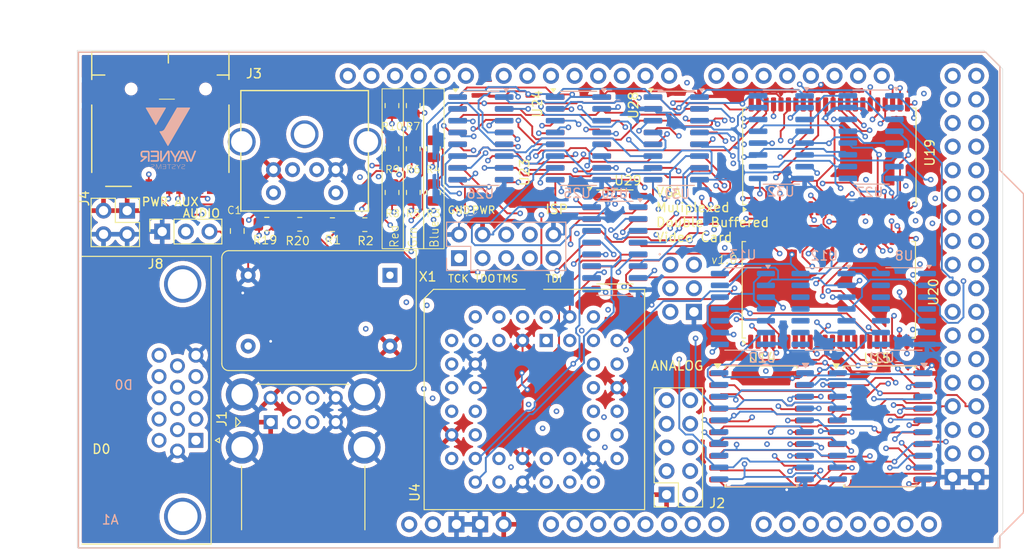
<source format=kicad_pcb>
(kicad_pcb (version 20240108) (generator "pcbnew") (generator_version "8.0")
  (layers (0 "F.Cu" signal) (1 "In1.Cu" signal) (2 "In2.Cu" signal) (3 "In3.Cu" signal) (4 "In4.Cu" signal) (31 "B.Cu" signal) (34 "B.Paste" user) (35 "F.Paste" user) (36 "B.SilkS" user "B.Silkscreen") (37 "F.SilkS" user "F.Silkscreen") (38 "B.Mask" user) (39 "F.Mask" user) (44 "Edge.Cuts" user))
  (net 0 "")
  (net 1 "PWR")
  (net 2 "Net-(J2-Pin_5)")
  (net 3 "~{H_SYNC}")
  (net 4 "Net-(J2-Pin_2)")
  (net 5 "~{V_SYNC}")
  (net 6 "/SD_CS")
  (net 7 "/PS2_CLK")
  (net 8 "GND")
  (net 10 "Net-(A1-D19{slash}RX1)")
  (net 11 "/PS2_DAT")
  (net 12 "Net-(A1-D18{slash}TX1)")
  (net 15 "Net-(J2-Pin_8)")
  (net 16 "Net-(J2-Pin_6)")
  (net 17 "Net-(J2-Pin_4)")
  (net 18 "Net-(J2-Pin_3)")
  (net 19 "Net-(J2-Pin_7)")
  (net 23 "Net-(J2-Pin_9)")
  (net 24 "READY")
  (net 25 "Net-(J8-Pin_2)")
  (net 28 "TDO")
  (net 31 "TMS")
  (net 32 "TCK")
  (net 33 "TDI")
  (net 38 "GREEN")
  (net 41 "DATA6")
  (net 42 "BLUE")
  (net 43 "Net-(J7-Pad13)")
  (net 44 "Net-(J7-Pad14)")
  (net 45 "RED")
  (net 46 "/MCU CE")
  (net 49 "Net-(U21-B0)")
  (net 50 "Net-(U21-B1)")
  (net 51 "Net-(U21-B2)")
  (net 52 "Net-(U21-B3)")
  (net 53 "Net-(U21-B4)")
  (net 54 "Net-(U21-B5)")
  (net 55 "Net-(U21-B6)")
  (net 56 "Net-(U21-B7)")
  (net 57 "~{VGA_OUT}")
  (net 58 "MEMADDR_BANK16")
  (net 59 "COUNTER_MEMADDR3")
  (net 60 "MEMADDR_BANK15")
  (net 61 "MEMADDR_BANK11")
  (net 62 "MEMADDR_BANK17")
  (net 63 "MEMADDR_BANK10")
  (net 64 "MEMADDR_BANK14")
  (net 65 "COUNTER_MEMADDR2")
  (net 66 "COUNTER_MEMADDR4")
  (net 67 "COUNTER_MEMADDR1")
  (net 68 "COUNTER_MEMADDR0")
  (net 69 "MEMADDR_BANK12")
  (net 70 "COUNTER_MEMADDR5")
  (net 71 "COUNTER_MEMADDR6")
  (net 72 "COUNTER_MEMADDR7")
  (net 73 "MEMADDR_BANK13")
  (net 74 "~{COUNTER_BANK1}")
  (net 75 "MEMADDR_BANK114")
  (net 76 "MEMADDR_BANK115")
  (net 77 "MEMADDR_BANK110")
  (net 78 "COUNTER_MEMADDR9")
  (net 79 "MEMADDR_BANK113")
  (net 80 "MEMADDR_BANK112")
  (net 81 "COUNTER_MEMADDR13")
  (net 82 "Net-(A1-PadD6)")
  (net 83 "COUNTER_MEMADDR8")
  (net 84 "COUNTER_MEMADDR10")
  (net 85 "COUNTER_MEMADDR14")
  (net 86 "MEMADDR_BANK18")
  (net 87 "COUNTER_MEMADDR15")
  (net 88 "COUNTER_MEMADDR11")
  (net 89 "COUNTER_MEMADDR12")
  (net 90 "MEMADDR_BANK111")
  (net 91 "MEMADDR_BANK19")
  (net 92 "COUNTER_MEMADDR17")
  (net 93 "MEMADDR_BANK116")
  (net 94 "MEMADDR_BANK117")
  (net 95 "COUNTER_MEMADDR19")
  (net 96 "COUNTER_MEMADDR18")
  (net 97 "MEMADDR_BANK119")
  (net 98 "MEMADDR_BANK118")
  (net 99 "COUNTER_MEMADDR16")
  (net 101 "BANK_SELECT")
  (net 105 "Net-(X1-OUT)")
  (net 108 "MEMADDR_BANK24")
  (net 109 "/MCU WE")
  (net 110 "MEMADDR_BANK26")
  (net 111 "MEMADDR_BANK21")
  (net 112 "DATA4")
  (net 113 "DATA7")
  (net 114 "DATA9")
  (net 115 "5V")
  (net 116 "DATA15")
  (net 117 "Net-(A1-D17{slash}RX2)")
  (net 118 "MEMADDR_BANK25")
  (net 119 "MEMADDR_BANK23")
  (net 120 "MEMADDR_BANK22")
  (net 121 "MEMADDR_BANK27")
  (net 122 "MEMADDR_BANK20")
  (net 123 "MEMADDR_BANK210")
  (net 124 "MEMADDR_BANK29")
  (net 125 "MEMADDR_BANK28")
  (net 126 "MEMADDR_BANK215")
  (net 127 "MEMADDR_BANK214")
  (net 128 "MEMADDR_BANK212")
  (net 129 "MEMADDR_BANK213")
  (net 130 "MEMADDR_BANK211")
  (net 131 "DATA0")
  (net 132 "MEMADDR_BANK218")
  (net 133 "MEMADDR_BANK216")
  (net 134 "MEMADDR_BANK219")
  (net 135 "MEMADDR_BANK217")
  (net 136 "~{MCU_OE}")
  (net 137 "~{MCU_WE}")
  (net 139 "3.3V")
  (net 140 "~{MCU_CE}")
  (net 141 "Net-(A1-PadD7)")
  (net 142 "DATA10")
  (net 144 "DATA8")
  (net 145 "DATA13")
  (net 146 "DATA3")
  (net 147 "DATA14")
  (net 148 "~{OE_BANK1}")
  (net 149 "~{OE_BANK2}")
  (net 151 "~{WE_BANK1}")
  (net 153 "Net-(A1-D16{slash}TX2)")
  (net 156 "DATA11")
  (net 157 "DATA5")
  (net 158 "DATA12")
  (net 159 "DATA1")
  (net 161 "~{WE_BANK2}")
  (net 162 "Net-(A1-SPI_MOSI)")
  (net 163 "/MCU OE")
  (net 164 "MCUMEMADDR1")
  (net 165 "DATA2")
  (net 166 "MCUMEMADDR17")
  (net 167 "MCUMEMADDR10")
  (net 168 "~{VGA_OUT 2}")
  (net 169 "~{VGA_OUT 1}")
  (net 170 "DATA_BANK13")
  (net 171 "DATA_BANK10")
  (net 172 "DATA_BANK14")
  (net 173 "DATA_BANK15")
  (net 174 "DATA_BANK16")
  (net 175 "DATA_BANK12")
  (net 176 "DATA_BANK11")
  (net 177 "DATA_BANK17")
  (net 178 "DATA_BANK25")
  (net 179 "DATA_BANK26")
  (net 180 "MCUMEMADDR4")
  (net 181 "MCUMEMADDR7")
  (net 182 "MCUMEMADDR15")
  (net 183 "MCUMEMADDR18")
  (net 184 "MCUMEMADDR8")
  (net 185 "MCUMEMADDR6")
  (net 186 "MCUMEMADDR5")
  (net 187 "MCUMEMADDR9")
  (net 188 "MCUMEMADDR3")
  (net 189 "MCUMEMADDR11")
  (net 190 "MCUMEMADDR14")
  (net 191 "MCUMEMADDR0")
  (net 192 "MCUMEMADDR2")
  (net 193 "MCUMEMADDR16")
  (net 194 "MCUMEMADDR12")
  (net 195 "MCUMEMADDR19")
  (net 196 "MCUMEMADDR13")
  (net 197 "Net-(A1-SPI_SCK)")
  (net 198 "DATA_BANK24")
  (net 199 "DATA_BANK23")
  (net 200 "DATA_BANK21")
  (net 202 "DATA_BANK20")
  (net 203 "DATA_BANK27")
  (net 204 "Net-(A1-SPI_MISO)")
  (net 205 "DATA_BANK22")
  (footprint "Connector_PinSocket_2.54mm:PinSocket_1x03_P2.54mm_Vertical" (layer "F.Cu") (at 40.3412 42.7908 90)
    (property "Reference" "J8")
    (property "Value" "AUDIO")
  )
  (footprint "Connector_USB:USB_A_CUI_UJ2-ADH-TH_Horizontal_Stacked" (layer "F.Cu") (at 52.0012 63.3008 90)
    (property "Reference" "J1")
    (property "Value" "USB_A_Stacked")
  )
  (footprint "Connector_Dsub:DSUB-15-HD_Female_Horizontal_P2.29x1.98mm_EdgePinOffset8.35mm_Housed_MountingHolesOffset10.89mm" (layer "F.Cu") (at 43.9612 65.2608 -90)
    (property "Reference" "J7" (hide yes))
    (property "Value" "VGA D-SUB15")
  )
  (footprint "Resistor_SMD:R_0805_2012Metric" (layer "F.Cu") (at 69.5112 38.5883 90)
    (property "Reference" "R3")
    (property "Value" "R800")
  )
  (footprint "Package_LCC:PLCC-44_THT-Socket" (layer "F.Cu") (at 81.6212 54.5108)
    (property "Reference" "U4")
    (property "Value" "ATF1504AS")
  )
  (footprint "arduino-library:Arduino_Due_Shield" (layer "F.Cu") (at 31.3364 76.8318)
    (property "Reference" "A1")
    (property "Value" "Arduino_Due_Shield")
  )
  (footprint "Package_SO:SOP-20_7.5x12.8mm_P1.27mm" (layer "F.Cu") (at 104.7012 63.7708)
    (property "Reference" "U14")
    (property "Value" "DATA_BANK1")
  )
  (footprint "Libraries:mini-DIN 6" (layer "F.Cu") (at 55.6512 27.6208)
    (property "Reference" "J3")
    (property "Value" "Mini-DIN-6")
  )
  (footprint "Resistor_SMD:R_0805_2012Metric" (layer "F.Cu") (at 62.1237 42.0508)
    (property "Reference" "R2")
    (property "Value" "R3.9K")
  )
  (footprint "Oscillator:Oscillator_DIP-14" (layer "F.Cu") (at 64.8212 47.4908 180)
    (property "Reference" "X1")
    (property "Value" "TCXO-14")
  )
  (footprint "Resistor_SMD:R_0805_2012Metric" (layer "F.Cu") (at 65.0412 33.8883 90)
    (property "Reference" "R9")
    (property "Value" "R1.8K")
  )
  (footprint "Package_SO:SOP-16_3.9x9.9mm_P1.27mm" (layer "F.Cu") (at 95.6012 32.7658)
    (property "Reference" "U28")
    (property "Value" "74LS157")
  )
  (footprint "Package_SO:TSOP-II-44_10.16x18.41mm_P0.8mm" (layer "F.Cu") (at 112.0012 49.0583 90)
    (property "Reference" "U20")
    (property "Value" "K6X8008T2B-TF55")
  )
  (footprint "Resistor_SMD:R_0805_2012Metric" (layer "F.Cu") (at 67.3262 29.2383 90)
    (property "Reference" "R7")
    (property "Value" "R470")
  )
  (footprint "Package_SO:SOP-16_3.9x9.9mm_P1.27mm" (layer "F.Cu") (at 74.6012 32.7658)
    (property "Reference" "U23")
    (property "Value" "74LS157")
  )
  (footprint "Package_SO:TSOP-II-44_10.16x18.41mm_P0.8mm" (layer "F.Cu") (at 112.0612 34.7008 90)
    (property "Reference" "U19")
    (property "Value" "K6X8008T2B-TF55")
  )
  (footprint "Resistor_SMD:R_0805_2012Metric" (layer "F.Cu") (at 58.6387 42.0508)
    (property "Reference" "R1")
    (property "Value" "R490K")
  )
  (footprint "Package_SO:SOP-16_3.9x9.9mm_P1.27mm" (layer "F.Cu") (at 85.1012 32.7658)
    (property "Reference" "U24")
    (property "Value" "74LS157")
  )
  (footprint "Resistor_SMD:R_0805_2012Metric" (layer "F.Cu") (at 65.0512 38.5883 90)
    (property "Reference" "R8")
    (property "Value" "R2.2K")
  )
  (footprint "Resistor_SMD:R_0805_2012Metric" (layer "F.Cu") (at 65.0412 29.2383 90)
    (property "Reference" "R10")
    (property "Value" "R470")
  )
  (footprint "Capacitor_SMD:C_0805_2012Metric" (layer "F.Cu") (at 48.4112 42.7308 90)
    (property "Reference" "C1")
    (property "Value" "4.7nF")
  )
  (footprint "Resistor_SMD:R_0805_2012Metric" (layer "F.Cu") (at 55.1287 42.0108)
    (property "Reference" "R20")
    (property "Value" "R100")
  )
  (footprint "Connector_PinSocket_2.54mm:PinSocket_2x05_P2.54mm_Vertical" (layer "F.Cu") (at 94.5612 71.1008 180)
    (property "Reference" "J2")
    (property "Value" "ANALOG")
  )
  (footprint "Resistor_SMD:R_0805_2012Metric" (layer "F.Cu") (at 69.5012 33.8883 90)
    (property "Reference" "R4")
    (property "Value" "R470")
  )
  (footprint "Resistor_SMD:R_0805_2012Metric" (layer "F.Cu") (at 51.5887 42.0008)
    (property "Reference" "R19")
    (property "Value" "R100")
  )
  (footprint "Connector_PinSocket_2.54mm:PinSocket_2x02_P2.54mm_Vertical" (layer "F.Cu") (at 36.5712 40.5408)
    (property "Reference" "J4")
    (property "Value" "PWR AUX")
  )
  (footprint "Resistor_SMD:R_0805_2012Metric" (layer "F.Cu") (at 67.3362 38.5883 90)
    (property "Reference" "R5")
    (property "Value" "R1.8K")
  )
  (footprint "Package_SO:SOP-20_7.5x12.8mm_P1.27mm" (layer "F.Cu") (at 117.4412 63.7708)
    (property "Reference" "U15")
    (property "Value" "DATA_BANK2")
  )
  (footprint "Package_SO:SOP-16_3.9x9.9mm_P1.27mm" (layer "F.Cu") (at 89.0112 43.3718)
    (property "Reference" "U29")
    (property "Value" "74LS157")
  )
  (footprint "SDCard:J_SD_Card-micro_socket_A" (layer "F.Cu") (at 41.017 30.929)
    (property "Reference" "J6" (hide yes))
    (property "Value" "Micro_SD_Card" (hide yes))
  )
  (footprint "Resistor_SMD:R_0805_2012Metric" (layer "F.Cu") (at 67.3262 33.8883 90)
    (property "Reference" "R6")
    (property "Value" "R1.2K")
  )
  (footprint "Package_SO:SO-14_3.9x8.65mm_P1.27mm" (layer "B.Cu") (at 102.7662 51.1208 180)
    (property "Reference" "U13")
    (property "Value" "74LS32")
  )
  (footprint "Package_SO:SO-14_3.9x8.65mm_P1.27mm" (layer "B.Cu") (at 111.4362 51.1208 180)
    (property "Reference" "U12")
    (property "Value" "74LS08")
  )
  (footprint "Package_SO:SOP-20_7.5x12.8mm_P1.27mm" (layer "B.Cu") (at 117.6012 63.7158 180)
    (property "Reference" "U21")
    (property "Value" "74HC245")
  )
  (footprint "Package_SO:SOP-16_3.9x9.9mm_P1.27mm" (layer "B.Cu") (at 95.6012 32.7658 180)
    (property "Reference" "U31")
    (property "Value" "74LS157")
  )
  (footprint "Package_SO:SOP-16_3.9x9.9mm_P1.27mm" (layer "B.Cu") (at 89.0012 44.5958 180)
    (property "Reference" "U30")
    (property "Value" "74LS157")
  )
  (footprint "Package_SO:SOP-16_3.9x9.9mm_P1.27mm" (layer "B.Cu") (at 106.9012 32.6358 180)
    (property "Reference" "U32")
    (property "Value" "74LS157")
  )
  (footprint "Package_SO:SOP-16_3.9x9.9mm_P1.27mm" (layer "B.Cu") (at 85.0762 32.7658 180)
    (property "Reference" "U25")
    (property "Value" "74LS157")
  )
  (footprint "Package_SO:SOP-16_3.9x9.9mm_P1.27mm" (layer "B.Cu") (at 74.6012 32.7658 180)
    (property "Reference" "U26")
    (property "Value" "74LS157")
  )
  (footprint "Connector_PinSocket_2.54mm:PinSocket_2x05_P2.54mm_Vertical" (layer "B.Cu") (at 72.2412 45.6508 -90)
    (property "Reference" "J5")
    (property "Value" "ISP")
  )
  (footprint "Package_SO:SOP-16_3.9x9.9mm_P1.27mm" (layer "B.Cu") (at 116.5512 32.6258 180)
    (property "Reference" "U27")
    (property "Value" "74LS157")
  )
  (footprint "Package_SO:SO-14_3.9x8.65mm_P1.27mm" (layer "B.Cu") (at 120.0762 51.1208 180)
    (property "Reference" "U8")
    (property "Value" "74HC14")
  )
  (footprint "Package_SO:SOP-20_7.5x12.8mm_P1.27mm" (layer "B.Cu") (at 104.8512 63.7158 180)
    (property "Reference" "U22")
    (property "Value" "74HC245")
  )
  (gr_poly (pts (xy 38.311942 34.085409) (xy 38.290484 34.08587) (xy 38.269767 34.087254) (xy 38.249794 34.089558) (xy 38.23057 34.092781) (xy 38.212097 34.096921) (xy 38.194379 34.101977) (xy 38.185804 34.104847) (xy 38.177419 34.107945) (xy 38.169225 34.111272) (xy 38.161221 34.114826) (xy 38.153409 34.118607) (xy 38.145788 34.122616) (xy 38.13836 34.126852) (xy 38.131124 34.131315) (xy 38.124081 34.136005) (xy 38.117231 34.14092) (xy 38.110575 34.146063) (xy 38.104114 34.151431) (xy 38.097847 34.157024) (xy 38.091775 34.162844) (xy 38.085898 34.168889) (xy 38.080218 34.175158) (xy 38.074734 34.181653) (xy 38.069447 34.188373) (xy 38.064357 34.195316) (xy 38.059464 34.202485) (xy 38.050504 34.217059) (xy 38.042513 34.232122) (xy 38.035437 34.247623) (xy 38.029223 34.263511) (xy 38.023816 34.279733) (xy 38.019162 34.296237) (xy 38.015207 34.312973) (xy 38.011898 34.329889) (xy 38.009181 34.346932) (xy 38.007 34.364051) (xy 38.005304 34.381196) (xy 38.004036 34.398313) (xy 38.002575 34.432259) (xy 38.002183 34.465478) (xy 38.002576 34.498046) (xy 38.004037 34.530831) (xy 38.005301 34.547246) (xy 38.00699 34.563643) (xy 38.009158 34.58) (xy 38.011857 34.59629) (xy 38.015141 34.612492) (xy 38.019062 34.62858) (xy 38.023674 34.644532) (xy 38.029028 34.660323) (xy 38.035179 34.675928) (xy 38.042178 34.691325) (xy 38.05008 34.706489) (xy 38.058936 34.721396) (xy 38.068548 34.735449) (xy 38.078988 34.748678) (xy 38.090233 34.761072) (xy 38.102261 34.77262) (xy 38.115049 34.783309) (xy 38.128573 34.793128) (xy 38.142811 34.802067) (xy 38.15774 34.810113) (xy 38.173338 34.817256) (xy 38.189581 34.823483) (xy 38.206446 34.828784) (xy 38.223911 34.833146) (xy 38.241952 34.836559) (xy 38.260548 34.839011) (xy 38.279674 34.840491) (xy 38.299308 34.840987) (xy 38.408183 34.840987) (xy 37.994178 35.1905) (xy 37.991155 35.193257) (xy 37.988385 35.196208) (xy 37.985874 35.199336) (xy 37.983626 35.202625) (xy 37.981645 35.206058) (xy 37.979937 35.209617) (xy 37.978505 35.213285) (xy 37.977355 35.217047) (xy 37.976491 35.220884) (xy 37.975917 35.22478) (xy 37.975639 35.228718) (xy 37.97566 35.232681) (xy 37.975985 35.236652) (xy 37.97662 35.240614) (xy 37.977568 35.244551) (xy 37.978833 35.248445) (xy 37.980388 35.252221) (xy 37.982216 35.255828) (xy 37.9843 35.259254) (xy 37.986628 35.262489) (xy 37.989183 35.265524) (xy 37.991953 35.268349) (xy 37.994921 35.270952) (xy 37.998074 35.273324) (xy 38.001396 35.275456) (xy 38.004874 35.277336) (xy 38.008492 35.278954) (xy 38.012236 35.280302) (xy 38.016091 35.281367) (xy 38.020043 35.282141) (xy 38.024077 35.282612) (xy 38.028178 35.282772) (xy 38.152003 35.282772) (xy 38.154342 35.282719) (xy 38.156668 35.282562) (xy 38.158979 35.282303) (xy 38.161271 35.281942) (xy 38.163541 35.281482) (xy 38.165785 35.280922) (xy 38.168001 35.280265) (xy 38.170185 35.279512) (xy 38.172334 35.278665) (xy 38.174446 35.277724) (xy 38.176516 35.276691) (xy 38.178541 35.275568) (xy 38.180519 35.274356) (xy 38.182446 35.273055) (xy 38.184319 35.271668) (xy 38.186135 35.270196) (xy 38.670451 34.858111) (xy 38.670479 34.858066) (xy 38.670506 34.858023) (xy 38.670534 34.857983) (xy 38.670561 34.857946) (xy 38.670588 34.857911) (xy 38.670615 34.857878) (xy 38.670643 34.857846) (xy 38.670671 34.857817) (xy 38.670699 34.857788) (xy 38.670728 34.857761) (xy 38.670758 34.857735) (xy 38.670789 34.85771) (xy 38.670821 34.857685) (xy 38.670855 34.85766) (xy 38.67089 34.857636) (xy 38.670926 34.857611) (xy 38.674432 34.854561) (xy 38.683436 34.846654) (xy 38.687702 34.842751) (xy 38.691783 34.838827) (xy 38.695658 34.834837) (xy 38.699305 34.830739) (xy 38.702705 34.826491) (xy 38.705835 34.82205) (xy 38.708676 34.817374) (xy 38.711206 34.812419) (xy 38.713403 34.807143) (xy 38.715249 34.801504) (xy 38.716032 34.798534) (xy 38.71672 34.795458) (xy 38.717309 34.79227) (xy 38.717797 34.788964) (xy 38.718181 34.785535) (xy 38.718459 34.781978) (xy 38.718684 34.774459) (xy 38.718684 34.749509) (xy 38.718574 34.744757) (xy 38.718246 34.740092) (xy 38.717704 34.735517) (xy 38.716953 34.731038) (xy 38.715998 34.726657) (xy 38.714842 34.722379) (xy 38.71349 34.718209) (xy 38.711945 34.714151) (xy 38.710214 34.710209) (xy 38.708299 34.706387) (xy 38.706205 34.70269) (xy 38.703936 34.699121) (xy 38.701497 34.695685) (xy 38.698892 34.692386) (xy 38.696126 34.689228) (xy 38.693202 34.686216) (xy 38.690124 34.683354) (xy 38.686899 34.680646) (xy 38.683528 34.678096) (xy 38.680018 34.675709) (xy 38.676371 34.673488) (xy 38.672593 34.671438) (xy 38.668688 34.669564) (xy 38.66466 34.667868) (xy 38.660513 34.666357) (xy 38.656252 34.665033) (xy 38.651881 34.663901) (xy 38.647405 34.662966) (xy 38.642827 34.662231) (xy 38.638152 34.661701) (xy 38.633384 34.66138) (xy 38.628528 34.661272) (xy 38.288408 34.661272) (xy 38.285076 34.661206) (xy 38.281816 34.661012) (xy 38.278628 34.660697) (xy 38.275514 34.660267) (xy 38.272473 34.659726) (xy 38.269506 34.659083) (xy 38.266614 34.658342) (xy 38.263799 34.65751) (xy 38.261059 34.656593) (xy 38.258397 34.655597) (xy 38.255813 34.654528) (xy 38.253307 34.653392) (xy 38.25088 34.652195) (xy 38.248533 34.650943) (xy 38.246267 34.649642) (xy 38.244082 34.648298) (xy 38.241979 34.646918) (xy 38.239959 34.645508) (xy 38.236169 34.642619) (xy 38.232719 34.639681) (xy 38.229612 34.636743) (xy 38.226856 34.633851) (xy 38.224455 34.631057) (xy 38.222415 34.628407) (xy 38.220741 34.62595) (xy 38.218016 34.620648) (xy 38.21547 34.614686) (xy 38.213102 34.608058) (xy 38.210913 34.60076) (xy 38.208902 34.592788) (xy 38.207069 34.584136) (xy 38.205412 34.5748) (xy 38.203932 34.564775) (xy 38.201498 34.542639) (xy 38.199765 34.517689) (xy 38.198728 34.489889) (xy 38.198383 34.459199) (xy 38.198383 34.455098) (xy 38.198427 34.438994) (xy 38.198883 34.418724) (xy 38.200164 34.395721) (xy 38.201242 34.383642) (xy 38.202682 34.371417) (xy 38.204534 34.359226) (xy 38.206849 34.347247) (xy 38.209681 34.335659) (xy 38.213079 34.324643) (xy 38.217096 34.314376) (xy 38.219352 34.30958) (xy 38.221783 34.305039) (xy 38.224394 34.300774) (xy 38.227192 34.296809) (xy 38.230183 34.293166) (xy 38.233373 34.289867) (xy 38.238025 34.286079) (xy 38.240957 34.28405) (xy 38.244324 34.281973) (xy 38.248152 34.27988) (xy 38.252464 34.277802) (xy 38.257286 34.275772) (xy 38.262642 34.273821) (xy 38.268556 34.271981) (xy 38.275052 34.270283) (xy 38.282155 34.268759) (xy 38.28989 34.267442) (xy 38.29828 34.266362) (xy 38.307351 34.265551) (xy 38.317126 34.265041) (xy 38.32763 34.264864) (xy 38.775898 34.264864) (xy 38.778651 34.264873) (xy 38.781119 34.264901) (xy 38.78332 34.264949) (xy 38.785276 34.26502) (xy 38.787006 34.265116) (xy 38.78853 34.265237) (xy 38.78922 34.265309) (xy 38.789867 34.265387) (xy 38.790472 34.265474) (xy 38.791038 34.265567) (xy 38.791567 34.265669) (xy 38.792062 34.265779) (xy 38.792526 34.265898) (xy 38.79296 34.266025) (xy 38.793368 34.266161) (xy 38.793751 34.266307) (xy 38.794113 34.266461) (xy 38.794455 34.266626) (xy 38.794781 34.2668) (xy 38.795093 34.266984) (xy 38.795392 34.267179) (xy 38.795682 34.267384) (xy 38.795966 34.2676) (xy 38.796245 34.267826) (xy 38.7968 34.268314) (xy 38.79777 34.269213) (xy 38.798234 34.269693) (xy 38.79868 34.270217) (xy 38.799107 34.2708) (xy 38.799511 34.271459) (xy 38.799889 34.272212) (xy 38.800239 34.273073) (xy 38.800558 34.274062) (xy 38.800843 34.275193) (xy 38.801092 34.276483) (xy 38.801302 34.27795) (xy 38.80147 34.27961) (xy 38.801593 34.281479) (xy 38.801669 34.283575) (xy 38.801695 34.285913) (xy 38.801695 35.230337) (xy 38.801763 35.233031) (xy 38.801966 35.23569) (xy 38.802301 35.23831) (xy 38.802763 35.240889) (xy 38.80335 35.243422) (xy 38.804059 35.245907) (xy 38.804886 35.248341) (xy 38.805828 35.250719) (xy 38.806881 35.25304) (xy 38.808042 35.255298) (xy 38.809309 35.257492) (xy 38.810677 35.259618) (xy 38.812143 35.261672) (xy 38.813704 35.263651) (xy 38.815357 35.265552) (xy 38.817098 35.267372) (xy 38.818925 35.269107) (xy 38.820833 35.270754) (xy 38.822819 35.27231) (xy 38.824881 35.273771) (xy 38.827015 35.275135) (xy 38.829217 35.276397) (xy 38.831484 35.277554) (xy 38.833814 35.278604) (xy 38.836201 35.279543) (xy 38.838645 35.280367) (xy 38.84114 35.281073) (xy 38.843684 35.281659) (xy 38.846273 35.28212) (xy 38.848904 35.282453) (xy 38.851575 35.282656) (xy 38.85428 35.282724) (xy 38.93888 35.282724) (xy 38.941586 35.282656) (xy 38.944256 35.282453) (xy 38.946887 35.28212) (xy 38.949477 35.281658) (xy 38.95202 35.281073) (xy 38.954516 35.280366) (xy 38.956959 35.279542) (xy 38.959347 35.278603) (xy 38.961676 35.277553) (xy 38.963943 35.276396) (xy 38.966145 35.275133) (xy 38.968279 35.27377) (xy 38.970341 35.272309) (xy 38.972327 35.270753) (xy 38.974235 35.269105) (xy 38.976062 35.26737) (xy 38.977803 35.26555) (xy 38.979456 35.263649) (xy 38.981017 35.261669) (xy 38.982483 35.259615) (xy 38.983851 35.25749) (xy 38.985118 35.255296) (xy 38.986279 35.253037) (xy 38.987332 35.250717) (xy 38.988274 35.248339) (xy 38.989101 35.245905) (xy 38.98981 35.24342) (xy 38.990397 35.240887) (xy 38.990859 35.238309) (xy 38.991194 35.235689) (xy 38.991397 35.233031) (xy 38.991465 35.230337) (xy 38.991465 34.30463) (xy 38.991342 34.286048) (xy 38.99105 34.276236) (xy 38.99048 34.266128) (xy 38.989542 34.255765) (xy 38.988141 34.245184) (xy 38.986187 34.234425) (xy 38.983586 34.223527) (xy 38.980246 34.21253) (xy 38.976075 34.201471) (xy 38.970981 34.19039) (xy 38.964871 34.179327) (xy 38.961407 34.173814) (xy 38.957654 34.168319) (xy 38.9536 34.162849) (xy 38.949235 34.157407) (xy 38.944547 34.151999) (xy 38.939524 34.14663) (xy 38.934155 34.141303) (xy 38.928428 34.136025) (xy 38.92838 34.136005) (xy 38.928331 34.135983) (xy 38.928306 34.135971) (xy 38.928281 34.135958) (xy 38.928255 34.135945) (xy 38.92823 34.13593) (xy 38.928204 34.135915) (xy 38.928179 34.135899) (xy 38.928153 34.135881) (xy 38.928128 34.135863) (xy 38.928102 34.135843) (xy 38.928077 34.135822) (xy 38.928052 34.135799) (xy 38.928027 34.135776) (xy 38.918429 34.127884) (xy 38.908744 34.120848) (xy 38.898992 34.114618) (xy 38.889191 34.109148) (xy 38.879358 34.104389) (xy 38.869512 34.100294) (xy 38.85967 34.096816) (xy 38.849852 34.093906) (xy 38.840074 34.091517) (xy 38.830356 34.089601) (xy 38.820715 34.088111) (xy 38.81117 34.086999) (xy 38.801738 34.086217) (xy 38.792438 34.085717) (xy 38.774306 34.085374) (xy 38.31195 34.085374)) (stroke (width -0.000001)) (fill solid) (layer "B.SilkS"))
  (gr_poly (pts (xy 40.39209 35.590164) (xy 40.680419 35.590164) (xy 40.681938 35.590197) (xy 40.683556 35.590294) (xy 40.685254 35.590454) (xy 40.687014 35.590675) (xy 40.688815 35.590954) (xy 40.69064 35.591288) (xy 40.69247 35.591676) (xy 40.694285 35.592117) (xy 40.696066 35.592606) (xy 40.697796 35.593143) (xy 40.699454 35.593725) (xy 40.701022 35.59435) (xy 40.702481 35.595016) (xy 40.703813 35.595721) (xy 40.704998 35.596462) (xy 40.706017 35.597238) (xy 40.706726 35.597861) (xy 40.707391 35.598523) (xy 40.708013 35.599221) (xy 40.708593 35.599952) (xy 40.709133 35.600714) (xy 40.709635 35.601503) (xy 40.7101 35.602316) (xy 40.710529 35.603151) (xy 40.711285 35.604875) (xy 40.711916 35.606651) (xy 40.712433 35.608456) (xy 40.712846 35.610266) (xy 40.713168 35.61206) (xy 40.71341 35.613813) (xy 40.713583 35.615502) (xy 40.7137 35.617105) (xy 40.713806 35.619958) (xy 40.713822 35.622188) (xy 40.713822 35.782457) (xy 40.399166 35.782457) (xy 40.399166 35.816589) (xy 40.71382 35.816589) (xy 40.71382 35.993924) (xy 40.713794 35.995036) (xy 40.713716 35.996235) (xy 40.713586 35.997506) (xy 40.713401 35.998835) (xy 40.713162 36.000206) (xy 40.712868 36.001605) (xy 40.712517 36.003017) (xy 40.712109 36.004428) (xy 40.711642 36.005822) (xy 40.711117 36.007186) (xy 40.710532 36.008505) (xy 40.709886 36.009763) (xy 40.709179 36.010946) (xy 40.708409 36.012039) (xy 40.708 36.012548) (xy 40.707575 36.013029) (xy 40.707135 36.01348) (xy 40.706678 36.013899) (xy 40.706174 36.014307) (xy 40.705594 36.014701) (xy 40.704228 36.015446) (xy 40.702612 36.016135) (xy 40.700782 36.01677) (xy 40.698773 36.01735) (xy 40.696618 36.017877) (xy 40.694352 36.018351) (xy 40.69201 36.018772) (xy 40.687234 36.019459) (xy 40.682567 36.019943) (xy 40.678285 36.020231) (xy 40.674663 36.020325) (xy 40.389179 36.020325) (xy 40.389179 36.054522) (xy 40.684649 36.054511) (xy 40.691158 36.054511) (xy 40.697795 36.054379) (xy 40.701141 36.0542) (xy 40.704494 36.053913) (xy 40.707846 36.053493) (xy 40.711189 36.052914) (xy 40.714516 36.052151) (xy 40.717817 36.051179) (xy 40.721084 36.049974) (xy 40.724311 36.048509) (xy 40.725906 36.047672) (xy 40.727488 36.046761) (xy 40.729055 36.045772) (xy 40.730607 36.044703) (xy 40.732142 36.043551) (xy 40.73366 36.042312) (xy 40.735159 36.040983) (xy 40.736639 36.039561) (xy 40.738 36.038143) (xy 40.739279 36.036693) (xy 40.741606 36.033703) (xy 40.743638 36.030603) (xy 40.745397 36.027404) (xy 40.746901 36.024118) (xy 40.74817 36.020755) (xy 40.749225 36.017328) (xy 40.750085 36.013847) (xy 40.75077 36.010325) (xy 40.751299 36.006772) (xy 40.751692 36.0032) (xy 40.75197 35.99962) (xy 40.752256 35.992484) (xy 40.752316 35.985454) (xy 40.752316 35.622184) (xy 40.752286 35.619493) (xy 40.752196 35.616888) (xy 40.75205 35.614368) (xy 40.751852 35.611933) (xy 40.751604 35.609582) (xy 40.75131 35.607313) (xy 40.750973 35.605126) (xy 40.750597 35.60302) (xy 40.750184 35.600995) (xy 40.749738 35.599048) (xy 40.749262 35.59718) (xy 40.748759 35.595389) (xy 40.748233 35.593675) (xy 40.747686 35.592037) (xy 40.747123 35.590473) (xy 40.746546 35.588983) (xy 40.745364 35.586223) (xy 40.744166 35.583747) (xy 40.742977 35.58155) (xy 40.741825 35.579623) (xy 40.740735 35.577962) (xy 40.739733 35.576557) (xy 40.738845 35.575402) (xy 40.738096 35.574491) (xy 40.736745 35.57294) (xy 40.735369 35.571477) (xy 40.733971 35.570101) (xy 40.73255 35.568807) (xy 40.729642 35.566459) (xy 40.726652 35.564414) (xy 40.723584 35.562651) (xy 40.720443 35.561148) (xy 40.717233 35.559886) (xy 40.713961 35.558845) (xy 40.710631 35.558002) (xy 40.707247 35.557339) (xy 40.703815 35.556834) (xy 40.70034 35.556467) (xy 40.696827 35.556217) (xy 40.69328 35.556064) (xy 40.686106 35.555967) (xy 40.39209 35.555967)) (stroke (width -0.000001)) (fill solid) (layer "B.SilkS"))
  (gr_poly (pts (xy 39.715764 35.550352) (xy 39.713186 35.550525) (xy 39.71067 35.550809) (xy 39.708217 35.551203) (xy 39.705828 35.551704) (xy 39.703505 35.55231) (xy 39.70125 35.553019) (xy 39.699064 35.553828) (xy 39.696949 35.554735) (xy 39.694906 35.555738) (xy 39.692936 35.556834) (xy 39.691043 35.55802) (xy 39.689226 35.559296) (xy 39.687488 35.560658) (xy 39.68583 35.562103) (xy 39.684254 35.563631) (xy 39.682761 35.565237) (xy 39.681353 35.566921) (xy 39.680032 35.568679) (xy 39.678798 35.570509) (xy 39.677655 35.57241) (xy 39.676602 35.574378) (xy 39.675642 35.576411) (xy 39.674777 35.578507) (xy 39.674007 35.580663) (xy 39.673335 35.582878) (xy 39.672762 35.585149) (xy 39.67229 35.587473) (xy 39.67192 35.589849) (xy 39.671653 35.592273) (xy 39.671492 35.594744) (xy 39.671438 35.597259) (xy 39.671438 36.054522) (xy 39.709869 36.054522) (xy 39.709869 35.597259) (xy 39.709888 35.596345) (xy 39.709942 35.595471) (xy 39.710031 35.594638) (xy 39.710152 35.593844) (xy 39.710304 35.593089) (xy 39.710485 35.592371) (xy 39.710693 35.591691) (xy 39.710927 35.591047) (xy 39.711185 35.590438) (xy 39.711466 35.589864) (xy 39.711767 35.589324) (xy 39.712087 35.588817) (xy 39.712424 35.588343) (xy 39.712777 35.5879) (xy 39.713144 35.587488) (xy 39.713523 35.587106) (xy 39.713912 35.586753) (xy 39.71431 35.586428) (xy 39.714716 35.586132) (xy 39.715126 35.585862) (xy 39.71554 35.585618) (xy 39.715957 35.585399) (xy 39.716373 35.585205) (xy 39.716788 35.585035) (xy 39.717608 35.584763) (xy 39.718401 35.584576) (xy 39.719155 35.584468) (xy 39.719856 35.584434) (xy 39.720261 35.584459) (xy 39.720682 35.584531) (xy 39.721116 35.584649) (xy 39.721564 35.584811) (xy 39.722022 35.585015) (xy 39.722491 35.585258) (xy 39.723451 35.585855) (xy 39.724433 35.586585) (xy 39.725425 35.587432) (xy 39.726415 35.588379) (xy 39.727393 35.589409) (xy 39.728345 35.590506) (xy 39.729262 35.591654) (xy 39.73013 35.592834) (xy 39.730939 35.594032) (xy 39.731677 35.59523) (xy 39.732332 35.596411) (xy 39.732893 35.59756) (xy 39.733349 35.598659) (xy 39.902814 36.006049) (xy 39.905215 36.011716) (xy 39.90762 36.01719) (xy 39.910049 36.022448) (xy 39.912524 36.027464) (xy 39.915065 36.032217) (xy 39.917693 36.03668) (xy 39.920429 36.040832) (xy 39.921844 36.042783) (xy 39.923294 36.044648) (xy 39.924781 36.046422) (xy 39.926308 36.048104) (xy 39.927878 36.04969) (xy 39.929493 36.051176) (xy 39.931156 36.052561) (xy 39.932869 36.053841) (xy 39.934636 36.055014) (xy 39.936458 36.056075) (xy 39.938338 36.057023) (xy 39.940279 36.057854) (xy 39.942283 36.058566) (xy 39.944354 36.059154) (xy 39.946493 36.059617) (xy 39.948703 36.059952) (xy 39.950988 36.060155) (xy 39.953348 36.060223) (xy 39.955709 36.060155) (xy 39.957993 36.059951) (xy 39.960204 36.059616) (xy 39.962343 36.059151) (xy 39.964414 36.058561) (xy 39.966418 36.057848) (xy 39.968359 36.057015) (xy 39.970239 36.056065) (xy 39.972061 36.055001) (xy 39.973828 36.053826) (xy 39.975541 36.052544) (xy 39.977204 36.051157) (xy 39.980389 36.04808) (xy 39.983403 36.04462) (xy 39.986268 36.040801) (xy 39.989004 36.036648) (xy 39.991632 36.032184) (xy 39.994173 36.027433) (xy 39.996648 36.02242) (xy 39.999078 36.017169) (xy 40.003883 36.006049) (xy 40.173348 35.598659) (xy 40.173813 35.59756) (xy 40.174381 35.596411) (xy 40.175041 35.59523) (xy 40.175783 35.594032) (xy 40.176594 35.592834) (xy 40.177464 35.591654) (xy 40.178381 35.590506) (xy 40.179334 35.589409) (xy 40.180312 35.588379) (xy 40.181303 35.587432) (xy 40.182297 35.586585) (xy 40.182791 35.586205) (xy 40.183282 35.585855) (xy 40.183768 35.585539) (xy 40.184247 35.585258) (xy 40.184718 35.585015) (xy 40.18518 35.584811) (xy 40.185631 35.584649) (xy 40.186071 35.584531) (xy 40.186497 35.584459) (xy 40.186908 35.584434) (xy 40.187608 35.584468) (xy 40.188361 35.584575) (xy 40.189154 35.584761) (xy 40.189974 35.585032) (xy 40.190805 35.585394) (xy 40.191636 35.585855) (xy 40.192452 35.58642) (xy 40.19285 35.586744) (xy 40.193239 35.587096) (xy 40.193618 35.587478) (xy 40.193985 35.58789) (xy 40.194338 35.588332) (xy 40.194675 35.588806) (xy 40.194996 35.589313) (xy 40.195297 35.589853) (xy 40.195578 35.590427) (xy 40.195836 35.591036) (xy 40.19607 35.591681) (xy 40.196279 35.592362) (xy 40.19646 35.59308) (xy 40.196612 35.593837) (xy 40.196733 35.594632) (xy 40.196821 35.595467) (xy 40.196876 35.596342) (xy 40.196894 35.597259) (xy 40.196894 36.054522) (xy 40.235262 36.054522) (xy 40.235262 35.597259) (xy 40.235208 35.59475) (xy 40.235048 35.592284) (xy 40.234783 35.589864) (xy 40.234414 35.587492) (xy 40.233943 35.585171) (xy 40.233371 35.582903) (xy 40.232701 35.58069) (xy 40.231933 35.578535) (xy 40.23107 35.57644) (xy 40.230112 35.574407) (xy 40.229062 35.572439) (xy 40.22792 35.570539) (xy 40.226689 35.568708) (xy 40.225369 35.566949) (xy 40.223963 35.565264) (xy 40.222472 35.563656) (xy 40.220897 35.562127) (xy 40.219241 35.560679) (xy 40.217503 35.559316) (xy 40.215687 35.558038) (xy 40.213794 35.556849) (xy 40.211825 35.555751) (xy 40.209781 35.554746) (xy 40.207665 35.553837) (xy 40.205477 35.553026) (xy 40.20322 35.552316) (xy 40.200895 35.551708) (xy 40.198503 35.551205) (xy 40.196046 35.55081) (xy 40.193525 35.550525) (xy 40.190943 35.550352) (xy 40.1883 35.550294) (xy 40.185679 35.550348) (xy 40.183146 35.55051) (xy 40.180699 35.550777) (xy 40.178335 35.55115) (xy 40.176051 35.551626) (xy 40.173845 35.552206) (xy 40.171712 35.552886) (xy 40.169651 35.553667) (xy 40.167659 35.554547) (xy 40.165732 35.555525) (xy 40.163868 35.5566) (xy 40.162064 35.55777) (xy 40.160318 35.559035) (xy 40.158626 35.560393) (xy 40.156985 35.561843) (xy 40.155393 35.563384) (xy 40.152342 35.566733) (xy 40.149452 35.570433) (xy 40.146699 35.574472) (xy 40.144061 35.578842) (xy 40.141514 35.583534) (xy 40.139035 35.588537) (xy 40.136602 35.593842) (xy 40.134192 35.599441) (xy 39.965456 36.005375) (xy 39.964621 36.007699) (xy 39.963675 36.01025) (xy 39.963148 36.011558) (xy 39.962578 36.012861) (xy 39.961959 36.014138) (xy 39.961287 36.015368) (xy 39.960929 36.01596) (xy 39.960556 36.016531) (xy 39.960167 36.017081) (xy 39.959761 36.017606) (xy 39.959338 36.018104) (xy 39.958896 36.018572) (xy 39.958437 36.019008) (xy 39.957957 36.019409) (xy 39.957458 36.019773) (xy 39.956938 36.020096) (xy 39.956397 36.020377) (xy 39.955834 36.020612) (xy 39.955249 36.0208) (xy 39.95464 36.020937) (xy 39.954007 36.021021) (xy 39.95335 36.02105) (xy 39.952693 36.021021) (xy 39.95206 36.020937) (xy 39.951451 36.0208) (xy 39.950865 36.020612) (xy 39.950302 36.020377) (xy 39.949761 36.020096) (xy 39.949242 36.019773) (xy 39.948742 36.019409) (xy 39.948263 36.019009) (xy 39.947804 36.018573) (xy 39.947363 36.018105) (xy 39.946939 36.017607) (xy 39.946145 36.016532) (xy 39.945414 36.015369) (xy 39.944742 36.014139) (xy 39.944124 36.012862) (xy 39.943554 36.011559) (xy 39.943027 36.010251) (xy 39.941244 36.005375) (xy 39.772508 35.599441) (xy 39.770098 35.593843) (xy 39.767665 35.588537) (xy 39.765187 35.583534) (xy 39.76264 35.578843) (xy 39.760001 35.574473) (xy 39.757248 35.570434) (xy 39.754358 35.566734) (xy 39.752855 35.565015) (xy 39.751308 35.563384) (xy 39.749716 35.561843) (xy 39.748075 35.560393) (xy 39.746383 35.559035) (xy 39.744636 35.55777) (xy 39.742832 35.5566) (xy 39.740969 35.555525) (xy 39.739042 35.554547) (xy 39.73705 35.553667) (xy 39.734989 35.552886) (xy 39.732856 35.552206) (xy 39.730649 35.551627) (xy 39.728365 35.55115) (xy 39.726001 35.550777) (xy 39.723555 35.55051) (xy 39.721022 35.550348) (xy 39.718401 35.550294)) (stroke (width -0.000001)) (fill solid) (layer "B.SilkS"))
  (gr_poly (pts (xy 41.239214 34.085439) (xy 41.236543 34.085641) (xy 41.233912 34.085973) (xy 41.231323 34.086433) (xy 41.228779 34.087017) (xy 41.226283 34.087722) (xy 41.22384 34.088544) (xy 41.221451 34.08948) (xy 41.219122 34.090527) (xy 41.216854 34.091682) (xy 41.214651 34.092941) (xy 41.212517 34.0943) (xy 41.210454 34.095758) (xy 41.208466 34.09731) (xy 41.206557 34.098953) (xy 41.204729 34.100684) (xy 41.202986 34.102499) (xy 41.201331 34.104395) (xy 41.199768 34.10637) (xy 41.198299 34.108419) (xy 41.196929 34.110539) (xy 41.19566 34.112727) (xy 41.194495 34.11498) (xy 41.193438 34.117294) (xy 41.192493 34.119667) (xy 41.191662 34.122094) (xy 41.190949 34.124573) (xy 41.190357 34.1271) (xy 41.18989 34.129673) (xy 41.18955 34.132286) (xy 41.189342 34.134938) (xy 41.189267 34.137626) (xy 41.189303 34.139603) (xy 41.189411 34.141561) (xy 41.18959 34.143499) (xy 41.189837 34.145416) (xy 41.190153 34.14731) (xy 41.190536 34.14918) (xy 41.190985 34.151025) (xy 41.191499 34.152843) (xy 41.192076 34.154633) (xy 41.192716 34.156394) (xy 41.193417 34.158124) (xy 41.194178 34.159821) (xy 41.194998 34.161486) (xy 41.195875 34.163116) (xy 41.19681 34.16471) (xy 41.1978 34.166266) (xy 41.643818 34.886194) (xy 41.643818 35.230347) (xy 41.643886 35.233041) (xy 41.644089 35.235699) (xy 41.644424 35.23832) (xy 41.644886 35.240898) (xy 41.645474 35.243432) (xy 41.646182 35.245917) (xy 41.647009 35.24835) (xy 41.647951 35.250729) (xy 41.649004 35.253049) (xy 41.650165 35.255308) (xy 41.651432 35.257502) (xy 41.6528 35.259627) (xy 41.654266 35.261681) (xy 41.655827 35.263661) (xy 41.65748 35.265562) (xy 41.659221 35.267382) (xy 41.661047 35.269117) (xy 41.662956 35.270764) (xy 41.664942 35.27232) (xy 41.667004 35.273781) (xy 41.669137 35.275144) (xy 41.67134 35.276406) (xy 41.673607 35.277564) (xy 41.675936 35.278614) (xy 41.678324 35.279552) (xy 41.680767 35.280376) (xy 41.683262 35.281083) (xy 41.685806 35.281668) (xy 41.688396 35.282129) (xy 41.691027 35.282463) (xy 41.693697 35.282665) (xy 41.696403 35.282733) (xy 41.781069 35.282733) (xy 41.783775 35.282665) (xy 41.786445 35.282463) (xy 41.789076 35.282129) (xy 41.791665 35.281668) (xy 41.794209 35.281083) (xy 41.796705 35.280376) (xy 41.799148 35.279552) (xy 41.801536 35.278613) (xy 41.803865 35.277563) (xy 41.806132 35.276406) (xy 41.808335 35.275143) (xy 41.810468 35.27378) (xy 41.81253 35.272319) (xy 41.814516 35.270763) (xy 41.816424 35.269115) (xy 41.818251 35.26738) (xy 41.819992 35.26556) (xy 41.821645 35.263659) (xy 41.823206 35.26168) (xy 41.824672 35.259626) (xy 41.82604 35.2575) (xy 41.827307 35.255306) (xy 41.828468 35.253048) (xy 41.829521 35.250727) (xy 41.830463 35.248349) (xy 41.83129 35.245916) (xy 41.831998 35.243431) (xy 41.832586 35.240897) (xy 41.833048 35.238319) (xy 41.833383 35.235699) (xy 41.833586 35.23304) (xy 41.833654 35.230347) (xy 41.833654 34.886194) (xy 42.2804 34.165141) (xy 42.282174 34.162069) (xy 42.283723 34.158912) (xy 42.285047 34.155681) (xy 42.286144 34.152389) (xy 42.287016 34.149045) (xy 42.287661 34.145662) (xy 42.28808 34.142251) (xy 42.288271 34.138823) (xy 42.288236 34.13539) (xy 42.287972 34.131962) (xy 42.287482 34.128552) (xy 42.286763 34.125171) (xy 42.285815 34.12183) (xy 42.284639 34.11854) (xy 42.283234 34.115312) (xy 42.2816 34.112159) (xy 42.279768 34.109133) (xy 42.27775 34.10626) (xy 42.275557 34.103546) (xy 42.273199 34.100997) (xy 42.270687 34.098619) (xy 42.268029 34.096417) (xy 42.265236 34.094397) (xy 42.262318 34.092565) (xy 42.259286 34.090926) (xy 42.256149 34.089488) (xy 42.252918 34.088254) (xy 42.249602 34.087232) (xy 42.246212 34.086427) (xy 42.242757 34.085845) (xy 42.239248 34.085492) (xy 42.235695 34.085372) (xy 42.141636 34.085372) (xy 42.139922 34.0854) (xy 42.138217 34.085483) (xy 42.136523 34.08562) (xy 42.134839 34.085812) (xy 42.133168 34.086056) (xy 42.13151 34.086353) (xy 42.129866 34.086702) (xy 42.128238 34.087103) (xy 42.125034 34.088054) (xy 42.121906 34.089204) (xy 42.118863 34.090546) (xy 42.115914 34.092075) (xy 42.113068 34.093787) (xy 42.110334 34.095675) (xy 42.107721 34.097736) (xy 42.106463 34.098829) (xy 42.105239 34.099963) (xy 42.104049 34.101138) (xy 42.102895 34.102353) (xy 42.101778 34.103606) (xy 42.1007 34.104899) (xy 42.09966 34.106229) (xy 42.098661 34.107596) (xy 42.097704 34.109001) (xy 42.096789 34.110441) (xy 41.73881 34.69444) (xy 41.380831 34.110443) (xy 41.378959 34.1076) (xy 41.376921 34.104903) (xy 41.374725 34.102357) (xy 41.372382 34.099968) (xy 41.369899 34.097741) (xy 41.367287 34.09568) (xy 41.364553 34.093792) (xy 41.361707 34.09208) (xy 41.358758 34.09055) (xy 41.355715 34.089208) (xy 41.352586 34.088058) (xy 41.349382 34.087106) (xy 41.346111 34.086356) (xy 41.342781 34.085814) (xy 41.339403 34.085485) (xy 41.335984 34.085374) (xy 41.241926 34.085374) (xy 41.241919 34.08537)) (stroke (width -0.000001)) (fill solid) (layer "B.SilkS"))
  (gr_poly (pts (xy 41.952426 29.44567) (xy 41.950678 29.445758) (xy 41.948941 29.445903) (xy 41.947216 29.446105) (xy 41.945504 29.446363) (xy 41.943806 29.446676) (xy 41.942123 29.447044) (xy 41.940457 29.447465) (xy 41.938809 29.44794) (xy 41.93718 29.448468) (xy 41.935571 29.449047) (xy 41.933984 29.449677) (xy 41.932419 29.450358) (xy 41.930878 29.451088) (xy 41.929363 29.451867) (xy 41.927873 29.452694) (xy 41.926411 29.453569) (xy 41.924978 29.454491) (xy 41.923575 29.455458) (xy 41.922203 29.456471) (xy 41.920863 29.457529) (xy 41.919557 29.45863) (xy 41.918286 29.459775) (xy 41.91705 29.460962) (xy 41.915852 29.46219) (xy 41.914692 29.46346) (xy 41.913572 29.464771) (xy 41.912493 29.46612) (xy 41.911456 29.467509) (xy 41.910462 29.468936) (xy 41.909512 29.4704) (xy 41.908609 29.471901) (xy 40.592051 31.746509) (xy 40.574561 31.774507) (xy 40.55537 31.801093) (xy 40.53457 31.826212) (xy 40.512257 31.84981) (xy 40.488524 31.871832) (xy 40.463467 31.892225) (xy 40.437178 31.910934) (xy 40.409754 31.927904) (xy 40.381288 31.943081) (xy 40.351875 31.956411) (xy 40.321608 31.967839) (xy 40.290583 31.977312) (xy 40.258893 31.984774) (xy 40.226634 31.990171) (xy 40.193899 31.993449) (xy 40.160783 31.994554) (xy 40.154003 31.994508) (xy 40.147211 31.99437) (xy 40.140412 31.99414) (xy 40.133614 31.993817) (xy 40.126821 31.993399) (xy 40.120042 31.992888) (xy 40.11328 31.992281) (xy 40.106544 31.991579) (xy 40.105825 31.991515) (xy 40.105107 31.991461) (xy 40.104388 31.991418) (xy 40.103669 31.991384) (xy 40.10295 31.991359) (xy 40.102231 31.991342) (xy 40.100789 31.991329) (xy 40.097492 31.991432) (xy 40.094228 31.991739) (xy 40.091005 31.992246) (xy 40.087833 31.992949) (xy 40.084719 31.993843) (xy 40.081672 31.994925) (xy 40.0787 31.99619) (xy 40.075812 31.997635) (xy 40.073017 31.999255) (xy 40.070322 32.001045) (xy 40.067736 32.003003) (xy 40.065267 32.005124) (xy 40.062925 32.007403) (xy 40.060717 32.009837) (xy 40.058652 32.012422) (xy 40.056737 32.015153) (xy 40.054823 32.018318) (xy 40.053149 32.02158) (xy 40.051716 32.024924) (xy 40.050525 32.028338) (xy 40.049576 32.03181) (xy 40.048869 32.035327) (xy 40.048405 32.038875) (xy 40.048184 32.042442) (xy 40.048206 32.046015) (xy 40.048473 32.049581) (xy 40.048983 32.053128) (xy 40.049738 32.056643) (xy 40.050738 32.060112) (xy 40.051983 32.063523) (xy 40.053474 32.066864) (xy 40.055212 32.070121) (xy 40.91272 33.551644) (xy 40.914574 33.554619) (xy 40.916605 33.557441) (xy 40.918804 33.560106) (xy 40.921162 33.562607) (xy 40.923669 33.56494) (xy 40.926315 33.567099) (xy 40.92909 33.569078) (xy 40.931986 33.570872) (xy 40.934991 33.572476) (xy 40.938096 33.573883) (xy 40.941293 33.575089) (xy 40.94457 33.576088) (xy 40.947918 33.576875) (xy 40.951328 33.577443) (xy 40.95479 33.577788) (xy 40.958294 33.577905) (xy 40.960051 33.577876) (xy 40.961799 33.577789) (xy 40.963536 33.577644) (xy 40.965261 33.577444) (xy 40.966973 33.577187) (xy 40.968671 33.576876) (xy 40.970354 33.57651) (xy 40.97202 33.57609) (xy 40.973668 33.575617) (xy 40.975297 33.575092) (xy 40.976906 33.574515) (xy 40.978493 33.573887) (xy 40.980058 33.573209) (xy 40.981599 33.57248) (xy 40.983114 33.571703) (xy 40.984604 33.570878) (xy 40.986066 33.570005) (xy 40.987499 33.569084) (xy 40.988902 33.568118) (xy 40.990274 33.567106) (xy 40.991614 33.566048) (xy 40.99292 33.564947) (xy 40.994191 33.563802) (xy 40.995427 33.562614) (xy 40.996625 33.561383) (xy 40.997784 33.560111) (xy 40.998905 33.558799) (xy 40.999984 33.557445) (xy 41.001021 33.556053) (xy 41.002015 33.554621) (xy 41.002965 33.553152) (xy 41.003868 33.551644) (xy 43.334833 29.524448) (xy 43.336484 29.521356) (xy 43.337915 29.518187) (xy 43.339126 29.514954) (xy 43.340116 29.511666) (xy 43.340887 29.508335) (xy 43.341437 29.504971) (xy 43.341767 29.501585) (xy 43.341877 29.498189) (xy 43.341767 29.494793) (xy 43.341437 29.491407) (xy 43.340887 29.488043) (xy 43.340116 29.484712) (xy 43.339126 29.481424) (xy 43.337915 29.478191) (xy 43.336484 29.475022) (xy 43.334833 29.47193) (xy 43.33298 29.468964) (xy 43.330948 29.466149) (xy 43.328749 29.463489) (xy 43.326391 29.46099) (xy 43.323884 29.458659) (xy 43.321239 29.4565) (xy 43.318463 29.454519) (xy 43.315568 29.452723) (xy 43.312563 29.451117) (xy 43.309458 29.449706) (xy 43.306261 29.448496) (xy 43.302984 29.447494) (xy 43.299636 29.446704) (xy 43.296225 29.446133) (xy 43.292763 29.445786) (xy 43.289259 29.44567) (xy 41.954182 29.445641)) (stroke (width -0.000001)) (fill solid) (layer "B.SilkS"))
  (gr_poly (pts (xy 43.837622 34.085413) (xy 43.835604 34.085528) (xy 43.833602 34.085719) (xy 43.831619 34.085985) (xy 43.829655 34.086323) (xy 43.827714 34.086734) (xy 43.825796 34.087215) (xy 43.823903 34.087766) (xy 43.822038 34.088386) (xy 43.820201 34.089073) (xy 43.818395 34.089827) (xy 43.816621 34.090646) (xy 43.814881 34.091528) (xy 43.813176 34.092473) (xy 43.811509 34.09348) (xy 43.809882 34.094548) (xy 43.808295 34.095675) (xy 43.80675 34.09686) (xy 43.805251 34.098102) (xy 43.803797 34.099399) (xy 43.802391 34.100752) (xy 43.801034 34.102158) (xy 43.799729 34.103616) (xy 43.798477 34.105126) (xy 43.797279 34.106686) (xy 43.796138 34.108295) (xy 43.795056 34.109951) (xy 43.794033 34.111654) (xy 43.793072 34.113402) (xy 43.792174 34.115195) (xy 43.791341 34.117031) (xy 43.790576 34.118909) (xy 43.427371 35.058438) (xy 43.064232 34.118909) (xy 43.062634 34.115198) (xy 43.060775 34.111658) (xy 43.05867 34.1083) (xy 43.056331 34.105133) (xy 43.053774 34.102165) (xy 43.051012 34.099406) (xy 43.048058 34.096866) (xy 43.044927 34.094554) (xy 43.041632 34.092478) (xy 43.038188 34.09065) (xy 43.034607 34.089077) (xy 43.030905 34.087769) (xy 43.027095 34.086735) (xy 43.02319 34.085985) (xy 43.019205 34.085529) (xy 43.015153 34.085374) (xy 42.919572 34.085374) (xy 42.916313 34.085474) (xy 42.91309 34.085772) (xy 42.909911 34.086262) (xy 42.906782 34.086942) (xy 42.903713 34.087807) (xy 42.900712 34.088852) (xy 42.897785 34.090073) (xy 42.894941 34.091467) (xy 42.892188 34.09303) (xy 42.889533 34.094756) (xy 42.886985 34.096642) (xy 42.884551 34.098683) (xy 42.882239 34.100877) (xy 42.880057 34.103217) (xy 42.878013 34.105701) (xy 42.876115 34.108324) (xy 42.874371 34.11106) (xy 42.87281 34.11388) (xy 42.871435 34.116774) (xy 42.870245 34.119735) (xy 42.869242 34.122752) (xy 42.868426 34.125816) (xy 42.867798 34.128919) (xy 42.867359 34.132051) (xy 42.86711 34.135204) (xy 42.867052 34.138367) (xy 42.867185 34.141533) (xy 42.867511 34.144691) (xy 42.86803 34.147833) (xy 42.868744 34.15095) (xy 42.869652 34.154032) (xy 42.870757 34.157071) (xy 43.28291 35.190329) (xy 43.286822 35.199509) (xy 43.291439 35.208782) (xy 43.296756 35.218051) (xy 43.302767 35.227224) (xy 43.309468 35.236205) (xy 43.316855 35.2449) (xy 43.324923 35.253215) (xy 43.333668 35.261055) (xy 43.343085 35.268326) (xy 43.353169 35.274934) (xy 43.35846 35.27796) (xy 43.363916 35.280785) (xy 43.369537 35.283396) (xy 43.375322 35.285783) (xy 43.38127 35.287933) (xy 43.387381 35.289835) (xy 43.393655 35.291476) (xy 43.40009 35.292846) (xy 43.406686 35.293931) (xy 43.413443 35.294721) (xy 43.42036 35.295204) (xy 43.427437 35.295368) (xy 43.432643 35.295258) (xy 43.43906 35.294851) (xy 43.446536 35.294023) (xy 43.454922 35.292657) (xy 43.464067 35.29063) (xy 43.473823 35.287823) (xy 43.48404 35.284115) (xy 43.494566 35.279385) (xy 43.499899 35.2766) (xy 43.505253 35.273514) (xy 43.51061 35.270113) (xy 43.515951 35.266381) (xy 43.521257 35.262303) (xy 43.526509 35.257865) (xy 43.531689 35.25305) (xy 43.536778 35.247845) (xy 43.541757 35.242234) (xy 43.546608 35.236203) (xy 43.551312 35.229735) (xy 43.555849 35.222816) (xy 43.560202 35.215431) (xy 43.564351 35.207565) (xy 43.568278 35.199202) (xy 43.571964 35.190329) (xy 43.984117 34.157071) (xy 43.985221 34.154022) (xy 43.98613 34.150932) (xy 43.986843 34.147809) (xy 43.987363 34.144664) (xy 43.987689 34.141504) (xy 43.987822 34.138339) (xy 43.987764 34.135177) (xy 43.987515 34.132027) (xy 43.987076 34.128898) (xy 43.986448 34.125799) (xy 43.985632 34.122738) (xy 43.984629 34.119725) (xy 43.983439 34.116768) (xy 43.982063 34.113876) (xy 43.980503 34.111059) (xy 43.978759 34.108324) (xy 43.976848 34.105701) (xy 43.974792 34.103218) (xy 43.972598 34.100877) (xy 43.970275 34.098684) (xy 43.96783 34.096643) (xy 43.965273 34.094757) (xy 43.96261 34.09303) (xy 43.95985 34.091468) (xy 43.957 34.090074) (xy 43.95407 34.088852) (xy 43.951067 34.087807) (xy 43.947998 34.086942) (xy 43.944873 34.086263) (xy 43.941699 34.085772) (xy 43.938484 34.085474) (xy 43.935236 34.085374) (xy 43.839655 34.085374)) (stroke (width -0.000001)) (fill solid) (layer "B.SilkS"))
  (gr_poly (pts (xy 40.86331 35.590183) (xy 41.071933 35.590183) (xy 41.071933 36.054522) (xy 41.110297 36.054522) (xy 41.110297 35.590183) (xy 41.318919 35.590183) (xy 41.318919 35.555986) (xy 40.86331 35.555986)) (stroke (width -0.000001)) (fill solid) (layer "B.SilkS"))
  (gr_poly (pts (xy 41.410859 35.590114) (xy 41.667833 35.590114) (xy 41.671216 35.590189) (xy 41.674679 35.590415) (xy 41.678201 35.590792) (xy 41.681761 35.591319) (xy 41.685338 35.591996) (xy 41.688911 35.592824) (xy 41.692459 35.593802) (xy 41.695961 35.59493) (xy 41.699397 35.596209) (xy 41.702745 35.597638) (xy 41.705985 35.599217) (xy 41.709095 35.600946) (xy 41.712055 35.602826) (xy 41.714844 35.604856) (xy 41.71744 35.607035) (xy 41.719823 35.609365) (xy 41.721182 35.610929) (xy 41.722455 35.612544) (xy 41.723646 35.614206) (xy 41.724758 35.615912) (xy 41.726754 35.619445) (xy 41.728466 35.623115) (xy 41.729915 35.626898) (xy 41.731123 35.630767) (xy 41.732112 35.634696) (xy 41.732904 35.638659) (xy 41.733521 35.642631) (xy 41.733985 35.646586) (xy 41.734317 35.650497) (xy 41.734539 35.654339) (xy 41.734744 35.661711) (xy 41.734773 35.668496) (xy 41.734729 35.674352) (xy 41.734558 35.680175) (xy 41.734196 35.685945) (xy 41.733583 35.691644) (xy 41.732658 35.697253) (xy 41.732059 35.700018) (xy 41.731358 35.702753) (xy 41.730549 35.705455) (xy 41.729623 35.708124) (xy 41.728572 35.710755) (xy 41.72739 35.713347) (xy 41.726067 35.715898) (xy 41.724598 35.718404) (xy 41.722973 35.720864) (xy 41.721186 35.723276) (xy 41.719228 35.725636) (xy 41.717091 35.727942) (xy 41.714769 35.730193) (xy 41.712254 35.732386) (xy 41.709537 35.734517) (xy 41.706611 35.736586) (xy 41.703469 35.738589) (xy 41.700102 35.740524) (xy 41.696503 35.74239) (xy 41.692665 35.744182) (xy 41.688579 35.7459) (xy 41.684238 35.74754) (xy 41.490631 35.815935) (xy 41.479626 35.819931) (xy 41.46907 35.823937) (xy 41.459012 35.82804) (xy 41.454187 35.830155) (xy 41.449505 35.832325) (xy 41.444974 35.834562) (xy 41.440599 35.836876) (xy 41.436388 35.839278) (xy 41.432347 35.841778) (xy 41.428481 35.844388) (xy 41.424797 35.847117) (xy 41.421303 35.849977) (xy 41.418004 35.852977) (xy 41.41355 35.857477) (xy 41.409528 35.862155) (xy 41.405918 35.866989) (xy 41.402699 35.871955) (xy 41.399851 35.877031) (xy 41.397356 35.882193) (xy 41.395192 35.887419) (xy 41.39334 35.892684) (xy 41.391781 35.897966) (xy 41.390494 35.903242) (xy 41.389459 35.908489) (xy 41.388657 35.913683) (xy 41.388068 35.918802) (xy 41.387672 35.923823) (xy 41.387448 35.928721) (xy 41.387378 35.933475) (xy 41.387654 35.944547) (xy 41.388463 35.954817) (xy 41.389171 35.960788) (xy 41.390132 35.967185) (xy 41.391385 35.973907) (xy 41.392969 35.980858) (xy 41.394923 35.987936) (xy 41.397285 35.995043) (xy 41.400094 36.00208) (xy 41.403388 36.008948) (xy 41.407207 36.015547) (xy 41.409325 36.018715) (xy 41.411588 36.021779) (xy 41.413746 36.024503) (xy 41.415951 36.027073) (xy 41.418201 36.029493) (xy 41.420493 36.031768) (xy 41.422825 36.033903) (xy 41.425194 36.035901) (xy 41.427598 36.037767) (xy 41.430033 36.039506) (xy 41.432497 36.041122) (xy 41.434988 36.042619) (xy 41.44004 36.045276) (xy 41.445168 36.047511) (xy 41.45035 36.04936) (xy 41.455566 36.05086) (xy 41.460796 36.052044) (xy 41.466018 36.052949) (xy 41.471213 36.05361) (xy 41.476358 36.054062) (xy 41.481434 36.054341) (xy 41.491294 36.054522) (xy 41.768245 36.054522) (xy 41.768242 36.020338) (xy 41.487058 36.020338) (xy 41.481475 36.020145) (xy 41.475964 36.019529) (xy 41.470566 36.018432) (xy 41.465319 36.016799) (xy 41.460263 36.014573) (xy 41.45782 36.01322) (xy 41.455439 36.011698) (xy 41.453126 36.01) (xy 41.450886 36.008119) (xy 41.448723 36.006047) (xy 41.446643 36.003777) (xy 41.444651 36.001303) (xy 41.442751 35.998618) (xy 41.440948 35.995714) (xy 41.439248 35.992585) (xy 41.437656 35.989223) (xy 41.436176 35.985622) (xy 41.434813 35.981773) (xy 41.433573 35.977671) (xy 41.43246 35.973309) (xy 41.431479 35.968678) (xy 41.430636 35.963773) (xy 41.429935 35.958586) (xy 41.429381 35.95311) (xy 41.428979 35.947338) (xy 41.428651 35.934878) (xy 41.428744 35.928774) (xy 41.429064 35.922748) (xy 41.429671 35.916812) (xy 41.430625 35.910977) (xy 41.431988 35.905254) (xy 41.432842 35.902439) (xy 41.433821 35.899655) (xy 41.434932 35.896906) (xy 41.436183 35.894192) (xy 41.437581 35.891514) (xy 41.439135 35.888875) (xy 41.440852 35.886275) (xy 41.442739 35.883716) (xy 41.444804 35.8812) (xy 41.447054 35.878727) (xy 41.449498 35.876299) (xy 41.452142 35.873918) (xy 41.454995 35.871586) (xy 41.458063 35.869303) (xy 41.461355 35.86707) (xy 41.464878 35.86489) (xy 41.468639 35.862764) (xy 41.472647 35.860693) (xy 41.476908 35.858679) (xy 41.481431 35.856723) (xy 41.486223 35.854826) (xy 41.491291 35.852991) (xy 41.689926 35.784595) (xy 41.694575 35.782945) (xy 41.699164 35.781197) (xy 41.703682 35.779351) (xy 41.708119 35.777412) (xy 41.712463 35.77538) (xy 41.716706 35.773258) (xy 41.720835 35.771048) (xy 41.724841 35.768752) (xy 41.728713 35.766373) (xy 41.732441 35.763912) (xy 41.736013 35.761371) (xy 41.739419 35.758754) (xy 41.742649 35.756061) (xy 41.745692 35.753295) (xy 41.748538 35.750459) (xy 41.751176 35.747553) (xy 41.754857 35.743077) (xy 41.758173 35.738462) (xy 41.761141 35.733723) (xy 41.763779 35.728874) (xy 41.766105 35.723927) (xy 41.768136 35.718898) (xy 41.769889 35.713799) (xy 41.771384 35.708644) (xy 41.772636 35.703447) (xy 41.773665 35.698223) (xy 41.774486 35.692984) (xy 41.775119 35.687744) (xy 41.775581 35.682517) (xy 41.775888 35.677318) (xy 41.77606 35.672159) (xy 41.776114 35.667054) (xy 41.775931 35.657035) (xy 41.775649 35.651769) (xy 41.775191 35.646369) (xy 41.774519 35.640861) (xy 41.773598 35.635273) (xy 41.772392 35.62963) (xy 41.770863 35.623961) (xy 41.768975 35.618291) (xy 41.766692 35.612649) (xy 41.763977 35.60706) (xy 41.760793 35.601552) (xy 41.759014 35.598837) (xy 41.757105 35.596152) (xy 41.75506 35.593501) (xy 41.752875 35.590887) (xy 41.750545 35.588313) (xy 41.748066 35.585783) (xy 41.745434 35.5833) (xy 41.742644 35.580867) (xy 41.739843 35.578581) (xy 41.73677 35.5763) (xy 41.733424 35.574044) (xy 41.7298 35.571833) (xy 41.725896 35.569686) (xy 41.721709 35.567623) (xy 41.717236 35.565663) (xy 41.712473 35.563827) (xy 41.707418 35.562133) (xy 41.702068 35.560601) (xy 41.69642 35.559252) (xy 41.690471 35.558104) (xy 41.684217 35.557176) (xy 41.677656 35.55649) (xy 41.670784 35.556064) (xy 41.6636 35.555917) (xy 41.410859 35.555917)) (stroke (width -0.000001)) (fill solid) (layer "B.SilkS"))
  (gr_poly (pts (xy 39.145068 34.085381) (xy 39.142398 34.085583) (xy 39.139766 34.085916) (xy 39.137177 34.086376) (xy 39.134633 34.08696) (xy 39.132138 34.087664) (xy 39.129695 34.088486) (xy 39.127307 34.089423) (xy 39.124978 34.09047) (xy 39.12271 34.091624) (xy 39.120508 34.092883) (xy 39.118375 34.094243) (xy 39.116313 34.095701) (xy 39.114326 34.097253) (xy 39.112418 34.098896) (xy 39.110592 34.100626) (xy 39.10885 34.102442) (xy 39.107197 34.104338) (xy 39.105636 34.106312) (xy 39.10417 34.108361) (xy 39.102802 34.110482) (xy 39.101536 34.11267) (xy 39.100374 34.114923) (xy 39.099321 34.117237) (xy 39.098379 34.11961) (xy 39.097552 34.122037) (xy 39.096844 34.124516) (xy 39.096256 34.127043) (xy 39.095794 34.129615) (xy 39.095459 34.132229) (xy 39.095256 34.134881) (xy 39.095188 34.137568) (xy 39.095188 34.21251) (xy 39.095256 34.215208) (xy 39.095459 34.217871) (xy 39.095794 34.220495) (xy 39.096256 34.223076) (xy 39.096844 34.225612) (xy 39.097552 34.228099) (xy 39.098379 34.230534) (xy 39.099321 34.232914) (xy 39.100374 34.235235) (xy 39.101536 34.237494) (xy 39.102802 34.239688) (xy 39.10417 34.241813) (xy 39.105636 34.243867) (xy 39.107197 34.245845) (xy 39.10885 34.247746) (xy 39.110592 34.249564) (xy 39.112418 34.251298) (xy 39.114326 34.252944) (xy 39.116313 34.254498) (xy 39.118375 34.255958) (xy 39.120508 34.25732) (xy 39.12271 34.25858) (xy 39.124978 34.259736) (xy 39.127307 34.260784) (xy 39.129695 34.261721) (xy 39.132138 34.262544) (xy 39.134633 34.263249) (xy 39.137177 34.263834) (xy 39.139766 34.264294) (xy 39.142398 34.264627) (xy 39.145068 34.264829) (xy 39.147774 34.264897) (xy 39.782571 34.264897) (xy 39.78366 34.264915) (xy 39.784811 34.26497) (xy 39.787269 34.265178) (xy 39.789877 34.265503) (xy 39.792568 34.265927) (xy 39.795274 34.266434) (xy 39.797929 34.267005) (xy 39.800464 34.267623) (xy 39.802812 34.26827) (xy 39.803 34.26946) (xy 39.803167 34.270803) (xy 39.803312 34.272312) (xy 39.803435 34.273999) (xy 39.803532 34.275874) (xy 39.803604 34.277949) (xy 39.803648 34.280236) (xy 39.803663 34.282745) (xy 39.803663 34.581591) (xy 39.16344 34.581591) (xy 39.160735 34.581659) (xy 39.158065 34.581861) (xy 39.155433 34.582195) (xy 39.152844 34.582656) (xy 39.1503 34.583241) (xy 39.147805 34.583948) (xy 39.145362 34.584772) (xy 39.142974 34.585711) (xy 39.140645 34.586761) (xy 39.138377 34.587918) (xy 39.136175 34.589181) (xy 39.134041 34.590544) (xy 39.13198 34.592005) (xy 39.129993 34.593561) (xy 39.128085 34.595209) (xy 39.126259 34.596944) (xy 39.124517 34.598764) (xy 39.122864 34.600665) (xy 39.121303 34.602644) (xy 39.119837 34.604699) (xy 39.118469 34.606824) (xy 39.117203 34.609018) (xy 39.116041 34.611277) (xy 39.114988 34.613597) (xy 39.114046 34.615975) (xy 39.113219 34.618409) (xy 39.112511 34.620894) (xy 39.111923 34.623427) (xy 39.111461 34.626006) (xy 39.111126 34.628626) (xy 39.110923 34.631284) (xy 39.110855 34.633978) (xy 39.110855 34.708919) (xy 39.110923 34.711617) (xy 39.111126 34.71428) (xy 39.111461 34.716904) (xy 39.111923 34.719485) (xy 39.112511 34.722021) (xy 39.113219 34.724508) (xy 39.114046 34.726943) (xy 39.114988 34.729323) (xy 39.116041 34.731644) (xy 39.117203 34.733903) (xy 39.118469 34.736097) (xy 39.119837 34.738222) (xy 39.121303 34.740276) (xy 39.122864 34.742254) (xy 39.124517 34.744155) (xy 39.126259 34.745973) (xy 39.128085 34.747707) (xy 39.129993 34.749353) (xy 39.13198 34.750907) (xy 39.134041 34.752367) (xy 39.136175 34.753729) (xy 39.138377 34.754989) (xy 39.140645 34.756145) (xy 39.142974 34.757193) (xy 39.145362 34.75813) (xy 39.147805 34.758953) (xy 39.1503 34.759658) (xy 39.152844 34.760243) (xy 39.155433 34.760703) (xy 39.158065 34.761036) (xy 39.160735 34.761238) (xy 39.16344 34.761306) (xy 39.803663 34.761306) (xy 39.803663 35.097588) (xy 39.80366 35.097787) (xy 39.803651 35.098007) (xy 39.803622 35.098495) (xy 39.80358 35.099031) (xy 39.803531 35.099589) (xy 39.79973 35.100241) (xy 39.795632 35.100874) (xy 39.79133 35.101465) (xy 39.78692 35.101995) (xy 39.782493 35.102443) (xy 39.778146 35.102788) (xy 39.77397 35.10301) (xy 39.770061 35.103089) (xy 39.141548 35.103089) (xy 39.138842 35.103157) (xy 39.136172 35.10336) (xy 39.133541 35.103693) (xy 39.130951 35.104154) (xy 39.128408 35.10474) (xy 39.125912 35.105446) (xy 39.123469 35.10627) (xy 39.121081 35.107209) (xy 39.118752 35.108259) (xy 39.116485 35.109417) (xy 39.114283 35.110679) (xy 39.112149 35.112042) (xy 39.110087 35.113504) (xy 39.108101 35.11506) (xy 39.106193 35.116707) (xy 39.104366 35.118442) (xy 39.102625 35.120262) (xy 39.100972 35.122163) (xy 39.099411 35.124143) (xy 39.097945 35.126197) (xy 39.096577 35.128322) (xy 39.09531 35.130516) (xy 39.094149 35.132775) (xy 39.093096 35.135095) (xy 39.092154 35.137474) (xy 39.091327 35.139907) (xy 39.090619 35.142392) (xy 39.090031 35.144925) (xy 39.089569 35.147504) (xy 39.089234 35.150124) (xy 39.089031 35.152782) (xy 39.088963 35.155476) (xy 39.088963 35.230417) (xy 39.089031 35.233111) (xy 39.089234 35.23577) (xy 39.089569 35.23839) (xy 39.090031 35.240969) (xy 39.090619 35.243502) (xy 39.091327 35.245988) (xy 39.092154 35.248421) (xy 39.093096 35.2508) (xy 39.094149 35.25312) (xy 39.09531 35.255378) (xy 39.096577 35.257572) (xy 39.097945 35.259698) (xy 39.099411 35.261752) (xy 39.100972 35.263731) (xy 39.102625 35.265632) (xy 39.104366 35.267452) (xy 39.106193 35.269187) (xy 39.108101 35.270835) (xy 39.110087 35.27239) (xy 39.112149 35.273852) (xy 39.114283 35.275215) (xy 39.116485 35.276477) (xy 39.118752 35.277634) (xy 39.121081 35.278684) (xy 39.123469 35.279623) (xy 39.125912 35.280447) (xy 39.128408 35.281153) (xy 39.130951 35.281739) (xy 39.133541 35.2822) (xy 39.136172 35.282533) (xy 39.138842 35.282736) (xy 39.141548 35.282804) (xy 39.801545 35.282804) (xy 39.815732 35.28271) (xy 39.831735 35.282053) (xy 39.840294 35.281336) (xy 39.849157 35.280268) (xy 39.858275 35.278777) (xy 39.867599 35.276793) (xy 39.877079 35.274245) (xy 39.886665 35.271064) (xy 39.896307 35.267178) (xy 39.905956 35.262517) (xy 39.915562 35.257011) (xy 39.925075 35.250589) (xy 39.929781 35.247013) (xy 39.934446 35.243181) (xy 39.939062 35.239085) (xy 39.943625 35.234716) (xy 39.948156 35.230012) (xy 39.952404 35.225217) (xy 39.956378 35.220341) (xy 39.960087 35.215391) (xy 39.96354 35.210375) (xy 39.966747 35.205302) (xy 39.969717 35.200178) (xy 39.972458 35.195012) (xy 39.977292 35.184586) (xy 39.981322 35.174087) (xy 39.984622 35.163579) (xy 39.987264 35.153126) (xy 39.989321 35.14279) (xy 39.990868 35.132635) (xy 39.991976 35.122726) (xy 39.992719 35.113125) (xy 39.9934 35.095102) (xy 39.993498 35.079076) (xy 39.993498 34.282883) (xy 39.993429 34.276292) (xy 39.993227 34.269864) (xy 39.992442 34.257488) (xy 39.991182 34.245743) (xy 39.989488 34.234617) (xy 39.9874 34.224096) (xy 39.984959 34.214169) (xy 39.982204 34.204822) (xy 39.979177 34.196043) (xy 39.975917 34.187821) (xy 39.972465 34.180141) (xy 39.968861 34.172992) (xy 39.965146 34.166362) (xy 39.961359 34.160237) (xy 39.957541 34.154605) (xy 39.953733 34.149454) (xy 39.949974 34.144771) (xy 39.945258 34.139374) (xy 39.940442 34.134315) (xy 39.935534 34.129583) (xy 39.930545 34.125165) (xy 39.925484 34.121052) (xy 39.920359 34.117233) (xy 39.915181 34.113697) (xy 39.909957 34.110432) (xy 39.904698 34.107429) (xy 39.899413 34.104675) (xy 39.894111 34.102161) (xy 39.8888 34.099875) (xy 39.878193 34.095946) (xy 39.867664 34.092799) (xy 39.857288 34.090348) (xy 39.847139 34.088507) (xy 39.83729 34.087187) (xy 39.827815 34.086302) (xy 39.818787 34.085766) (xy 39.810281 34.08549) (xy 39.795127 34.085374) (xy 39.147762 34.085374) (xy 39.147774 34.085313)) (stroke (width -0.000001)) (fill solid) (layer "B.SilkS"))
  (gr_poly (pts (xy 39.145313 35.590114) (xy 39.402288 35.590114) (xy 39.405671 35.590189) (xy 39.409134 35.590415) (xy 39.412656 35.590792) (xy 39.416216 35.591319) (xy 39.419793 35.591996) (xy 39.423366 35.592824) (xy 39.426914 35.593802) (xy 39.430416 35.59493) (xy 39.433852 35.596209) (xy 39.4372 35.597638) (xy 39.44044 35.599217) (xy 39.44355 35.600946) (xy 39.44651 35.602826) (xy 39.449299 35.604856) (xy 39.451895 35.607035) (xy 39.454279 35.609365) (xy 39.455637 35.610929) (xy 39.45691 35.612544) (xy 39.458101 35.614206) (xy 39.459213 35.615912) (xy 39.46121 35.619445) (xy 39.462921 35.623115) (xy 39.46437 35.626898) (xy 39.465578 35.630767) (xy 39.466567 35.634696) (xy 39.467359 35.638659) (xy 39.467976 35.642631) (xy 39.46844 35.646586) (xy 39.468772 35.650497) (xy 39.468994 35.654339) (xy 39.469199 35.661711) (xy 39.469228 35.668496) (xy 39.469184 35.674352) (xy 39.469013 35.680175) (xy 39.468651 35.685945) (xy 39.468039 35.691644) (xy 39.467113 35.697253) (xy 39.466514 35.700018) (xy 39.465813 35.702753) (xy 39.465004 35.705455) (xy 39.464078 35.708124) (xy 39.463027 35.710755) (xy 39.461845 35.713347) (xy 39.460523 35.715898) (xy 39.459053 35.718404) (xy 39.457428 35.720864) (xy 39.455641 35.723276) (xy 39.453683 35.725636) (xy 39.451547 35.727942) (xy 39.449225 35.730193) (xy 39.446709 35.732386) (xy 39.443992 35.734517) (xy 39.441067 35.736586) (xy 39.437924 35.738589) (xy 39.434557 35.740524) (xy 39.430959 35.74239) (xy 39.42712 35.744182) (xy 39.423034 35.7459) (xy 39.418693 35.74754) (xy 39.225021 35.815935) (xy 39.214016 35.819931) (xy 39.203459 35.823937) (xy 39.193402 35.82804) (xy 39.188576 35.830155) (xy 39.183894 35.832325) (xy 39.179363 35.834562) (xy 39.174989 35.836876) (xy 39.170778 35.839278) (xy 39.166736 35.841778) (xy 39.16287 35.844388) (xy 39.159187 35.847117) (xy 39.155692 35.849977) (xy 39.152393 35.852977) (xy 39.147939 35.857477) (xy 39.143917 35.862155) (xy 39.140306 35.866989) (xy 39.137087 35.871955) (xy 39.134239 35.877031) (xy 39.131743 35.882193) (xy 39.12958 35.887419) (xy 39.127728 35.892684) (xy 39.126169 35.897966) (xy 39.124882 35.903242) (xy 39.123847 35.908489) (xy 39.123045 35.913683) (xy 39.122456 35.918802) (xy 39.12206 35.923823) (xy 39.121837 35.928721) (xy 39.121767 35.933475) (xy 39.122043 35.944547) (xy 39.122852 35.954817) (xy 39.123559 35.960788) (xy 39.124521 35.967185) (xy 39.125774 35.973907) (xy 39.127358 35.980858) (xy 39.129312 35.987936) (xy 39.131674 35.995043) (xy 39.134483 36.00208) (xy 39.137777 36.008948) (xy 39.141595 36.015547) (xy 39.143713 36.018715) (xy 39.145977 36.021779) (xy 39.148135 36.024503) (xy 39.15034 36.027073) (xy 39.15259 36.029493) (xy 39.154882 36.031768) (xy 39.157214 36.033903) (xy 39.159583 36.035901) (xy 39.161986 36.037767) (xy 39.164421 36.039506) (xy 39.166886 36.041122) (xy 39.169377 36.042619) (xy 39.174429 36.045276) (xy 39.179556 36.047511) (xy 39.184738 36.04936) (xy 39.189955 36.05086) (xy 39.195184 36.052044) (xy 39.200407 36.052949) (xy 39.205601 36.05361) (xy 39.210746 36.054062) (xy 39.215822 36.054341) (xy 39.225683 36.054522) (xy 39.502633 36.054522) (xy 39.502763 36.054535) (xy 39.502763 36.020338) (xy 39.22158 36.020338) (xy 39.215997 36.020145) (xy 39.210486 36.019529) (xy 39.205088 36.018432) (xy 39.199841 36.016799) (xy 39.194785 36.014573) (xy 39.192342 36.01322) (xy 39.189961 36.011698) (xy 39.187648 36.01) (xy 39.185408 36.008119) (xy 39.183245 36.006047) (xy 39.181165 36.003777) (xy 39.179173 36.001303) (xy 39.177273 35.998618) (xy 39.17547 35.995714) (xy 39.17377 35.992585) (xy 39.172178 35.989223) (xy 39.170698 35.985622) (xy 39.169335 35.981773) (xy 39.168095 35.977671) (xy 39.166982 35.973309) (xy 39.166001 35.968678) (xy 39.165158 35.963773) (xy 39.164457 35.958586) (xy 39.163903 35.95311) (xy 39.163501 35.947338) (xy 39.163173 35.934878) (xy 39.163267 35.928774) (xy 39.163586 35.922748) (xy 39.164193 35.916812) (xy 39.165148 35.910977) (xy 39.166511 35.905254) (xy 39.167364 35.902439) (xy 39.168343 35.899655) (xy 39.169454 35.896906) (xy 39.170705 35.894192) (xy 39.172104 35.891514) (xy 39.173658 35.888875) (xy 39.175374 35.886275) (xy 39.177261 35.883716) (xy 39.179326 35.8812) (xy 39.181577 35.878727) (xy 39.184021 35.876299) (xy 39.186665 35.873918) (xy 39.189517 35.871586) (xy 39.192586 35.869303) (xy 39.195878 35.86707) (xy 39.199401 35.86489) (xy 39.203162 35.862764) (xy 39.20717 35.860693) (xy 39.211431 35.858679) (xy 39.215954 35.856723) (xy 39.220746 35.854826) (xy 39.225814 35.852991) (xy 39.424448 35.784595) (xy 39.429085 35.782945) (xy 39.433664 35.781197) (xy 39.438173 35.779351) (xy 39.442602 35.777412) (xy 39.446941 35.77538) (xy 39.451178 35.773258) (xy 39.455303 35.771048) (xy 39.459306 35.768752) (xy 39.463175 35.766373) (xy 39.466901 35.763912) (xy 39.470471 35.761371) (xy 39.473876 35.758754) (xy 39.477106 35.756061) (xy 39.480148 35.753295) (xy 39.482994 35.750459) (xy 39.485631 35.747553) (xy 39.489312 35.743077) (xy 39.492628 35.738462) (xy 39.495596 35.733723) (xy 39.498234 35.728874) (xy 39.50056 35.723927) (xy 39.502591 35.718898) (xy 39.504344 35.713799) (xy 39.505839 35.708644) (xy 39.507091 35.703447) (xy 39.508119 35.698223) (xy 39.508941 35.692984) (xy 39.509574 35.687744) (xy 39.510035 35.682517) (xy 39.510343 35.677318) (xy 39.510515 35.672159) (xy 39.510568 35.667054) (xy 39.510386 35.657035) (xy 39.510104 35.651769) (xy 39.509645 35.646369) (xy 39.508974 35.640861) (xy 39.508053 35.635273) (xy 39.506847 35.62963) (xy 39.505318 35.623961) (xy 39.50343 35.618291) (xy 39.501147 35.612649) (xy 39.498432 35.60706) (xy 39.495248 35.601552) (xy 39.493469 35.598837) (xy 39.491559 35.596152) (xy 39.489514 35.593501) (xy 39.487329 35.590887) (xy 39.484999 35.588313) (xy 39.482521 35.585783) (xy 39.479888 35.5833) (xy 39.477098 35.580867) (xy 39.474286 35.578581) (xy 39.471205 35.5763) (xy 39.467853 35.574044) (xy 39.464226 35.571833) (xy 39.460321 35.569686) (xy 39.456134 35.567623) (xy 39.451662 35.565663) (xy 39.446902 35.563827) (xy 39.441851 35.562133) (xy 39.436505 35.560601) (xy 39.430861 35.559252) (xy 39.424915 35.558104) (xy 39.418665 35.557176) (xy 39.412107 35.55649) (xy 39.405238 35.556064) (xy 39.398054 35.555917) (xy 39.145313 35.555917)) (stroke (width -0.000001)) (fill solid) (layer "B.SilkS"))
  (gr_poly (pts (xy 42.537156 34.073053) (xy 42.527703 34.073894) (xy 42.518608 34.075262) (xy 42.509863 34.077129) (xy 42.50146 34.079468) (xy 42.493392 34.08225) (xy 42.485651 34.085449) (xy 42.478231 34.089036) (xy 42.471122 34.092985) (xy 42.464318 34.097267) (xy 42.457812 34.101854) (xy 42.451595 34.10672) (xy 42.44566 34.111836) (xy 42.44 34.117175) (xy 42.434607 34.122709) (xy 42.429474 34.128411) (xy 42.419957 34.140207) (xy 42.411387 34.152341) (xy 42.403706 34.164593) (xy 42.396853 34.176741) (xy 42.390768 34.188564) (xy 42.38539 34.199841) (xy 42.376516 34.219874) (xy 42.376504 34.219919) (xy 42.376492 34.219962) (xy 42.376479 34.220001) (xy 42.376467 34.220039) (xy 42.376455 34.220074) (xy 42.376442 34.220107) (xy 42.37643 34.220138) (xy 42.376417 34.220168) (xy 42.376392 34.220224) (xy 42.376368 34.220275) (xy 42.376318 34.220374) (xy 41.956295 35.210108) (xy 41.955106 35.213161) (xy 41.954118 35.216262) (xy 41.953329 35.219402) (xy 41.95274 35.22257) (xy 41.952348 35.225758) (xy 41.952154 35.228957) (xy 41.952156 35.232157) (xy 41.952353 35.235348) (xy 41.952744 35.238521) (xy 41.95333 35.241668) (xy 41.954108 35.244778) (xy 41.955078 35.247842) (xy 41.956239 35.250851) (xy 41.95759 35.253795) (xy 41.959131 35.256665) (xy 41.96086 35.259452) (xy 41.962772 35.262125) (xy 41.964831 35.264657) (xy 41.967029 35.267044) (xy 41.969359 35.269282) (xy 41.971812 35.271365) (xy 41.974381 35.27329) (xy 41.977059 35.275053) (xy 41.979836 35.276648) (xy 41.982705 35.278072) (xy 41.985659 35.279321) (xy 41.98869 35.280389) (xy 41.991789 35.281273) (xy 41.994949 35.281968) (xy 41.998161 35.28247) (xy 42.001419 35.282774) (xy 42.004715 35.282876) (xy 42.095598 35.282876) (xy 42.097583 35.282839) (xy 42.099553 35.282729) (xy 42.101508 35.282547) (xy 42.103447 35.282293) (xy 42.105367 35.281969) (xy 42.107266 35.281577) (xy 42.109144 35.281116) (xy 42.110998 35.280589) (xy 42.112827 35.279996) (xy 42.114629 35.279338) (xy 42.116402 35.278616) (xy 42.118146 35.277832) (xy 42.119857 35.276987) (xy 42.121535 35.276081) (xy 42.123179 35.275116) (xy 42.124785 35.274092) (xy 42.126353 35.273011) (xy 42.127881 35.271874) (xy 42.129367 35.270682) (xy 42.13081 35.269436) (xy 42.132209 35.268137) (xy 42.13356 35.266787) (xy 42.134863 35.265385) (xy 42.136117 35.263934) (xy 42.137318 35.262434) (xy 42.138467 35.260887) (xy 42.139561 35.259293) (xy 42.140598 35.257653) (xy 42.141577 35.25597) (xy 42.142496 35.254243) (xy 42.143354 35.252474) (xy 42.144149 35.250663) (xy 42.263872 34.964452) (xy 42.830143 34.964452) (xy 42.949867 35.250663) (xy 42.95153 35.254241) (xy 42.953437 35.25765) (xy 42.955573 35.260882) (xy 42.957927 35.263929) (xy 42.960485 35.266782) (xy 42.963234 35.269431) (xy 42.966162 35.271869) (xy 42.969255 35.274088) (xy 42.972501 35.276077) (xy 42.975887 35.277829) (xy 42.9794 35.279336) (xy 42.983027 35.280587) (xy 42.986755 35.281576) (xy 42.990571 35.282293) (xy 42.994463 35.282729) (xy 42.998417 35.282876) (xy 43.089301 35.282876) (xy 43.092585 35.282774) (xy 43.095835 35.28247) (xy 43.099042 35.281968) (xy 43.102198 35.281273) (xy 43.105295 35.280389) (xy 43.108324 35.279321) (xy 43.111278 35.278073) (xy 43.114147 35.276649) (xy 43.116924 35.275054) (xy 43.119601 35.273291) (xy 43.122169 35.271366) (xy 43.12462 35.269282) (xy 43.126946 35.267045) (xy 43.129138 35.264658) (xy 43.131189 35.262126) (xy 43.133089 35.259452) (xy 43.13483 35.256656) (xy 43.136381 35.253778) (xy 43.137742 35.250829) (xy 43.13891 35.247818) (xy 43.139887 35.244753) (xy 43.140671 35.241644) (xy 43.14126 35.2385) (xy 43.141656 35.235329) (xy 43.141855 35.232142) (xy 43.141859 35.228946) (xy 43.141666 35.225751) (xy 43.141275 35.222566) (xy 43.140686 35.2194) (xy 43.139897 35.216262) (xy 43.138909 35.213162) (xy 43.137719 35.210108) (xy 42.957185 34.78473) (xy 42.753216 34.78473) (xy 42.340601 34.78473) (xy 42.546908 34.293203) (xy 42.753216 34.78473) (xy 42.957185 34.78473) (xy 42.717696 34.220442) (xy 42.708993 34.200352) (xy 42.70371 34.189041) (xy 42.697719 34.177181) (xy 42.690954 34.164995) (xy 42.683352 34.152705) (xy 42.674848 34.140532) (xy 42.665376 34.128698) (xy 42.660256 34.122978) (xy 42.654871 34.117426) (xy 42.649211 34.11207) (xy 42.643269 34.106937) (xy 42.637036 34.102055) (xy 42.630504 34.097453) (xy 42.623666 34.093157) (xy 42.616513 34.089195) (xy 42.609036 34.085596) (xy 42.601229 34.082386) (xy 42.593082 34.079595) (xy 42.584588 34.077248) (xy 42.575738 34.075375) (xy 42.566525 34.074003) (xy 42.55694 34.073159) (xy 42.546975 34.072872) (xy 42.546973 34.072767)) (stroke (width -0.000001)) (fill solid) (layer "B.SilkS"))
  (gr_poly (pts (xy 42.430491 35.590114) (xy 42.687466 35.590114) (xy 42.690849 35.590189) (xy 42.694312 35.590415) (xy 42.697834 35.590792) (xy 42.701394 35.591319) (xy 42.704971 35.591996) (xy 42.708544 35.592824) (xy 42.712092 35.593802) (xy 42.715594 35.59493) (xy 42.71903 35.596209) (xy 42.722378 35.597638) (xy 42.725618 35.599217) (xy 42.728728 35.600946) (xy 42.731688 35.602826) (xy 42.734476 35.604856) (xy 42.737073 35.607035) (xy 42.739456 35.609365) (xy 42.740814 35.610929) (xy 42.742087 35.612544) (xy 42.743279 35.614206) (xy 42.744391 35.615912) (xy 42.746387 35.619445) (xy 42.748099 35.623115) (xy 42.749548 35.626898) (xy 42.750756 35.630767) (xy 42.751745 35.634696) (xy 42.752537 35.638659) (xy 42.753154 35.642631) (xy 42.753617 35.646586) (xy 42.753949 35.650497) (xy 42.754172 35.654339) (xy 42.754376 35.661711) (xy 42.754406 35.668496) (xy 42.754362 35.674352) (xy 42.75419 35.680175) (xy 42.753829 35.685945) (xy 42.753216 35.691644) (xy 42.752291 35.697253) (xy 42.751691 35.700018) (xy 42.750991 35.702753) (xy 42.750181 35.705455) (xy 42.749255 35.708124) (xy 42.748205 35.710755) (xy 42.747022 35.713347) (xy 42.7457 35.715898) (xy 42.744231 35.718404) (xy 42.742606 35.720864) (xy 42.740818 35.723276) (xy 42.73886 35.725636) (xy 42.736724 35.727942) (xy 42.734402 35.730193) (xy 42.731886 35.732386) (xy 42.72917 35.734517) (xy 42.726244 35.736586) (xy 42.723101 35.738589) (xy 42.719735 35.740524) (xy 42.716136 35.74239) (xy 42.712298 35.744182) (xy 42.708212 35.7459) (xy 42.703871 35.74754) (xy 42.510197 35.815935) (xy 42.499192 35.819931) (xy 42.488636 35.823937) (xy 42.478578 35.82804) (xy 42.473753 35.830155) (xy 42.469071 35.832325) (xy 42.46454 35.834562) (xy 42.460165 35.836876) (xy 42.455954 35.839278) (xy 42.451912 35.841778) (xy 42.448047 35.844388) (xy 42.444363 35.847117) (xy 42.440869 35.849977) (xy 42.437569 35.852977) (xy 42.433116 35.857477) (xy 42.429094 35.862155) (xy 42.425483 35.866989) (xy 42.422264 35.871955) (xy 42.419416 35.877031) (xy 42.416921 35.882193) (xy 42.414757 35.887419) (xy 42.412905 35.892684) (xy 42.411346 35.897966) (xy 42.410059 35.903242) (xy 42.409024 35.908489) (xy 42.408223 35.913683) (xy 42.407634 35.918802) (xy 42.407237 35.923823) (xy 42.407014 35.928721) (xy 42.406944 35.933475) (xy 42.40722 35.944547) (xy 42.408029 35.954817) (xy 42.408737 35.960788) (xy 42.409698 35.967185) (xy 42.410951 35.973907) (xy 42.412535 35.980858) (xy 42.414489 35.987936) (xy 42.416851 35.995043) (xy 42.41966 36.00208) (xy 42.422954 36.008948) (xy 42.426773 36.015547) (xy 42.428891 36.018715) (xy 42.431154 36.021779) (xy 42.433318 36.024503) (xy 42.435529 36.027073) (xy 42.437784 36.029493) (xy 42.440081 36.031768) (xy 42.442417 36.033903) (xy 42.444791 36.035901) (xy 42.447198 36.037767) (xy 42.449637 36.039506) (xy 42.452104 36.041122) (xy 42.454599 36.042619) (xy 42.459656 36.045276) (xy 42.464788 36.047511) (xy 42.469973 36.04936) (xy 42.475192 36.05086) (xy 42.480424 36.052044) (xy 42.485648 36.052949) (xy 42.490843 36.05361) (xy 42.495989 36.054062) (xy 42.501065 36.054341) (xy 42.510926 36.054522) (xy 42.787877 36.054522) (xy 42.787876 36.020338) (xy 42.506691 36.020338) (xy 42.501108 36.020145) (xy 42.495598 36.019529) (xy 42.490199 36.018432) (xy 42.484952 36.016799) (xy 42.479897 36.014573) (xy 42.477453 36.01322) (xy 42.475073 36.011698) (xy 42.47276 36.01) (xy 42.470519 36.008119) (xy 42.468357 36.006047) (xy 42.466277 36.003777) (xy 42.464284 36.001303) (xy 42.462384 35.998618) (xy 42.460582 35.995714) (xy 42.458882 35.992585) (xy 42.457289 35.989223) (xy 42.455809 35.985622) (xy 42.454447 35.981773) (xy 42.453207 35.977671) (xy 42.452094 35.973309) (xy 42.451113 35.968678) (xy 42.450269 35.963773) (xy 42.449568 35.958586) (xy 42.449014 35.95311) (xy 42.448612 35.947338) (xy 42.448285 35.934878) (xy 42.448379 35.928774) (xy 42.4487 35.922748) (xy 42.44931 35.916812) (xy 42.450268 35.910977) (xy 42.451635 35.905254) (xy 42.452491 35.902439) (xy 42.453472 35.899655) (xy 42.454585 35.896906) (xy 42.455838 35.894192) (xy 42.457238 35.891514) (xy 42.458794 35.888875) (xy 42.460512 35.886275) (xy 42.4624 35.883716) (xy 42.464466 35.8812) (xy 42.466717 35.878727) (xy 42.469161 35.876299) (xy 42.471805 35.873918) (xy 42.474657 35.871586) (xy 42.477725 35.869303) (xy 42.481015 35.86707) (xy 42.484536 35.86489) (xy 42.488295 35.862764) (xy 42.4923 35.860693) (xy 42.496557 35.858679) (xy 42.501076 35.856723) (xy 42.505862 35.854826) (xy 42.510925 35.852991) (xy 42.709559 35.784595) (xy 42.714208 35.782945) (xy 42.718797 35.781197) (xy 42.723315 35.779351) (xy 42.727752 35.777412) (xy 42.732097 35.77538) (xy 42.736339 35.773258) (xy 42.740469 35.771048) (xy 42.744475 35.768752) (xy 42.748347 35.766373) (xy 42.752074 35.763912) (xy 42.755646 35.761371) (xy 42.759053 35.758754) (xy 42.762283 35.756061) (xy 42.765326 35.753295) (xy 42.768172 35.750459) (xy 42.77081 35.747553) (xy 42.774491 35.743077) (xy 42.777806 35.738462) (xy 42.780774 35.733723) (xy 42.783413 35.728874) (xy 42.785738 35.723927) (xy 42.787769 35.718898) (xy 42.789523 35.713799) (xy 42.791017 35.708644) (xy 42.79227 35.703447) (xy 42.793298 35.698223) (xy 42.79412 35.692984) (xy 42.794753 35.687744) (xy 42.795214 35.682517) (xy 42.795522 35.677318) (xy 42.795694 35.672159) (xy 42.795747 35.667054) (xy 42.795565 35.657035) (xy 42.795283 35.651769) (xy 42.794824 35.646369) (xy 42.794153 35.640861) (xy 42.793232 35.635273) (xy 42.792026 35.62963) (xy 42.790497 35.623961) (xy 42.788609 35.618291) (xy 42.786326 35.612649) (xy 42.783611 35.60706) (xy 42.780427 35.601552) (xy 42.778648 35.598837) (xy 42.776738 35.596152) (xy 42.774693 35.593501) (xy 42.772508 35.590887) (xy 42.770179 35.588313) (xy 42.7677 35.585783) (xy 42.765068 35.5833) (xy 42.762277 35.580867) (xy 42.759465 35.578581) (xy 42.756385 35.5763) (xy 42.753033 35.574044) (xy 42.749406 35.571833) (xy 42.7455 35.569686) (xy 42.741313 35.567623) (xy 42.736841 35.565663) (xy 42.732082 35.563827) (xy 42.72703 35.562133) (xy 42.721684 35.560601) (xy 42.71604 35.559252) (xy 42.710094 35.558104) (xy 42.703844 35.557176) (xy 42.697286 35.55649) (xy 42.690417 35.556064) (xy 42.683233 35.555917) (xy 42.430491 35.555917)) (stroke (width -0.000001)) (fill solid) (layer "B.SilkS"))
  (gr_poly (pts (xy 40.984023 34.073047) (xy 40.975922 34.073567) (xy 40.968117 34.074416) (xy 40.960601 34.075577) (xy 40.953367 34.077034) (xy 40.946409 34.078772) (xy 40.939719 34.080775) (xy 40.93329 34.083028) (xy 40.927116 34.085515) (xy 40.921191 34.08822) (xy 40.915506 34.091127) (xy 40.910055 34.094221) (xy 40.904831 34.097486) (xy 40.899828 34.100906) (xy 40.895039 34.104466) (xy 40.890456 34.10815) (xy 40.886073 34.111943) (xy 40.881883 34.115828) (xy 40.874053 34.123813) (xy 40.866914 34.131981) (xy 40.860408 34.140205) (xy 40.854482 34.148361) (xy 40.849081 34.156323) (xy 40.839631 34.171163) (xy 40.305243 35.030259) (xy 40.305243 34.137824) (xy 40.305174 34.135126) (xy 40.304971 34.132463) (xy 40.304637 34.129839) (xy 40.304174 34.127258) (xy 40.303587 34.124722) (xy 40.302878 34.122235) (xy 40.302051 34.1198) (xy 40.301109 34.11742) (xy 40.300056 34.115099) (xy 40.298895 34.11284) (xy 40.297628 34.110646) (xy 40.296261 34.108521) (xy 40.294794 34.106467) (xy 40.293233 34.104489) (xy 40.29158 34.102588) (xy 40.289839 34.10077) (xy 40.288012 34.099036) (xy 40.286104 34.09739) (xy 40.284118 34.095836) (xy 40.282056 34.094376) (xy 40.279922 34.093014) (xy 40.27772 34.091754) (xy 40.275453 34.090598) (xy 40.273124 34.08955) (xy 40.270736 34.088613) (xy 40.268293 34.08779) (xy 40.265797 34.087085) (xy 40.263254 34.0865) (xy 40.260664 34.08604) (xy 40.258033 34.085707) (xy 40.255363 34.085505) (xy 40.252657 34.085437) (xy 40.16799 34.085437) (xy 40.165285 34.085505) (xy 40.162615 34.085708) (xy 40.159983 34.086042) (xy 40.157394 34.086503) (xy 40.15485 34.087088) (xy 40.152355 34.087795) (xy 40.149912 34.088619) (xy 40.147524 34.089558) (xy 40.145195 34.090608) (xy 40.142927 34.091765) (xy 40.140725 34.093028) (xy 40.138592 34.094391) (xy 40.13653 34.095853) (xy 40.134543 34.097409) (xy 40.132635 34.099056) (xy 40.130809 34.100791) (xy 40.129068 34.102611) (xy 40.127415 34.104512) (xy 40.125854 34.106492) (xy 40.124387 34.108546) (xy 40.123019 34.110672) (xy 40.121753 34.112865) (xy 40.120592 34.115124) (xy 40.119538 34.117444) (xy 40.118597 34.119823) (xy 40.11777 34.122256) (xy 40.117061 34.124741) (xy 40.116474 34.127274) (xy 40.116011 34.129852) (xy 40.115677 34.132472) (xy 40.115474 34.135131) (xy 40.115405 34.137824) (xy 40.115405 35.121275) (xy 40.11558 35.13108) (xy 40.116102 35.14066) (xy 40.116965 35.150009) (xy 40.118165 35.159122) (xy 40.119696 35.167993) (xy 40.121554 35.176616) (xy 40.123734 35.184986) (xy 40.12623 35.193097) (xy 40.129039 35.200943) (xy 40.132154 35.208519) (xy 40.135571 35.21582) (xy 40.139285 35.222838) (xy 40.143291 35.22957) (xy 40.147584 35.236008) (xy 40.152159 35.242148) (xy 40.157011 35.247984) (xy 40.162135 35.25351) (xy 40.167526 35.25872) (xy 40.173179 35.26361) (xy 40.179089 35.268172) (xy 40.185252 35.272402) (xy 40.191662 35.276294) (xy 40.198314 35.279842) (xy 40.205203 35.28304) (xy 40.212325 35.285884) (xy 40.219675 35.288367) (xy 40.227246 35.290483) (xy 40.235035 35.292227) (xy 40.243037 35.293593) (xy 40.251246 35.294576) (xy 40.259658 35.29517) (xy 40.268267 35.29537) (xy 40.275951 35.29522) (xy 40.28338 35.294776) (xy 40.290561 35.294048) (xy 40.297502 35.293044) (xy 40.30421 35.291775) (xy 40.310691 35.290249) (xy 40.316952 35.288475) (xy 40.323001 35.286464) (xy 40.328844 35.284224) (xy 40.334489 35.281764) (xy 40.339942 35.279094) (xy 40.345211 35.276223) (xy 40.350303 35.273161) (xy 40.355224 35.269916) (xy 40.359981 35.266499) (xy 40.364582 35.262917) (xy 40.373343 35.2553) (xy 40.381563 35.24714) (xy 40.389297 35.23851) (xy 40.396601 35.229486) (xy 40.403533 35.220141) (xy 40.410147 35.210549) (xy 40.416501 35.200786) (xy 40.422649 35.190926) (xy 40.958625 34.328987) (xy 40.958625 35.230482) (xy 40.958694 35.233176) (xy 40.958897 35.235835) (xy 40.959231 35.238455) (xy 40.959694 35.241034) (xy 40.960281 35.243567) (xy 40.96099 35.246052) (xy 40.961817 35.248486) (xy 40.962758 35.250864) (xy 40.963811 35.253185) (xy 40.964973 35.255443) (xy 40.966239 35.257637) (xy 40.967607 35.259763) (xy 40.969073 35.261817) (xy 40.970634 35.263796) (xy 40.972287 35.265697) (xy 40.974029 35.267517) (xy 40.975855 35.269252) (xy 40.977763 35.270899) (xy 40.97975 35.272455) (xy 40.981811 35.273916) (xy 40.983945 35.27528) (xy 40.986147 35.276542) (xy 40.988414 35.277699) (xy 40.990744 35.278749) (xy 40.993132 35.279688) (xy 40.995575 35.280512) (xy 40.99807 35.281218) (xy 41.000614 35.281804) (xy 41.003203 35.282265) (xy 41.005835 35.282598) (xy 41.008505 35.282801) (xy 41.011211 35.282869) (xy 41.095877 35.282869) (xy 41.098583 35.282801) (xy 41.101253 35.282598) (xy 41.103885 35.282265) (xy 41.106474 35.281803) (xy 41.109018 35.281218) (xy 41.111513 35.280511) (xy 41.113956 35.279687) (xy 41.116344 35.278748) (xy 41.118674 35.277699) (xy 41.120941 35.276541) (xy 41.123143 35.275279) (xy 41.125277 35.273915) (xy 41.127338 35.272454) (xy 41.129325 35.270898) (xy 41.131233 35.269251) (xy 41.133059 35.267516) (xy 41.134801 35.265696) (xy 41.136453 35.263794) (xy 41.138015 35.261815) (xy 41.139481 35.259761) (xy 41.140849 35.257635) (xy 41.142115 35.255442) (xy 41.143276 35.253183) (xy 41.14433 35.250863) (xy 41.145271 35.248484) (xy 41.146098 35.246051) (xy 41.146807 35.243566) (xy 41.147394 35.241033) (xy 41.147857 35.238454) (xy 41.148191 35.235834) (xy 41.148394 35.233176) (xy 41.148463 35.230482) (xy 41.148463 34.236054) (xy 41.148229 34.225) (xy 41.147539 34.214393) (xy 41.146407 34.204228) (xy 41.144851 34.194497) (xy 41.142884 34.185195) (xy 41.140524 34.176315) (xy 41.137786 34.167851) (xy 41.134686 34.159797) (xy 41.131238 34.152145) (xy 41.12746 34.144891) (xy 41.123367 34.138027) (xy 41.118974 34.131547) (xy 41.114297 34.125445) (xy 41.109352 34.119714) (xy 41.104155 34.114349) (xy 41.098721 34.109343) (xy 41.093066 34.104689) (xy 41.087206 34.100381) (xy 41.081157 34.096413) (xy 41.074934 34.092778) (xy 41.068552 34.089471) (xy 41.062029 34.086485) (xy 41.055379 34.083813) (xy 41.048618 34.081449) (xy 41.034826 34.07762) (xy 41.02078 34.074948) (xy 41.006604 34.073382) (xy 40.992425 34.072872) (xy 40.992427 34.07287)) (stroke (width -0.000001)) (fill solid) (layer "B.SilkS"))
  (gr_poly (pts (xy 42.098641 35.855821) (xy 41.91575 35.555986) (xy 41.87302 35.555986) (xy 42.079459 35.890682) (xy 42.079459 36.054524) (xy 42.11789 36.054524) (xy 42.11789 35.890682) (xy 42.32433 35.555986) (xy 42.2816 35.555986)) (stroke (width -0.000001)) (fill solid) (layer "B.SilkS"))
  (gr_poly (pts (xy 38.625705 29.445699) (xy 38.623957 29.445786) (xy 38.62222 29.44593) (xy 38.620495 29.446131) (xy 38.618783 29.446387) (xy 38.617085 29.446699) (xy 38.615402 29.447065) (xy 38.613736 29.447485) (xy 38.612088 29.447958) (xy 38.610459 29.448483) (xy 38.60885 29.44906) (xy 38.607263 29.449688) (xy 38.605698 29.450367) (xy 38.604157 29.451095) (xy 38.602641 29.451872) (xy 38.601152 29.452698) (xy 38.59969 29.453571) (xy 38.598257 29.454492) (xy 38.596854 29.455458) (xy 38.595482 29.45647) (xy 38.594142 29.457528) (xy 38.592836 29.458629) (xy 38.591564 29.459774) (xy 38.590329 29.460962) (xy 38.589131 29.462192) (xy 38.587971 29.463464) (xy 38.586851 29.464777) (xy 38.585772 29.46613) (xy 38.584735 29.467522) (xy 38.583741 29.468953) (xy 38.582791 29.470423) (xy 38.581888 29.47193) (xy 38.580237 29.475022) (xy 38.578806 29.478191) (xy 38.577595 29.481424) (xy 38.576605 29.484712) (xy 38.575834 29.488043) (xy 38.575284 29.491407) (xy 38.574954 29.494793) (xy 38.574844 29.498189) (xy 38.574954 29.501585) (xy 38.575284 29.504971) (xy 38.575834 29.508335) (xy 38.576605 29.511666) (xy 38.577595 29.514954) (xy 38.578806 29.518187) (xy 38.580237 29.521356) (xy 38.581888 29.524448) (xy 39.610053 31.30085) (xy 39.611906 31.303824) (xy 39.613937 31.306647) (xy 39.616136 31.309311) (xy 39.618494 31.311813) (xy 39.621001 31.314146) (xy 39.623646 31.316304) (xy 39.626422 31.318284) (xy 39.629317 31.320078) (xy 39.632322 31.321681) (xy 39.635428 31.323089) (xy 39.638624 31.324295) (xy 39.641901 31.325294) (xy 39.64525 31.32608) (xy 39.64866 31.326649) (xy 39.652122 31.326994) (xy 39.655627 31.32711) (xy 39.657383 31.327081) (xy 39.659131 31.326994) (xy 39.660868 31.32685) (xy 39.662593 31.326649) (xy 39.664305 31.326393) (xy 39.666003 31.326081) (xy 39.667686 31.325715) (xy 39.669352 31.325296) (xy 39.671 31.324823) (xy 39.672629 31.324298) (xy 39.674238 31.323721) (xy 39.675825 31.323093) (xy 39.67739 31.322414) (xy 39.678931 31.321686) (xy 39.680447 31.320909) (xy 39.681936 31.320083) (xy 39.683398 31.31921) (xy 39.684831 31.31829) (xy 39.686235 31.317323) (xy 39.687607 31.316311) (xy 39.688946 31.315254) (xy 39.690252 31.314152) (xy 39.691524 31.313007) (xy 39.692759 31.311819) (xy 39.693957 31.310589) (xy 39.695117 31.309317) (xy 39.696237 31.308004) (xy 39.697316 31.306651) (xy 39.698353 31.305259) (xy 39.699347 31.303827) (xy 39.700297 31.302357) (xy 39.7012 31.30085) (xy 40.729431 29.524448) (xy 40.731082 29.521356) (xy 40.732513 29.518187) (xy 40.733724 29.514954) (xy 40.734715 29.511666) (xy 40.735485 29.508335) (xy 40.736035 29.504971) (xy 40.736366 29.501585) (xy 40.736476 29.498189) (xy 40.736366 29.494793) (xy 40.736035 29.491407) (xy 40.735485 29.488043) (xy 40.734715 29.484712) (xy 40.733724 29.481424) (xy 40.732513 29.478191) (xy 40.731082 29.475022) (xy 40.729431 29.47193) (xy 40.727578 29.468965) (xy 40.725547 29.466151) (xy 40.723347 29.463494) (xy 40.720989 29.461) (xy 40.718483 29.458673) (xy 40.715837 29.45652) (xy 40.713061 29.454546) (xy 40.710166 29.452756) (xy 40.707161 29.451156) (xy 40.704055 29.449751) (xy 40.700859 29.448547) (xy 40.697582 29.44755) (xy 40.694234 29.446765) (xy 40.690823 29.446197) (xy 40.687361 29.445852) (xy 40.683857 29.445736) (xy 38.627462 29.44567)) (stroke (width -0.000001)) (fill solid) (layer "B.SilkS"))
  (gr_rect (start 68.4402 27.42585) (end 70.6472 44.63385) (stroke (width 0.1)) (fill none) (layer "F.SilkS"))
  (gr_rect (start 63.9812 27.42585) (end 66.2582 44.63385) (stroke (width 0.1)) (fill none) (layer "F.SilkS"))
  (gr_line (start 40.0317 28.54825) (end 41.6573 28.54825) (stroke (width 0.1)) (layer "F.SilkS"))
  (gr_rect (start 66.2692 27.42585) (end 68.4612 44.63385) (stroke (width 0.1)) (fill none) (layer "F.SilkS"))
  (gr_line (start 130.7012 25.30085) (end 130.7012 75.30085) (stroke (width 0.05)) (layer "Edge.Cuts"))
  (gr_line (start 130.2012 75.80085) (end 130.2012 76.80085) (stroke (width 0.05)) (layer "Edge.Cuts"))
  (gr_line (start 128.7012 23.30085) (end 130.7012 25.30085) (stroke (width 0.05)) (layer "Edge.Cuts"))
  (gr_line (start 130.2012 76.80085) (end 31.2012 76.80085) (stroke (width 0.05)) (layer "Edge.Cuts"))
  (gr_line (start 130.7012 75.30085) (end 130.2012 75.80085) (stroke (width 0.05)) (layer "Edge.Cuts"))
  (gr_line (start 31.2012 23.30085) (end 128.7012 23.30085) (stroke (width 0.05)) (layer "Edge.Cuts"))
  (gr_line (start 31.2012 76.80085) (end 31.2012 23.30085) (stroke (width 0.05)) (layer "Edge.Cuts"))
  (gr_text "TDO" (at 73.8212 48.32585 0) (layer "F.SilkS") (effects (font (size 0.8 0.8) (thickness 0.125)) (justify left bottom)))
  (gr_text "TDI" (at 81.4762 48.32585 0) (layer "F.SilkS") (effects (font (size 0.8 0.8) (thickness 0.125)) (justify left bottom)))
  (gr_text "v1.0" (at 99.2512 46.35085 0) (layer "F.SilkS") (effects (font (size 0.9 0.9) (thickness 0.1) (italic yes)) (justify left bottom)))
  (gr_text "VGA \nMuliplexed\nDouble Buffered\nVideo Card" (at 93.34 44 0) (layer "F.SilkS") (effects (font (size 1 1)) (justify left bottom)))
  (gr_text "GND" (at 70.9512 40.95085 0) (layer "F.SilkS") (effects (font (size 0.8 0.8) (thickness 0.125)) (justify left bottom)))
  (gr_text "Grn" (at 67.8012 44.60085 90) (layer "F.SilkS") (effects (font (size 0.9 0.9) (thickness 0.1)) (justify left bottom)))
  (gr_text "Blue" (at 70.1212 44.60085 90) (layer "F.SilkS") (effects (font (size 0.9 0.9) (thickness 0.1)) (justify left bottom)))
  (gr_text "TMS" (at 76.2262 48.32585 0) (layer "F.SilkS") (effects (font (size 0.8 0.8) (thickness 0.125)) (justify left bottom)))
  (gr_text "Red" (at 65.8212 44.60085 90) (layer "F.SilkS") (effects (font (size 0.9 0.9) (thickness 0.1)) (justify left bottom)))
  (gr_text "TCK" (at 71.0012 48.32585 0) (layer "F.SilkS") (effects (font (size 0.8 0.8) (thickness 0.125)) (justify left bottom)))
  (gr_text "PWR" (at 73.5512 40.95085 0) (layer "F.SilkS") (effects (font (size 0.8 0.8) (thickness 0.125)) (justify left bottom)))
  (segment (start 77.7292 27.6928) (end 77.1012 28.3208) (width 0.2) (layer "F.Cu") (net 1))
  (segment (start 102.7818 27.9713) (end 102.4323 28.3208) (width 0.2) (layer "F.Cu") (net 1))
  (segment (start 111.6612 40.2883) (end 111.6612 41.2516) (width 0.2) (layer "F.Cu") (net 1))
  (segment (start 90.9593 38.3749) (end 88.7757 38.3749) (width 0.2) (layer "F.Cu") (net 1))
  (segment (start 111.7847 42.3283) (end 111.8798 42.3283) (width 0.2) (layer "F.Cu") (net 1))
  (segment (start 79.6 59.8) (end 79.0812 60.3188) (width 0.2) (layer "F.Cu") (net 1))
  (segment (start 114.2759 57.8392) (end 112.9463 56.5096) (width 0.2) (layer "F.Cu") (net 1))
  (segment (start 112.4612 29.1133) (end 112.4612 28.2918) (width 0.2) (layer "F.Cu") (net 1))
  (segment (start 112.056084 56.5096) (end 111.673242 56.126758) (width 0.2) (layer "F.Cu") (net 1))
  (segment (start 112.4012 45.1102) (end 112.2977 45.2137) (width 0.2) (layer "F.Cu") (net 1))
  (segment (start 88.7757 38.3749) (end 88.4261 38.7245) (width 0.2) (layer "F.Cu") (net 1))
  (segment (start 111.5908 54.6562) (end 111.5908 56.044316) (width 0.2) (layer "F.Cu") (net 1))
  (segment (start 90.232 58.6) (end 89.2412 59.5908) (width 0.2) (layer "F.Cu") (net 1))
  (segment (start 106.8612 28.4488) (end 106.3837 27.9713) (width 0.2) (layer "F.Cu") (net 1))
  (segment (start 95.8 58.6) (end 90.232 58.6) (width 0.2) (layer "F.Cu") (net 1))
  (segment (start 97.8 56.6) (end 95.8 58.6) (width 0.2) (layer "F.Cu") (net 1))
  (segment (start 106.8612 29.1133) (end 106.8612 28.4488) (width 0.2) (layer "F.Cu") (net 1))
  (segment (start 97.4821 27.7017) (end 98.1012 28.3208) (width 0.2) (layer "F.Cu") (net 1))
  (segment (start 88.2203 27.7017) (end 97.4821 27.7017) (width 0.2) (layer "F.Cu") (net 1))
  (segment (start 111.8798 42.3283) (end 112.4012 42.8497) (width 0.2) (layer "F.Cu") (net 1))
  (segment (start 106.3837 27.9713) (end 102.7818 27.9713) (width 0.2) (layer "F.Cu") (net 1))
  (segment (start 106.8012 44.0703) (end 107.9911 45.2602) (width 0.2) (layer "F.Cu") (net 1))
  (segment (start 111.4331 41.9767) (end 111.7847 42.3283) (width 0.2) (layer "F.Cu") (net 1))
  (segment (start 91.5112 38.9268) (end 90.9593 38.3749) (width 0.2) (layer "F.Cu") (net 1))
  (segment (start 107.9911 45.2602) (end 108.0395 45.2602) (width 0.2) (layer "F.Cu") (net 1))
  (segment (start 79.3896 27.6928) (end 77.7292 27.6928) (width 0.2) (layer "F.Cu") (net 1))
  (segment (start 120.9278 56.9424) (end 118.8247 56.9424) (width 0.2) (layer "F.Cu") (net 1))
  (segment (start 79.6924 27.9956) (end 79.3896 27.6928) (width 0.2) (layer "F.Cu") (net 1))
  (segment (start 102.4323 28.3208) (end 98.1012 28.3208) (width 0.2) (layer "F.Cu") (net 1))
  (segment (start 108.791355 58.565645) (end 108.081545 58.565645) (width 0.2) (layer "F.Cu") (net 1))
  (segment (start 79.0812 60.3188) (end 79.0812 67.2108) (width 0.2) (layer "F.Cu") (net 1))
  (segment (start 117.9279 57.8392) (end 114.2759 57.8392) (width 0.2) (layer "F.Cu") (net 1))
  (segment (start 122.2149 58.0558) (end 123.0784 57.1923) (width 0.2) (layer "F.Cu") (net 1))
  (segment (start 112.4012 43.4708) (end 112.4012 45.1102) (width 0.2) (layer "F.Cu") (net 1))
  (segment (start 122.0412 58.0558) (end 120.9278 56.9424) (width 0.2) (layer "F.Cu") (net 1))
  (segment (start 112.4612 28.2918) (end 111.1567 26.9873) (width 0.2) (layer "F.Cu") (net 1))
  (segment (start 79.0812 54.5108) (end 79.0812 57.9188) (width 0.2) (layer "F.Cu") (net 1))
  (segment (start 87.6012 28.3208) (end 88.2203 27.7017) (width 0.2) (layer "F.Cu") (net 1))
  (segment (start 111.4331 41.4797) (end 111.4331 41.9767) (width 0.2) (layer "F.Cu") (net 1))
  (segment (start 102.4323 28.7543) (end 102.7188 29.0408) (width 0.2) (layer "F.Cu") (net 1))
  (segment (start 109.3012 58.0558) (end 108.791355 58.565645) (width 0.2) (layer "F.Cu") (net 1))
  (segment (start 111.395171 56.126758) (end 110.921929 56.6) (width 0.2) (layer "F.Cu") (net 1))
  (segment (start 112.9463 56.5096) (end 112.056084 56.5096) (width 0.2) (layer "F.Cu") (net 1))
  (segment (start 111.673242 56.126758) (end 111.395171 56.126758) (width 0.2) (layer "F.Cu") (net 1))
  (segment (start 102.4323 28.3208) (end 102.4323 28.7543) (width 0.2) (layer "F.Cu") (net 1))
  (segment (start 118.8247 56.9424) (end 117.9279 57.8392) (width 0.2) (layer "F.Cu") (net 1))
  (segment (start 110.921929 56.6) (end 97.8 56.6) (width 0.2) (layer "F.Cu") (net 1))
  (segment (start 111.6612 41.2516) (end 111.4331 41.4797) (width 0.2) (layer "F.Cu") (net 1))
  (segment (start 79.0812 57.9188) (end 79 58) (width 0.2) (layer "F.Cu") (net 1))
  (via (at 112.2977 45.2137) (size 0.6) (drill 0.3) (layers "F.Cu" "B.Cu") (net 1))
  (via (at 111.1567 26.9873) (size 0.6) (drill 0.3) (layers "F.Cu" "B.Cu") (net 1))
  (via (at 108.081545 58.565645) (size 0.6) (drill 0.3) (layers "F.Cu" "B.Cu") (net 1))
  (via (at 88.4261 38.7245) (size 0.6) (drill 0.3) (layers "F.Cu" "B.Cu") (net 1))
  (via (at 79.6924 27.9956) (size 0.6) (drill 0.3) (layers "F.Cu" "B.Cu") (net 1))
  (via (at 102.7188 29.0408) (size 0.6) (drill 0.3) (layers "F.Cu" "B.Cu") (net 1))
  (via (at 79 58) (size 0.6) (drill 0.3) (layers "F.Cu" "B.Cu") (net 1))
  (via (at 108.0395 45.2602) (size 0.6) (drill 0.3) (layers "F.Cu" "B.Cu") (net 1))
  (via (at 123.0784 57.1923) (size 0.6) (drill 0.3) (layers "F.Cu" "B.Cu") (net 1))
  (via (at 79.6 59.8) (size 0.6) (drill 0.3) (layers "F.Cu" "B.Cu") (net 1))
  (segment (start 94.9734 29.5961) (end 95.1639 29.5961) (width 0.2) (layer "B.Cu") (net 1))
  (segment (start 101.3303 46.2717) (end 100.2912 47.3108) (width 0.2) (layer "B.Cu") (net 1))
  (segment (start 78.7678 27.6395) (end 78.3677 27.2394) (width 0.2) (layer "B.Cu") (net 1))
  (segment (start 75.155 27.6395) (end 72.7825 27.6395) (width 0.2) (layer "B.Cu") (net 1))
  (segment (start 82.251 27.9956) (end 79.6924 27.9956) (width 0.2) (layer "B.Cu") (net 1))
  (segment (start 95.1639 29.5961) (end 95.6345 30.0667) (width 0.2) (layer "B.Cu") (net 1))
  (segment (start 93.6981 28.3208) (end 94.9734 29.5961) (width 0.2) (layer "B.Cu") (net 1))
  (segment (start 87.8506 38.8014) (end 88.503 38.8014) (width 0.2) (layer "B.Cu") (net 1))
  (segment (start 92.2208 27.4404) (end 93.1012 28.3208) (width 0.2) (layer "B.Cu") (net 1))
  (segment (start 75.155 27.4738) (end 75.155 27.6395) (width 0.2) (layer "B.Cu") (net 1))
  (segment (start 95.6345 30.0667) (end 96.1316 30.0667) (width 0.2) (layer "B.Cu") (net 1))
  (segment (start 108.9612 47.3108) (end 107.9221 46.2717) (width 0.2) (layer "B.Cu") (net 1))
  (segment (start 97.0287 28.9558) (end 102.7188 28.9558) (width 0.2) (layer "B.Cu") (net 1))
  (segment (start 72.7825 27.6395) (end 72.1012 28.3208) (width 0.2) (layer "B.Cu") (net 1))
  (segment (start 104.4012 28.1908) (end 103.4838 28.1908) (width 0.2) (layer "B.Cu") (net 1))
  (segment (start 109.002 58.45) (end 109.4512 58.0008) (width 0.2) (layer "B.Cu") (net 1))
  (segment (start 100.7004 58.45) (end 109.002 58.45) (width 0.2) (layer "B.Cu") (net 1))
  (segment (start 104.4012 28.1908) (end 105.0149 28.8045) (width 0.2) (layer "B.Cu") (net 1))
  (segment (start 123.0784 57.1923) (end 122.2699 58.0008) (width 0.2) (layer "B.Cu") (net 1))
  (segment (start 109.7212 58.2708) (end 109.4512 58.0008) (width 0.2) (layer "B.Cu") (net 1))
  (segment (start 78.6529 40.1509) (end 86.5012 40.1509) (width 0.2) (layer "B.Cu") (net 1))
  (segment (start 107.9221 45.3776) (end 108.0395 45.2602) (width 0.2) (layer "B.Cu") (net 1))
  (segment (start 74.7812 43.1108) (end 75.9313 43.1108) (width 0.2) (layer "B.Cu") (net 1))
  (segment (start 75.3894 27.2394) (end 75.155 27.4738) (width 0.2) (layer "B.Cu") (net 1))
  (segment (start 96.1316 30.0667) (end 96.4831 29.7152) (width 0.2) (layer "B.Cu") (net 1))
  (segment (start 75.9313 42.8725) (end 78.6529 40.1509) (width 0.2) (layer "B.Cu") (net 1))
  (segment (start 112.2977 46.6999) (end 112.2977 45.2137) (width 0.2) (layer "B.Cu") (net 1))
  (segment (start 79.6924 27.9956) (end 79.3363 27.6395) (width 0.2) (layer "B.Cu") (net 1))
  (segment (start 82.5762 28.3208) (end 83.4566 27.4404) (width 0.2) (layer "B.Cu") (net 1))
  (segment (start 78.3677 27.2394) (end 75.3894 27.2394) (width 0.2) (layer "B.Cu") (net 1))
  (segment (start 75.9313 43.1108) (end 75.9313 42.8725) (width 0.2) (layer "B.Cu") (net 1))
  (segment (start 113.1457 58.1453) (end 122.0567 58.1453) (width 0.2) (layer "B.Cu") (net 1))
  (segment (start 79.3363 27.6395) (end 78.7678 27.6395) (width 0.2) (layer "B.Cu") (net 1))
  (segment (start 111.6868 47.3108) (end 112.2977 46.6999) (width 0.2) (layer "B.Cu") (net 1))
  (segment (start 96.4831 29.5014) (end 97.0287 28.9558) (width 0.2) (layer "B.Cu") (net 1))
  (segment (start 82.5762 28.3208) (end 82.251 27.9956) (width 0.2) (layer "B.Cu") (net 1))
  (segment (start 113.0012 58.0008) (end 112.7312 58.2708) (width 0.2) (layer "B.Cu") (net 1))
  (segment (start 108.9612 47.3108) (end 111.6868 47.3108) (width 0.2) (layer "B.Cu") (net 1))
  (segment (start 105.0149 28.8045) (end 110.8836 28.8045) (width 0.2) (layer "B.Cu") (net 1))
  (segment (start 110.8836 28.8045) (end 111.5073 28.1808) (width 0.2) (layer "B.Cu") (net 1))
  (segment (start 103.4838 28.1908) (end 102.7188 28.9558) (width 0.2) (layer "B.Cu") (net 1))
  (segment (start 86.5012 40.1508) (end 87.8506 38.8014) (width 0.2) (layer "B.Cu") (net 1))
  (segment (start 112.2977 46.6999) (end 116.9903 46.6999) (width 0.2) (layer "B.Cu") (net 1))
  (segment (start 83.4566 27.4404) (end 92.2208 27.4404) (width 0.2) (layer "B.Cu") (net 1))
  (segment (start 88.503 38.8014) (end 88.4261 38.7245) (width 0.2) (layer "B.Cu") (net 1))
  (segment (start 102.7188 28.9558) (end 102.7188 29.0408) (width 0.2) (layer "B.Cu") (net 1))
  (segment (start 111.5073 28.1808) (end 114.0512 28.1808) (width 0.2) (layer "B.Cu") (net 1))
  (segment (start 107.9221 46.2717) (end 101.3303 46.2717) (width 0.2) (layer "B.Cu") (net 1))
  (segment (start 112.7312 58.2708) (end 109.7212 58.2708) (width 0.2) (layer "B.Cu") (net 1))
  (segment (start 79 58) (end 79 59.2) (width 0.2) (layer "B.Cu") (net 1))
  (segment (start 100.2512 58.0008) (end 100.7004 58.45) (width 0.2) (layer "B.Cu") (net 1))
  (segment (start 107.9221 46.2717) (end 107.9221 45.3776) (width 0.2) (layer "B.Cu") (net 1))
  (segment (start 96.4831 29.7152) (end 96.4831 29.5014) (width 0.2) (layer "B.Cu") (net 1))
  (segment (start 116.9903 46.6999) (end 117.6012 47.3108) (width 0.2) (layer "B.Cu") (net 1))
  (segment (start 79 59.2) (end 79.6 59.8) (width 0.2) (layer "B.Cu") (net 1))
  (segment (start 52.5012 42.0008) (end 51.5954 42.9066) (width 0.2) (layer "F.Cu") (net 3))
  (via (at 51.5954 42.9066) (size 0.6) (drill 0.3) (layers "F.Cu" "B.Cu") (net 3))
  (segment (start 68.497 47.1657) (end 74.2621 47.1657) (width 0.2) (layer "F.Cu") (net 5))
  (segment (start 66.2323 44.901) (end 68.497 47.1657) (width 0.2) (layer "F.Cu") (net 5))
  (segment (start 58.681 44.901) (end 66.2323 44.901) (width 0.2) (layer "F.Cu") (net 5))
  (segment (start 56.0412 42.2612) (end 58.681 44.901) (width 0.2) (layer "F.Cu") (net 5))
  (via (at 74.2621 47.1657) (size 0.6) (drill 0.3) (layers "F.Cu" "B.Cu") (net 5))
  (segment (start 38.9012 37.9508) (end 38.9012 36.6307) (width 0.2) (layer "F.Cu") (net 6))
  (via (at 38.9012 36.6307) (size 0.6) (drill 0.3) (layers "F.Cu" "B.Cu") (net 6))
  (segment (start 113.4762 68.8508) (end 123.7917 68.8508) (width 0.2) (layer "F.Cu") (net 8))
  (segment (start 87.6012 29.5908) (end 88.0183 30.0079) (width 0.2) (layer "F.Cu") (net 8))
  (segment (start 110.7338 37.3312) (end 110.7338 37.8643) (width 0.2) (layer "F.Cu") (net 8))
  (segment (start 83.1099 40.8318) (end 82.6012 40.3231) (width 0.2) (layer "F.Cu") (net 8))
  (segment (start 125.3164 69.2118) (end 124.1527 69.2118) (width 0.2) (layer "F.Cu") (net 8))
  (segment (start 123.7917 68.8508) (end 124.1527 69.2118) (width 0.2) (layer "F.Cu") (net 8))
  (segment (start 108.2321 37.3312) (end 107.6612 37.9021) (width 0.2) (layer "F.Cu") (net 8))
  (segment (start 49.5812 42.9508) (end 49.5812 47.4908) (width 0.2) (layer "F.Cu") (net 8))
  (segment (start 91.5112 40.1968) (end 90.8762 40.8318) (width 0.2) (layer "F.Cu") (net 8))
  (segment (start 46.6012 37.9508) (end 46.6012 39.8663) (width 0.2) (layer "F.Cu") (net 8))
  (segment (start 88.0183 30.0079) (end 90.7078 30.0079) (width 0.2) (layer "F.Cu") (net 8))
  (segment (start 107.6612 40.2883) (end 107.6612 40.9529) (width 0.2) (layer "F.Cu") (net 8))
  (segment (start 112.6165 31.8934) (end 111.6612 30.9381) (width 0.2) (layer "F.Cu") (net 8))
  (segment (start 77.1012 29.5908) (end 78.7954 29.5908) (width 0.2) (layer "F.Cu") (net 8))
  (segment (start 112.8412 69.4858) (end 113.4762 68.8508) (width 0.2) (layer "F.Cu") (net 8))
  (segment (start 112.4012 55.564877) (end 112.2159 55.750177) (width 0.2) (layer "F.Cu") (net 8))
  (segment (start 90.9178 29.7979) (end 91.3299 30.21) (width 0.2) (layer "F.Cu") (net 8))
  (segment (start 44.1166 39.8663) (end 46.6012 39.8663) (width 0.2) (layer "F.Cu") (net 8))
  (segment (start 107.4764 70.5701) (end 111.7569 70.5701) (width 0.2) (layer "F.Cu") (net 8))
  (segment (start 46.6012 39.8663) (end 46.6012 39.9708) (width 0.2) (layer "F.Cu") (net 8))
  (segment (start 107.6612 37.9021) (end 107.6612 40.2883) (width 0.2) (layer "F.Cu") (net 8))
  (segment (start 72.8876 41.3143) (end 72.8876 37.9972) (width 0.2) (layer "F.Cu") (net 8))
  (segment (start 91.3299 30.21) (end 95.9882 30.21) (width 0.2) (layer "F.Cu") (net 8))
  (segment (start 90.9178 29.7979) (end 90.9178 29.4615) (width 0.2) (layer "F.Cu") (net 8))
  (segment (start 82.6012 40.3231) (end 82.6012 37.2108) (width 0.2) (layer "F.Cu") (net 8))
  (segment (start 111.7569 70.5701) (end 112.8412 69.4858) (width 0.2) (layer "F.Cu") (net 8))
  (segment (start 110.9659 42.1867) (end 111.6012 42.822) (width 0.2) (layer "F.Cu") (net 8))
  (segment (start 83.1099 40.8318) (end 82.4012 41.5405) (width 0.2) (layer "F.Cu") (net 8))
  (segment (start 107.7942 36.8933) (end 108.2321 37.3312) (width 0.2) (layer "F.Cu") (net 8))
  (segment (start 110.7338 37.8643) (end 112.4612 39.5917) (width 0.2) (layer "F.Cu") (net 8))
  (segment (start 78.7954 29.5908) (end 79.4508 30.2462) (width 0.2) (layer "F.Cu") (net 8))
  (segment (start 112.6165 35.4847) (end 112.6165 31.8934) (width 0.2) (layer "F.Cu") (net 8))
  (segment (start 43.3012 39.0509) (end 44.1166 39.8663) (width 0.2) (layer "F.Cu") (net 8))
  (segment (start 90.8762 40.8318) (end 83.1099 40.8318) (width 0.2) (layer "F.Cu") (net 8))
  (segment (start 95.9882 30.21) (end 96.6074 29.5908) (width 0.2) (layer "F.Cu") (net 8))
  (segment (start 93.1012 38.9756) (end 93.1012 37.2108) (width 0.2) (layer "F.Cu") (net 8))
  (segment (start 112.4612 39.5917) (end 112.4612 40.2883) (width 0.2) (layer "F.Cu") (net 8))
  (segment (start 91.88 40.1968) (end 93.1012 38.9756) (width 0.2) (layer "F.Cu") (net 8))
  (segment (start 82.4012 43.1108) (end 82.4012 41.5405) (width 0.2) (layer "F.Cu") (net 8))
  (segment (start 111.6612 29.1133) (end 111.6612 30.5688) (width 0.2) (layer "F.Cu") (net 8))
  (segment (start 48.4112 41.7808) (end 49.5812 42.9508) (width 0.2) (layer "F.Cu") (net 8))
  (segment (start 107.6612 40.9529) (end 108.895 42.1867) (width 0.2) (layer "F.Cu") (net 8))
  (segment (start 72.8876 37.9972) (end 72.1012 37.2108) (width 0.2) (layer "F.Cu") (net 8))
  (segment (start 101.1855 70.5701) (end 107.4764 70.5701) (width 0.2) (layer "F.Cu") (net 8))
  (segment (start 110.7338 37.3312) (end 110.77 37.3312) (width 0.2) (layer "F.Cu") (net 8))
  (segment (start 111.6612 30.9381) (end 111.6612 30.5688) (width 0.2) (layer "F.Cu") (net 8))
  (segment (start 96.6074 29.5908) (end 98.1012 29.5908) (width 0.2) (layer "F.Cu") (net 8))
  (segment (start 107.6012 54.6458) (end 107.6012 55.8) (width 0.2) (layer "F.Cu") (net 8))
  (segment (start 43.3012 37.9508) (end 43.3012 39.0509) (width 0.2) (layer "F.Cu") (net 8))
  (segment (start 110.77 37.3312) (end 112.6165 35.4847) (width 0.2) (layer "F.Cu") (net 8))
  (segment (start 86.5112 47.8168) (end 84.1612 50.1668) (width 0.2) (layer "F.Cu") (net 8))
  (segment (start 112.4012 54.6458) (end 112.4012 55.564877) (width 0.2) (layer "F.Cu") (net 8))
  (segment (start 100.1012 69.4858) (end 101.1855 70.5701) (width 0.2) (layer "F.Cu") (net 8))
  (segment (start 72.2412 41.9607) (end 72.8876 41.3143) (width 0.2) (layer "F.Cu") (net 8))
  (segment (start 108.895 42.1867) (end 110.9659 42.1867) (width 0.2) (layer "F.Cu") (net 8))
  (segment (start 86.9458 30.2462) (end 87.6012 29.5908) (width 0.2) (layer "F.Cu") (net 8))
  (segment (start 72.2412 43.1108) (end 72.2412 41.9607) (width 0.2) (layer "F.Cu") (net 8))
  (segment (start 79.4508 30.2462) (end 86.9458 30.2462) (width 0.2) (layer "F.Cu") (net 8))
  (segment (start 84.1612 50.1668) (end 84.1612 51.9708) (width 0.2) (layer "F.Cu") (net 8))
  (segment (start 90.7078 30.0079) (end 90.9178 29.7979) (width 0.2) (layer "F.Cu") (net 8))
  (segment (start 108.2321 37.3312) (end 110.7338 37.3312) (width 0.2) (layer "F.Cu") (net 8))
  (segment (start 46.6012 39.9708) (end 48.4112 41.7808) (width 0.2) (layer "F.Cu") (net 8))
  (via (at 90.9178 29.4615) (size 0.6) (drill 0.3) (layers "F.Cu" "B.Cu") (net 8))
  (via (at 111.6612 30.5688) (size 0.6) (drill 0.3) (layers "F.Cu" "B.Cu") (net 8))
  (via (at 107.4764 70.5701) (size 0.6) (drill 0.3) (layers "F.Cu" "B.Cu") (net 8))
  (via (at 107.7942 36.8933) (size 0.6) (drill 0.3) (layers "F.Cu" "B.Cu") (net 8))
  (via (at 49 49.4) (size 0.6) (drill 0.3) (layers "F.Cu" "B.Cu") (net 8))
  (via (at 112.2159 55.750177) (size 0.6) (drill 0.3) (layers "F.Cu" "B.Cu") (net 8))
  (via (at 52 54.6) (size 0.6) (drill 0.3) (layers "F.Cu" "B.Cu") (net 8))
  (via (at 107.6012 55.8) (size 0.6) (drill 0.3) (layers "F.Cu" "B.Cu") (net 8))
  (via (at 92.9628 50.6758) (size 0.6) (drill 0.3) (layers "F.Cu" "B.Cu") (net 8))
  (segment (start 88.9378 28.9558) (end 85.6099 28.9558) (width 0.2) (layer "B.Cu") (net 8))
  (segment (start 107.2827 36.3818) (end 106.0653 36.3818) (width 0.2) (layer "B.Cu") (net 8))
  (segment (start 111.6505 39.3301) (end 118.9255 39.3301) (width 0.2) (layer "B.Cu") (net 8))
  (segment (start 72.8754 40.8857) (end 73.7914 40.8857) (width 0.2) (layer "B.Cu") (net 8))
  (segment (start 101.6115 37.2108) (end 98.1012 37.2108) (width 0.2) (layer "B.Cu") (net 8))
  (segment (start 123.9953 69.0544) (end 124.1527 69.2118) (width 0.2) (layer "B.Cu") (net 8))
  (segment (start 89.1183 38.568) (end 89.1183 39.185) (width 0.2) (layer "B.Cu") (net 8))
  (segment (start 109.4012 37.0808) (end 111.6505 39.3301) (width 0.2) (layer "B.Cu") (net 8))
  (segment (start 72.8754 41.3265) (end 72.8754 40.8857) (width 0.2) (layer "B.Cu") (net 8))
  (segment (start 122.5512 54.9308) (end 123.9953 56.3749) (width 0.2) (layer "B.Cu") (net 8))
  (segment (start 102.2329 31.3383) (end 102.2329 30.3754) (width 0.2) (layer "B.Cu") (net 8))
  (segment (start 83.5242 29.5908) (end 82.5762 29.5908) (width 0.2) (layer "B.Cu") (net 8))
  (segment (start 113.9112 54.9308) (end 112.5917 54.9308) (width 0.2) (layer "B.Cu") (net 8))
  (segment (start 94.998 29.9962) (end 96.5319 31.5301) (width 0.2) (layer "B.Cu") (net 8))
  (segment (start 99.6443 31.8253) (end 101.7459 31.8253) (width 0.2) (layer "B.Cu") (net 8))
  (segment (start 85.5068 28.8527) (end 84.2623 28.8527) (width 0.2) (layer "B.Cu") (net 8))
  (segment (start 112.1909 55.3316) (end 112.1909 55.725177) (width 0.2) (layer "B.Cu") (net 8))
  (segment (start 84.2623 28.8527) (end 83.5242 29.5908) (width 0.2) (layer "B.Cu") (net 8))
  (segment (start 107.6012 55.6141) (end 106.9179 54.9308) (width 0.2) (layer "B.Cu") (net 8))
  (segment (start 102.2931 32.3725) (end 101.7459 31.8253) (width 0.2) (layer "B.Cu") (net 8))
  (segment (start 69.9973 31.1725) (end 71.579 29.5908) (width 0.2) (layer "B.Cu") (net 8))
  (segment (start 103.1475 29.4608) (end 104.4012 29.4608) (width 0.2) (layer "B.Cu") (net 8))
  (segment (start 119.4014 38.8542) (end 119.4014 37.421) (width 0.2) (layer "B.Cu") (net 8))
  (segment (start 83.5513 43.1108) (end 82.4012 43.1108) (width 0.2) (layer "B.Cu") (net 8))
  (segment (start 99.3491 31.5301) (end 99.6443 31.8253) (width 0.2) (layer "B.Cu") (net 8))
  (segment (start 102.3894 36.4329) (end 102.3894 35.2583) (width 0.2) (layer "B.Cu") (net 8))
  (segment (start 72.8754 40.8857) (end 72.8754 40.6412) (width 0.2) (layer "B.Cu") (net 8))
  (segment (start 91.5012 49.2142) (end 92.9628 50.6758) (width 0.2) (layer "B.Cu") (net 8))
  (segment (start 102.2329 30.3754) (end 103.1475 29.4608) (width 0.2) (layer "B.Cu") (net 8))
  (segment (start 83.5513 42.1087) (end 83.5513 43.1108) (width 0.2) (layer "B.Cu") (net 8))
  (segment (start 119.4014 37.421) (end 119.0512 37.0708) (width 0.2) (layer "B.Cu") (net 8))
  (segment (start 112.7792 29.4508) (end 111.6612 30.5688) (width 0.2) (layer "B.Cu") (net 8))
  (segment (start 72.3525 40.2897) (end 69.9973 37.9345) (width 0.2) (layer "B.Cu") (net 8))
  (segment (start 102.3894 35.2583) (end 102.2931 35.162) (width 0.2) (layer "B.Cu") (net 8))
  (segment (start 72.8754 40.6412) (end 72.5239 40.2897) (width 0.2) (layer "B.Cu") (net 8))
  (segment (start 101.7459 31.8253) (end 102.2329 31.3383) (width 0.2) (layer "B.Cu") (net 8))
  (segment (start 102.2931 35.162) (end 102.2931 32.3725) (width 0.2) (layer "B.Cu") (net 8))
  (segment (start 118.9255 39.3301) (end 119.4014 38.8542) (width 0.2) (layer "B.Cu") (net 8))
  (segment (start 89.1183 39.185) (end 89.0796 39.2237) (width 0.2) (layer "B.Cu") (net 8))
  (segment (start 109.4512 69.4308) (end 108.3119 70.5701) (width 0.2) (layer "B.Cu") (net 8))
  (segment (start 69.9973 37.9345) (end 69.9973 31.1725) (width 0.2) (layer "B.Cu") (net 8))
  (segment (start 112.1909 55.725177) (end 112.2159 55.750177) (width 0.2) (layer "B.Cu") (net 8))
  (segment (start 106.0653 36.3818) (end 106.0142 36.4329) (width 0.2) (layer "B.Cu") (net 8))
  (segment (start 73.7914 40.8857) (end 77.1012 37.5759) (width 0.2) (layer "B.Cu") (net 8))
  (segment (start 86.5012 41.4208) (end 84.2392 41.4208) (width 0.2) (layer "B.Cu") (net 8))
  (segment (start 107.7942 36.8933) (end 107.2827 36.3818) (width 0.2) (layer "B.Cu") (net 8))
  (segment (start 90.9178 29.4615) (end 90.2276 28.7713) (width 0.2) (layer "B.Cu") (net 8))
  (segment (start 93.1012 29.5908) (end 93.5066 29.9962) (width 0.2) (layer "B.Cu") (net 8))
  (segment (start 108.3119 70.5701) (end 107.4764 70.5701) (width 0.2) (layer "B.Cu") (net 8))
  (segment (start 77.1012 37.5759) (end 77.1012 37.2108) (width 0.2) (layer "B.Cu") (net 8))
  (segment (start 112.1909 55.3316) (end 110.4932 55.3316) (width 0.2) (layer "B.Cu") (net 8))
  (segment (start 112.5917 54.9308) (end 112.1909 55.3316) (width 0.2) (layer "B.Cu") (net 8))
  (segment (start 110.4932 55.3316) (end 110.2107 55.6141) (width 0.2) (layer "B.Cu") (net 8))
  (segment (start 72.5239 40.2897) (end 72.3525 40.2897) (width 0.2) (layer "B.Cu") (net 8))
  (segment (start 114.0512 29.4508) (end 112.7792 29.4508) (width 0.2) (layer "B.Cu") (net 8))
  (segment (start 88.4241 39.8792) (end 86.8825 41.4208) (width 0.2) (layer "B.Cu") (net 8))
  (segment (start 89.1223 28.7713) (end 88.9378 28.9558) (width 0.2) (layer "B.Cu") (net 8))
  (segment (start 91.0471 29.5908) (end 90.9178 29.4615) (width 0.2) (layer "B.Cu") (net 8))
  (segment (start 107.6012 55.6141) (end 107.6012 55.8) (width 0.2) (layer "B.Cu") (net 8))
  (segment (start 84.2392 41.4208) (end 83.5513 42.1087) (width 0.2) (layer "B.Cu") (net 8))
  (segment (start 123.9337 69.4308) (end 124.1527 69.2118) (width 0.2) (layer "B.Cu") (net 8))
  (segment (start 110.2107 55.6141) (end 107.6012 55.6141) (width 0.2) (layer "B.Cu") (net 8))
  (segment (start 123.9953 56.3749) (end 123.9953 69.0544) (width 0.2) (layer "B.Cu") (net 8))
  (segment (start 87.7611 37.2108) (end 89.1183 38.568) (width 0.2) (layer "B.Cu") (net 8))
  (segment (start 109.2137 36.8933) (end 107.7942 36.8933) (width 0.2) (layer "B.Cu") (net 8))
  (segment (start 72.2412 41.9607) (end 72.8754 41.3265) (width 0.2) (layer "B.Cu") (net 8))
  (segment (start 93.5066 29.9962) (end 94.998 29.9962) (width 0.2) (layer "B.Cu") (net 8))
  (segment (start 88.7757 39.2237) (end 88.4241 39.5753) (width 0.2) (layer "B.Cu") (net 8))
  (segment (start 89.0796 39.2237) (end 88.7757 39.2237) (width 0.2) (layer "B.Cu") (net 8))
  (segment (start 96.5319 31.5301) (end 99.3491 31.5301) (width 0.2) (layer "B.Cu") (net 8))
  (segment (start 125.3164 69.2118) (end 124.1527 69.2118) (width 0.2) (layer "B.Cu") (net 8))
  (segment (start 102.3894 36.4329) (end 101.6115 37.2108) (width 0.2) (layer "B.Cu") (net 8))
  (segment (start 72.2412 43.1108) (end 72.2412 41.9607) (width 0.2) (layer "B.Cu") (net 8))
  (segment (start 122.2012 69.4308) (end 123.9337 69.4308) (width 0.2) (layer "B.Cu") (net 8))
  (segment (start 90.2276 28.7713) (end 89.1223 28.7713) (width 0.2) (layer "B.Cu") (net 8))
  (segment (start 93.1012 29.5908) (end 91.0471 29.5908) (width 0.2) (layer "B.Cu") (net 8))
  (segment (start 85.6099 28.9558) (end 85.5068 28.8527) (width 0.2) (layer "B.Cu") (net 8))
  (segment (start 106.9179 54.9308) (end 105.2412 54.9308) (width 0.2) (layer "B.Cu") (net 8))
  (segment (start 88.4241 39.5753) (end 88.4241 39.8792) (width 0.2) (layer "B.Cu") (net 8))
  (segment (start 106.0142 36.4329) (end 102.3894 36.4329) (width 0.2) (layer "B.Cu") (net 8))
  (via (at 81.2366 63.9644) (size 0.6) (drill 0.3) (layers "F.Cu" "B.Cu") (net 10))
  (segment (start 45.4212 42.7908) (end 46.5713 42.7908) (width 0.2) (layer "F.Cu") (net 25))
  (segment (start 48.4112 43.6808) (end 47.4613 43.6808) (width 0.2) (layer "F.Cu") (net 25))
  (segment (start 59.6488 42.1484) (end 60.6013 43.1009) (width 0.2) (layer "F.Cu") (net 25))
  (segment (start 59.6488 42.1484) (end 58.2129 43.5843) (width 0.2) (layer "F.Cu") (net 25))
  (segment (start 47.4613 43.6808) (end 46.5713 42.7908) (width 0.2) (layer "F.Cu") (net 25))
  (segment (start 61.9861 43.1009) (end 63.0362 42.0508) (width 0.2) (layer "F.Cu") (net 25))
  (segment (start 60.6013 43.1009) (end 61.9861 43.1009) (width 0.2) (layer "F.Cu") (net 25))
  (via (at 58.2129 43.5843) (size 0.6) (drill 0.3) (layers "F.Cu" "B.Cu") (net 25))
  (segment (start 66.3149 31.9645) (end 67.3262 32.9758) (width 0.2) (layer "F.Cu") (net 38))
  (segment (start 67.3362 37.6758) (end 68.36 36.652) (width 0.2) (layer "F.Cu") (net 38))
  (segment (start 67.3262 28.3258) (end 66.3149 29.3371) (width 0.2) (layer "F.Cu") (net 38))
  (segment (start 66.3149 31.7433) (end 66.3149 31.9645) (width 0.2) (layer "F.Cu") (net 38))
  (segment (start 68.36 34.0096) (end 67.3262 32.9758) (width 0.2) (layer "F.Cu") (net 38))
  (segment (start 66.3149 29.3371) (end 66.3149 31.7433) (width 0.2) (layer "F.Cu") (net 38))
  (segment (start 68.36 36.652) (end 68.36 34.0096) (width 0.2) (layer "F.Cu") (net 38))
  (via (at 66.3149 31.7433) (size 0.6) (drill 0.3) (layers "F.Cu" "B.Cu") (net 38))
  (segment (start 110.6221 66.3108) (end 100.7362 66.3108) (width 0.2) (layer "F.Cu") (net 41))
  (segment (start 100.7362 66.3108) (end 100.1012 66.9458) (width 0.2) (layer "F.Cu") (net 41))
  (segment (start 112.9019 67.0065) (end 116.3612 67.0065) (width 0.2) (layer "F.Cu") (net 41))
  (segment (start 116.3612 67.0065) (end 116.4219 66.9458) (width 0.2) (layer "F.Cu") (net 41))
  (segment (start 111.2571 66.9458) (end 110.6221 66.3108) (width 0.2) (layer "F.Cu") (net 41))
  (segment (start 112.8412 66.9458) (end 111.2571 66.9458) (width 0.2) (layer "F.Cu") (net 41))
  (via (at 116.4219 66.9458) (size 0.6) (drill 0.3) (layers "F.Cu" "B.Cu") (net 41))
  (segment (start 69.5112 37.6758) (end 68.3598 38.8272) (width 0.2) (layer "F.Cu") (net 42))
  (segment (start 70.5125 33.9871) (end 70.5125 36.6745) (width 0.2) (layer "F.Cu") (net 42))
  (segment (start 69.5012 32.9758) (end 70.5125 33.9871) (width 0.2) (layer "F.Cu") (net 42))
  (segment (start 68.3598 40.3507) (end 67.1114 41.5991) (width 0.2) (layer "F.Cu") (net 42))
  (segment (start 68.3598 38.8272) (end 68.3598 40.3507) (width 0.2) (layer "F.Cu") (net 42))
  (segment (start 70.5125 36.6745) (end 69.5112 37.6758) (width 0.2) (layer "F.Cu") (net 42))
  (via (at 67.1114 41.5991) (size 0.6) (drill 0.3) (layers "F.Cu" "B.Cu") (net 42))
  (via (at 62.22318 53.25758) (size 0.6) (drill 0.3) (layers "F.Cu" "B.Cu") (net 42))
  (segment (start 50.7566 42.0812) (end 50.7566 43.2051) (width 0.2) (layer "F.Cu") (net 43))
  (via (at 50.7566 43.2051) (size 0.6) (drill 0.3) (layers "F.Cu" "B.Cu") (net 43))
  (segment (start 49.65 41.5156) (end 49.65 41.5512) (width 0.2) (layer "F.Cu") (net 44))
  (segment (start 54.2162 42.0108) (end 53.1963 40.9909) (width 0.2) (layer "F.Cu") (net 44))
  (segment (start 53.1963 40.9909) (end 50.1747 40.9909) (width 0.2) (layer "F.Cu") (net 44))
  (segment (start 50.1747 40.9909) (end 49.65 41.5156) (width 0.2) (layer "F.Cu") (net 44))
  (via (at 49.65 41.5512) (size 0.6) (drill 0.3) (layers "F.Cu" "B.Cu") (net 44))
  (segment (start 64.3242 37.6758) (end 61.8 40.2) (width 0.2) (layer "F.Cu") (net 45))
  (segment (start 65.0512 37.6758) (end 64.3242 37.6758) (width 0.2) (layer "F.Cu") (net 45))
  (segment (start 64.0323 31.9669) (end 65.0412 32.9758) (width 0.2) (layer "F.Cu") (net 45))
  (segment (start 64.0323 29.3347) (end 64.0323 31.9669) (width 0.2) (layer "F.Cu") (net 45))
  (segment (start 66.2143 34.1489) (end 65.0412 32.9758) (width 0.2) (layer "F.Cu") (net 45))
  (segment (start 66.4092 36.4032) (end 66.2143 36.2083) (width 0.2) (layer "F.Cu") (net 45))
  (segment (start 65.0412 28.3258) (end 64.0323 29.3347) (width 0.2) (layer "F.Cu") (net 45))
  (segment (start 66.2143 36.2083) (end 66.2143 34.1489) (width 0.2) (layer "F.Cu") (net 45))
  (segment (start 66.4092 36.9004) (end 66.4092 36.4032) (width 0.2) (layer "F.Cu") (net 45))
  (segment (start 65.6338 37.6758) (end 66.4092 36.9004) (width 0.2) (layer "F.Cu") (net 45))
  (segment (start 61.8 40.2) (end 61.8 40.4) (width 0.2) (layer "F.Cu") (net 45))
  (via (at 61.8 40.4) (size 0.6) (drill 0.3) (layers "F.Cu" "B.Cu") (net 45))
  (via (at 122.2262 27.9434) (size 0.6) (drill 0.3) (layers "F.Cu" "B.Cu") (net 46))
  (via (at 126.4802 48.1215) (size 0.6) (drill 0.3) (layers "F.Cu" "B.Cu") (net 46))
  (segment (start 122.9576 49.8508) (end 123.9545 50.8477) (width 0.2) (layer "B.Cu") (net 46))
  (segment (start 123.9545 50.8477) (end 123.9545 51.7544) (width 0.2) (layer "B.Cu") (net 46))
  (segment (start 126.4802 52.0114) (end 126.4802 48.1215) (width 0.2) (layer "B.Cu") (net 46))
  (segment (start 125.8761 52.6155) (end 126.4802 52.0114) (width 0.2) (layer "B.Cu") (net 46))
  (segment (start 124.8156 52.6155) (end 125.8761 52.6155) (width 0.2) (layer "B.Cu") (net 46))
  (segment (start 123.9545 51.7544) (end 124.8156 52.6155) (width 0.2) (layer "B.Cu") (net 46))
  (segment (start 69.5112 39.5008) (end 70.8863 39.5008) (width 0.2) (layer "F.Cu") (net 49))
  (segment (start 70.8863 39.5008) (end 72.2753 40.8898) (width 0.2) (layer "F.Cu") (net 49))
  (via (at 102.0065 60.8935) (size 0.6) (drill 0.3) (layers "F.Cu" "B.Cu") (net 49))
  (via (at 99.668 42.5665) (size 0.6) (drill 0.3) (layers "F.Cu" "B.Cu") (net 49))
  (via (at 72.2753 40.8898) (size 0.6) (drill 0.3) (layers "F.Cu" "B.Cu") (net 49))
  (segment (start 101.961 60.5408) (end 102.6302 59.8716) (width 0.2) (layer "B.Cu") (net 49))
  (segment (start 100.2512 60.5408) (end 101.961 60.5408) (width 0.2) (layer "B.Cu") (net 49))
  (segment (start 101.961 60.5408) (end 101.961 60.848) (width 0.2) (layer "B.Cu") (net 49))
  (segment (start 102.6302 59.8716) (end 112.332 59.8716) (width 0.2) (layer "B.Cu") (net 49))
  (segment (start 101.961 60.848) (end 102.0065 60.8935) (width 0.2) (layer "B.Cu") (net 49))
  (segment (start 112.332 59.8716) (end 113.0012 60.5408) (width 0.2) (layer "B.Cu") (net 49))
  (segment (start 69.5012 35.7183) (end 69.3972 35.8223) (width 0.2) (layer "F.Cu") (net 50))
  (segment (start 69.5012 34.8008) (end 69.5012 35.7183) (width 0.2) (layer "F.Cu") (net 50))
  (via (at 69.3972 35.8223) (size 0.6) (drill 0.3) (layers "F.Cu" "B.Cu") (net 50))
  (via (at 97.6791 54.281) (size 0.6) (drill 0.3) (layers "F.Cu" "B.Cu") (net 50))
  (via (at 68.7908 50.7325) (size 0.6) (drill 0.3) (layers "F.Cu" "B.Cu") (net 50))
  (segment (start 106.9579 60.9238) (end 102.9157 60.9238) (width 0.2) (layer "B.Cu") (net 50))
  (segment (start 102.0287 61.8108) (end 100.2512 61.8108) (width 0.2) (layer "B.Cu") (net 50))
  (segment (start 107.5349 61.5008) (end 106.9579 60.9238) (width 0.2) (layer "B.Cu") (net 50))
  (segment (start 108.032 61.5008) (end 107.5349 61.5008) (width 0.2) (layer "B.Cu") (net 50))
  (segment (start 108.3473 61.1855) (end 108.032 61.5008) (width 0.2) (layer "B.Cu") (net 50))
  (segment (start 102.9157 60.9238) (end 102.0287 61.8108) (width 0.2) (layer "B.Cu") (net 50))
  (segment (start 99.8602 61.8108) (end 97.6791 59.6297) (width 0.2) (layer "B.Cu") (net 50))
  (segment (start 97.6791 59.6297) (end 97.6791 54.281) (width 0.2) (layer "B.Cu") (net 50))
  (segment (start 113.0012 61.8108) (end 112.3759 61.1855) (width 0.2) (layer "B.Cu") (net 50))
  (segment (start 112.3759 61.1855) (end 108.3473 61.1855) (width 0.2) (layer "B.Cu") (net 50))
  (segment (start 67.3362 40.3054) (end 67.1114 40.5302) (width 0.2) (layer "F.Cu") (net 51))
  (segment (start 67.3362 39.5008) (end 67.3362 40.3054) (width 0.2) (layer "F.Cu") (net 51))
  (via (at 67.1114 40.5302) (size 0.6) (drill 0.3) (layers "F.Cu" "B.Cu") (net 51))
  (via (at 100.8186 44.5435) (size 0.6) (drill 0.3) (layers "F.Cu" "B.Cu") (net 51))
  (via (at 101.8006 62.5921) (size 0.6) (drill 0.3) (layers "F.Cu" "B.Cu") (net 51))
  (segment (start 112.3662 62.4458) (end 106.4015 62.4458) (width 0.2) (layer "B.Cu") (net 51))
  (segment (start 102.4555 62.1703) (end 102.0337 62.5921) (width 0.2) (layer "B.Cu") (net 51))
  (segment (start 100.2512 63.0808) (end 101.3119 63.0808) (width 0.2) (layer "B.Cu") (net 51))
  (segment (start 101.3119 63.0808) (end 101.8006 62.5921) (width 0.2) (layer "B.Cu") (net 51))
  (segment (start 106.4015 62.4458) (end 106.126 62.1703) (width 0.2) (layer "B.Cu") (net 51))
  (segment (start 113.0012 63.0808) (end 112.3662 62.4458) (width 0.2) (layer "B.Cu") (net 51))
  (segment (start 106.126 62.1703) (end 102.4555 62.1703) (width 0.2) (layer "B.Cu") (net 51))
  (segment (start 102.0337 62.5921) (end 101.8006 62.5921) (width 0.2) (layer "B.Cu") (net 51))
  (segment (start 67.1521 34.9749) (end 67.1521 36.2174) (width 0.2) (layer "F.Cu") (net 52))
  (via (at 67.1521 36.2174) (size 0.6) (drill 0.3) (layers "F.Cu" "B.Cu") (net 52))
  (via (at 111.1357 64.2603) (size 0.6) (drill 0.3) (layers "F.Cu" "B.Cu") (net 52))
  (via (at 66.5867 50.3988) (size 0.6) (drill 0.3) (layers "F.Cu" "B.Cu") (net 52))
  (via (at 98.6361 63.0583) (size 0.6) (drill 0.3) (layers "F.Cu" "B.Cu") (net 52))
  (segment (start 112.9107 64.2603) (end 111.1357 64.2603) (width 0.2) (layer "B.Cu") (net 52))
  (segment (start 98.6361 63.0583) (end 99.9286 64.3508) (width 0.2) (layer "B.Cu") (net 52))
  (segment (start 68.5516 30.0235) (end 67.4535 30.0235) (width 0.2) (layer "F.Cu") (net 53))
  (via (at 69.4103 60.7316) (size 0.6) (drill 0.3) (layers "F.Cu" "B.Cu") (net 53))
  (via (at 68.5516 30.0235) (size 0.6) (drill 0.3) (layers "F.Cu" "B.Cu") (net 53))
  (via (at 63.6024 36.8781) (size 0.6) (drill 0.3) (layers "F.Cu" "B.Cu") (net 53))
  (via (at 98.6384 64.3868) (size 0.6) (drill 0.3) (layers "F.Cu" "B.Cu") (net 53))
  (segment (start 100.2512 65.2958) (end 99.5474 65.2958) (width 0.2) (layer "B.Cu") (net 53))
  (segment (start 99.5474 65.2958) (end 98.6384 64.3868) (width 0.2) (layer "B.Cu") (net 53))
  (segment (start 100.5761 64.9709) (end 100.2512 65.2958) (width 0.2) (layer "B.Cu") (net 53))
  (segment (start 113.0012 65.6208) (end 112.3513 64.9709) (width 0.2) (layer "B.Cu") (net 53))
  (segment (start 100.2512 65.6208) (end 100.2512 65.2958) (width 0.2) (layer "B.Cu") (net 53))
  (segment (start 112.3513 64.9709) (end 100.5761 64.9709) (width 0.2) (layer "B.Cu") (net 53))
  (segment (start 65.0512 39.5008) (end 65.0512 40.507113) (width 0.2) (layer "F.Cu") (net 54))
  (segment (start 65.0512 40.507113) (end 65.239011 40.694924) (width 0.2) (layer "F.Cu") (net 54))
  (via (at 65.239011 40.694924) (size 0.6) (drill 0.3) (layers "F.Cu" "B.Cu") (net 54))
  (via (at 93.6825 40.3852) (size 0.6) (drill 0.3) (layers "F.Cu" "B.Cu") (net 54))
  (via (at 102.09 65.7063) (size 0.6) (drill 0.3) (layers "F.Cu" "B.Cu") (net 54))
  (segment (start 111.2021 66.8908) (end 113.0012 66.8908) (width 0.2) (layer "B.Cu") (net 54))
  (segment (start 102.09 66.287) (end 110.5983 66.287) (width 0.2) (layer "B.Cu") (net 54))
  (segment (start 100.855 66.287) (end 102.09 66.287) (width 0.2) (layer "B.Cu") (net 54))
  (segment (start 100.2512 66.8908) (end 100.855 66.287) (width 0.2) (layer "B.Cu") (net 54))
  (segment (start 110.5983 66.287) (end 111.2021 66.8908) (width 0.2) (layer "B.Cu") (net 54))
  (segment (start 102.09 66.287) (end 102.09 65.7063) (width 0.2) (layer "B.Cu") (net 54))
  (segment (start 62.8991 35.6901) (end 64.1519 35.6901) (width 0.2) (layer "F.Cu") (net 55))
  (segment (start 64.1519 35.6901) (end 65.0412 34.8008) (width 0.2) (layer "F.Cu") (net 55))
  (via (at 95.9292 56.5283) (size 0.6) (drill 0.3) (layers "F.Cu" "B.Cu") (net 55))
  (via (at 89.0242 39.8238) (size 0.6) (drill 0.3) (layers "F.Cu" "B.Cu") (net 55))
  (via (at 62.8991 35.6901) (size 0.6) (drill 0.3) (layers "F.Cu" "B.Cu") (net 55))
  (segment (start 101.7339 68.1608) (end 100.2512 68.1608) (width 0.2) (layer "B.Cu") (net 55))
  (segment (start 98.7675 67.068) (end 98.7675 66.0239) (width 0.2) (layer "B.Cu") (net 55))
  (segment (start 113.0012 68.1608) (end 112.3863 67.5459) (width 0.2) (layer "B.Cu") (net 55))
  (segment (start 102.6965 67.1982) (end 101.7339 68.1608) (width 0.2) (layer "B.Cu") (net 55))
  (segment (start 96.6028 64.631) (end 95.9292 63.9574) (width 0.2) (layer "B.Cu") (net 55))
  (segment (start 99.8603 68.1608) (end 98.7675 67.068) (width 0.2) (layer "B.Cu") (net 55))
  (segment (start 103.1936 67.1982) (end 102.6965 67.1982) (width 0.2) (layer "B.Cu") (net 55))
  (segment (start 112.3863 67.5459) (end 103.5413 67.5459) (width 0.2) (layer "B.Cu") (net 55))
  (segment (start 103.5413 67.5459) (end 103.1936 67.1982) (width 0.2) (layer "B.Cu") (net 55))
  (segment (start 95.9292 63.9574) (end 95.9292 56.5283) (width 0.2) (layer "B.Cu") (net 55))
  (segment (start 98.7675 66.0239) (end 97.3746 64.631) (width 0.2) (layer "B.Cu") (net 55))
  (segment (start 97.3746 64.631) (end 96.6028 64.631) (width 0.2) (layer "B.Cu") (net 55))
  (segment (start 65.0412 31.193) (end 65.0412 30.1508) (width 0.2) (layer "F.Cu") (net 56))
  (via (at 102.945 67.7983) (size 0.6) (drill 0.3) (layers "F.Cu" "B.Cu") (net 56))
  (via (at 65.0412 31.193) (size 0.6) (drill 0.3) (layers "F.Cu" "B.Cu") (net 56))
  (via (at 68.4581 59.716) (size 0.6) (drill 0.3) (layers "F.Cu" "B.Cu") (net 56))
  (via (at 61.6045 36.9387) (size 0.6) (drill 0.3) (layers "F.Cu" "B.Cu") (net 56))
  (segment (start 108.4678 68.7958) (end 110.551 68.7958) (width 0.2) (layer "B.Cu") (net 56))
  (segment (start 102.7069 69.4308) (end 102.945 69.1927) (width 0.2) (layer "B.Cu") (net 56))
  (segment (start 100.2512 69.4308) (end 102.7069 69.4308) (width 0.2) (layer "B.Cu") (net 56))
  (segment (start 102.945 69.1927) (end 108.0709 69.1927) (width 0.2) (layer "B.Cu") (net 56))
  (segment (start 110.551 68.7958) (end 111.186 69.4308) (width 0.2) (layer "B.Cu") (net 56))
  (segment (start 102.945 69.1927) (end 102.945 67.7983) (width 0.2) (layer "B.Cu") (net 56))
  (segment (start 108.0709 69.1927) (end 108.4678 68.7958) (width 0.2) (layer "B.Cu") (net 56))
  (segment (start 111.186 69.4308) (end 113.0012 69.4308) (width 0.2) (layer "B.Cu") (net 56))
  (segment (start 103.9438 48.2657) (end 103.9438 49.4984) (width 0.2) (layer "B.Cu") (net 57))
  (segment (start 103.9438 49.4984) (end 103.9438 50.1824) (width 0.2) (layer "B.Cu") (net 57))
  (segment (start 89.2412 54.5108) (end 89.9764 54.5108) (width 0.2) (layer "B.Cu") (net 57))
  (segment (start 101.3366 49.2158) (end 101.6192 49.4984) (width 0.2) (layer "B.Cu") (net 57))
  (segment (start 104.8987 47.3108) (end 103.9438 48.2657) (width 0.2) (layer "B.Cu") (net 57))
  (segment (start 101.6192 49.4984) (end 103.9438 49.4984) (width 0.2) (layer "B.Cu") (net 57))
  (segment (start 94.2192 50.268) (end 98.1976 50.268) (width 0.2) (layer "B.Cu") (net 57))
  (segment (start 99.2498 49.2158) (end 101.3366 49.2158) (width 0.2) (layer "B.Cu") (net 57))
  (segment (start 98.1976 50.268) (end 99.2498 49.2158) (width 0.2) (layer "B.Cu") (net 57))
  (segment (start 89.9764 54.5108) (end 94.2192 50.268) (width 0.2) (layer "B.Cu") (net 57))
  (segment (start 103.9438 50.1824) (end 104.8822 51.1208) (width 0.2) (layer "B.Cu") (net 57))
  (segment (start 102.8686 31.4414) (end 102.8816 31.4414) (width 0.2) (layer "F.Cu") (net 58))
  (segment (start 102.8816 31.4414) (end 104.4612 29.8618) (width 0.2) (layer "F.Cu") (net 58))
  (segment (start 104.4612 29.8618) (end 104.4612 29.1133) (width 0.2) (layer "F.Cu") (net 58))
  (segment (start 91.3921 37.2108) (end 92.2235 38.0422) (width 0.2) (layer "F.Cu") (net 58))
  (segment (start 87.6012 37.2108) (end 91.3921 37.2108) (width 0.2) (layer "F.Cu") (net 58))
  (via (at 102.8686 31.4414) (size 0.6) (drill 0.3) (layers "F.Cu" "B.Cu") (net 58))
  (via (at 92.2235 38.0422) (size 0.6) (drill 0.3) (layers "F.Cu" "B.Cu") (net 58))
  (segment (start 75.1227 30.7805) (end 74.1619 31.7413) (width 0.2) (layer "F.Cu") (net 59))
  (segment (start 96.8442 30.8608) (end 96.5992 30.6158) (width 0.2) (layer "F.Cu") (net 59))
  (segment (start 77.0209 30.7805) (end 75.1227 30.7805) (width 0.2) (layer "F.Cu") (net 59))
  (segment (start 74.1619 31.7413) (end 73.779 31.7413) (width 0.2) (layer "F.Cu") (net 59))
  (segment (start 98.1012 30.8608) (end 96.8442 30.8608) (width 0.2) (layer "F.Cu") (net 59))
  (via (at 73.779 31.7413) (size 0.6) (drill 0.3) (layers "F.Cu" "B.Cu") (net 59))
  (via (at 96.5992 30.6158) (size 0.6) (drill 0.3) (layers "F.Cu" "B.Cu") (net 59))
  (segment (start 96.5118 28.7893) (end 95.4286 28.7893) (width 0.2) (layer "F.Cu") (net 60))
  (segment (start 103.118 29.6565) (end 101.3543 29.6565) (width 0.2) (layer "F.Cu") (net 60))
  (segment (start 79.4746 36.1561) (end 82.3859 36.1561) (width 0.2) (layer "F.Cu") (net 60))
  (segment (start 101.3543 29.6565) (end 100.6805 28.9827) (width 0.2) (layer "F.Cu") (net 60))
  (segment (start 103.6612 29.1133) (end 103.118 29.6565) (width 0.2) (layer "F.Cu") (net 60))
  (segment (start 96.7052 28.9827) (end 96.5118 28.7893) (width 0.2) (layer "F.Cu") (net 60))
  (segment (start 100.6805 28.9827) (end 96.7052 28.9827) (width 0.2) (layer "F.Cu") (net 60))
  (segment (start 82.3859 36.1561) (end 82.6012 35.9408) (width 0.2) (layer "F.Cu") (net 60))
  (segment (start 95.4286 28.7893) (end 95.2477 28.9702) (width 0.2) (layer "F.Cu") (net 60))
  (via (at 79.4746 36.1561) (size 0.6) (drill 0.3) (layers "F.Cu" "B.Cu") (net 60))
  (via (at 95.2477 28.9702) (size 0.6) (drill 0.3) (layers "F.Cu" "B.Cu") (net 60))
  (segment (start 72.5591 35.9408) (end 77.4512 40.8329) (width 0.2) (layer "F.Cu") (net 61))
  (segment (start 105.5432 41.405) (end 106.0612 40.887) (width 0.2) (layer "F.Cu") (net 61))
  (segment (start 77.4512 40.8329) (end 78.8227 40.8329) (width 0.2) (layer "F.Cu") (net 61))
  (segment (start 103.1054 41.405) (end 105.5432 41.405) (width 0.2) (layer "F.Cu") (net 61))
  (via (at 78.8227 40.8329) (size 0.6) (drill 0.3) (layers "F.Cu" "B.Cu") (net 61))
  (via (at 103.1054 41.405) (size 0.6) (drill 0.3) (layers "F.Cu" "B.Cu") (net 61))
  (segment (start 101.3174 34.0499) (end 105.2612 30.1061) (width 0.2) (layer "F.Cu") (net 62))
  (segment (start 105.2612 30.1061) (end 105.2612 29.1133) (width 0.2) (layer "F.Cu") (net 62))
  (segment (start 88.2503 34.0499) (end 101.3174 34.0499) (width 0.2) (layer "F.Cu") (net 62))
  (segment (start 87.6012 33.4008) (end 88.2503 34.0499) (width 0.2) (layer "F.Cu") (net 62))
  (segment (start 106.7408 40.1679) (end 106.7408 38.6885) (width 0.2) (layer "F.Cu") (net 63))
  (segment (start 70.608 31.4104) (end 71.3284 32.1308) (width 0.2) (layer "F.Cu") (net 63))
  (via (at 106.7408 38.6885) (size 0.6) (drill 0.3) (layers "F.Cu" "B.Cu") (net 63))
  (via (at 70.608 31.4104) (size 0.6) (drill 0.3) (layers "F.Cu" "B.Cu") (net 63))
  (segment (start 101.806 41.2664) (end 96.1338 41.2664) (width 0.2) (layer "F.Cu") (net 64))
  (segment (start 82.5234 32.2086) (end 80.8251 32.2086) (width 0.2) (layer "F.Cu") (net 64))
  (segment (start 96.1338 41.2664) (end 94.9584 42.4418) (width 0.2) (layer "F.Cu") (net 64))
  (segment (start 103.6612 40.2883) (end 102.7841 40.2883) (width 0.2) (layer "F.Cu") (net 64))
  (segment (start 102.7841 40.2883) (end 101.806 41.2664) (width 0.2) (layer "F.Cu") (net 64))
  (via (at 94.9584 42.4418) (size 0.6) (drill 0.3) (layers "F.Cu" "B.Cu") (net 64))
  (via (at 80.8251 32.2086) (size 0.6) (drill 0.3) (layers "F.Cu" "B.Cu") (net 64))
  (via (at 84.92 43) (size 0.6) (drill 0.3) (layers "F.Cu" "B.Cu") (net 64))
  (segment (start 98.5083 34.6708) (end 101.3912 37.5537) (width 0.2) (layer "F.Cu") (net 65))
  (segment (start 77.1012 34.6708) (end 75.8395 34.6708) (width 0.2) (layer "F.Cu") (net 65))
  (segment (start 101.3912 38.1287) (end 101.01 38.5099) (width 0.2) (layer "F.Cu") (net 65))
  (segment (start 75.8395 34.6708) (end 75.3546 35.1557) (width 0.2) (layer "F.Cu") (net 65))
  (segment (start 101.3912 37.5537) (end 101.3912 38.1287) (width 0.2) (layer "F.Cu") (net 65))
  (segment (start 100.5413 38.5099) (end 99.8834 37.852) (width 0.2) (layer "F.Cu") (net 65))
  (segment (start 101.01 38.5099) (end 100.5413 38.5099) (width 0.2) (layer "F.Cu") (net 65))
  (via (at 99.8834 37.852) (size 0.6) (drill 0.3) (layers "F.Cu" "B.Cu") (net 65))
  (via (at 75.3546 35.1557) (size 0.6) (drill 0.3) (layers "F.Cu" "B.Cu") (net 65))
  (segment (start 84.2941 29.5908) (end 84.3334 29.6301) (width 0.2) (layer "F.Cu") (net 66))
  (segment (start 82.6012 29.5908) (end 84.2941 29.5908) (width 0.2) (layer "F.Cu") (net 66))
  (segment (start 85.701 40.1968) (end 84.8308 39.3266) (width 0.2) (layer "F.Cu") (net 66))
  (via (at 84.3334 29.6301) (size 0.6) (drill 0.3) (layers "F.Cu" "B.Cu") (net 66))
  (via (at 84.8308 39.3266) (size 0.6) (drill 0.3) (layers "F.Cu" "B.Cu") (net 66))
  (via (at 69.5121 41.5113) (size 0.6) (drill 0.3) (layers "F.Cu" "B.Cu") (net 66))
  (segment (start 72.1012 33.4008) (end 72.7584 34.058) (width 0.2) (layer "F.Cu") (net 67))
  (segment (start 93.5063 33.4008) (end 94.6175 32.2896) (width 0.2) (layer "F.Cu") (net 67))
  (segment (start 72.7584 34.058) (end 73.807 34.058) (width 0.2) (layer "F.Cu") (net 67))
  (via (at 94.6175 32.2896) (size 0.6) (drill 0.3) (layers "F.Cu" "B.Cu") (net 67))
  (via (at 73.807 34.058) (size 0.6) (drill 0.3) (layers "F.Cu" "B.Cu") (net 67))
  (segment (start 72.1012 29.5908) (end 72.702 28.99) (width 0.2) (layer "F.Cu") (net 68))
  (segment (start 93.1012 29.5908) (end 91.8958 29.5908) (width 0.2) (layer "F.Cu") (net 68))
  (segment (start 81.5485 28.99) (end 81.309 28.7505) (width 0.2) (layer "F.Cu") (net 68))
  (segment (start 80.8119 28.7505) (end 80.5724 28.99) (width 0.2) (layer "F.Cu") (net 68))
  (segment (start 81.309 28.7505) (end 80.8119 28.7505) (width 0.2) (layer "F.Cu") (net 68))
  (segment (start 91.0625 28.7575) (end 89.1361 28.7575) (width 0.2) (layer "F.Cu") (net 68))
  (segment (start 84.8724 28.99) (end 81.5485 28.99) (width 0.2) (layer "F.Cu") (net 68))
  (segment (start 72.702 28.99) (end 74.9549 28.99) (width 0.2) (layer "F.Cu") (net 68))
  (segment (start 85.0097 28.8527) (end 84.8724 28.99) (width 0.2) (layer "F.Cu") (net 68))
  (segment (start 85.5068 28.8527) (end 85.0097 28.8527) (width 0.2) (layer "F.Cu") (net 68))
  (segment (start 88.9598 28.9338) (end 85.5879 28.9338) (width 0.2) (layer "F.Cu") (net 68))
  (segment (start 91.8958 29.5908) (end 91.0625 28.7575) (width 0.2) (layer "F.Cu") (net 68))
  (segment (start 85.5879 28.9338) (end 85.5068 28.8527) (width 0.2) (layer "F.Cu") (net 68))
  (segment (start 89.1361 28.7575) (end 88.9598 28.9338) (width 0.2) (layer "F.Cu") (net 68))
  (segment (start 80.5724 28.99) (end 74.9549 28.99) (width 0.2) (layer "F.Cu") (net 68))
  (via (at 74.9549 28.99) (size 0.6) (drill 0.3) (layers "F.Cu" "B.Cu") (net 68))
  (segment (start 105.2612 38.5191) (end 104.827 38.0849) (width 0.2) (layer "F.Cu") (net 69))
  (segment (start 102.1151 38.0849) (end 99.7202 40.4798) (width 0.2) (layer "F.Cu") (net 69))
  (segment (start 77.3768 37.4864) (end 77.1012 37.2108) (width 0.2) (layer "F.Cu") (net 69))
  (segment (start 99.7202 40.4798) (end 99.0454 40.4798) (width 0.2) (layer "F.Cu") (net 69))
  (segment (start 105.2612 40.2883) (end 105.2612 38.5191) (width 0.2) (layer "F.Cu") (net 69))
  (segment (start 98.3389 39.1322) (end 98.3388 39.1322) (width 0.2) (layer "F.Cu") (net 69))
  (segment (start 78.6304 37.4864) (end 77.3768 37.4864) (width 0.2) (layer "F.Cu") (net 69))
  (segment (start 98.3389 39.7733) (end 98.3389 39.1322) (width 0.2) (layer "F.Cu") (net 69))
  (segment (start 99.0454 40.4798) (end 98.3389 39.7733) (width 0.2) (layer "F.Cu") (net 69))
  (segment (start 104.827 38.0849) (end 102.1151 38.0849) (width 0.2) (layer "F.Cu") (net 69))
  (via (at 98.3388 39.1322) (size 0.6) (drill 0.3) (layers "F.Cu" "B.Cu") (net 69))
  (via (at 78.6304 37.4864) (size 0.6) (drill 0.3) (layers "F.Cu" "B.Cu") (net 69))
  (segment (start 82.7924 47.0148) (end 85.8004 44.0068) (width 0.2) (layer "F.Cu") (net 70))
  (segment (start 82.6012 33.4008) (end 80.5123 33.4008) (width 0.2) (layer "F.Cu") (net 70))
  (segment (start 80.5123 33.4008) (end 78.6301 31.5186) (width 0.2) (layer "F.Cu") (net 70))
  (segment (start 78.6301 31.5186) (end 78.6301 30.8409) (width 0.2) (layer "F.Cu") (net 70))
  (via (at 82.7924 47.0148) (size 0.6) (drill 0.3) (layers "F.Cu" "B.Cu") (net 70))
  (via (at 78.6301 30.8409) (size 0.6) (drill 0.3) (layers "F.Cu" "B.Cu") (net 70))
  (via (at 85.4403 53.4531) (size 0.6) (drill 0.3) (layers "F.Cu" "B.Cu") (net 70))
  (segment (start 83 49.4869) (end 81.4369 47.9238) (width 0.2) (layer "F.Cu") (net 71))
  (segment (start 85.176 47.4198) (end 85.176 46.2439) (width 0.2) (layer "F.Cu") (net 71))
  (segment (start 74.0012 59.5908) (end 78.6092 59.5908) (width 0.2) (layer "F.Cu") (net 71))
  (segment (start 85.176 46.2439) (end 85.5081 45.9118) (width 0.2) (layer "F.Cu") (net 71))
  (segment (start 81.10076 34.07) (end 80.511395 34.659365) (width 0.2) (layer "F.Cu") (net 71))
  (segment (start 81.1026 40.9968) (end 81.1026 47.5895) (width 0.2) (layer "F.Cu") (net 71))
  (segment (start 78.6092 59.5908) (end 83 55.2) (width 0.2) (layer "F.Cu") (net 71))
  (segment (start 84.240761 33.81) (end 83.980761 34.07) (width 0.2) (layer "F.Cu") (net 71))
  (segment (start 89.0831 45.9118) (end 89.7181 45.2768) (width 0.2) (layer "F.Cu") (net 71))
  (segment (start 83 55.2) (end 83 49.4869) (width 0.2) (layer "F.Cu") (net 71))
  (segment (start 86.748228 34.6708) (end 85.887428 33.81) (width 0.2) (layer "F.Cu") (net 71))
  (segment (start 85.887428 33.81) (end 84.240761 33.81) (width 0.2) (layer "F.Cu") (net 71))
  (segment (start 87.6012 34.6708) (end 86.748228 34.6708) (width 0.2) (layer "F.Cu") (net 71))
  (segment (start 83.980761 34.07) (end 81.10076 34.07) (width 0.2) (layer "F.Cu") (net 71))
  (segment (start 81.4369 47.9238) (end 84.672 47.9238) (width 0.2) (layer "F.Cu") (net 71))
  (segment (start 89.7181 45.2768) (end 91.5112 45.2768) (width 0.2) (layer "F.Cu") (net 71))
  (segment (start 84.672 47.9238) (end 85.176 47.4198) (width 0.2) (layer "F.Cu") (net 71))
  (segment (start 81.1026 47.5895) (end 81.4369 47.9238) (width 0.2) (layer "F.Cu") (net 71))
  (segment (start 85.5081 45.9118) (end 89.0831 45.9118) (width 0.2) (layer "F.Cu") (net 71))
  (via (at 81.1026 40.9968) (size 0.6) (drill 0.3) (layers "F.Cu" "B.Cu") (net 71))
  (via (at 80.511395 34.659365) (size 0.6) (drill 0.3) (layers "F.Cu" "B.Cu") (net 71))
  (segment (start 91.1423 41.4668) (end 89.8525 42.7566) (width 0.2) (layer "F.Cu") (net 72))
  (segment (start 89.8525 42.7566) (end 89.8525 42.8693) (width 0.2) (layer "F.Cu") (net 72))
  (segment (start 87.6012 30.8608) (end 89.4375 30.8608) (width 0.2) (layer "F.Cu") (net 72))
  (segment (start 89.4375 30.8608) (end 90.1318 31.5551) (width 0.2) (layer "F.Cu") (net 72))
  (via (at 90.1318 31.5551) (size 0.6) (drill 0.3) (layers "F.Cu" "B.Cu") (net 72))
  (via (at 89.8525 42.8693) (size 0.6) (drill 0.3) (layers "F.Cu" "B.Cu") (net 72))
  (via (at 82.7273 62.1308) (size 0.6) (drill 0.3) (layers "F.Cu" "B.Cu") (net 72))
  (segment (start 78.4922 33.5491) (end 78.6022 33.6591) (width 0.2) (layer "F.Cu") (net 73))
  (segment (start 103.9869 39.1825) (end 102.8288 39.1825) (width 0.2) (layer "F.Cu") (net 73))
  (segment (start 77.2495 33.5491) (end 78.4922 33.5491) (width 0.2) (layer "F.Cu") (net 73))
  (segment (start 104.4612 39.6568) (end 103.9869 39.1825) (width 0.2) (layer "F.Cu") (net 73))
  (segment (start 102.8288 39.1825) (end 102.7671 39.2442) (width 0.2) (layer "F.Cu") (net 73))
  (via (at 78.6022 33.6591) (size 0.6) (drill 0.3) (layers "F.Cu" "B.Cu") (net 73))
  (via (at 102.7671 39.2442) (size 0.6) (drill 0.3) (layers "F.Cu" "B.Cu") (net 73))
  (segment (start 82.6012 28.3208) (end 81.5731 27.2927) (width 0.2) (layer "F.Cu") (net 74))
  (segment (start 84.4183 28.0405) (end 82.8815 28.0405) (width 0.2) (layer "F.Cu") (net 74))
  (segment (start 73.1293 27.2927) (end 72.1012 28.3208) (width 0.2) (layer "F.Cu") (net 74))
  (segment (start 82.8815 28.0405) (end 82.6012 28.3208) (width 0.2) (layer "F.Cu") (net 74))
  (segment (start 81.5731 27.2927) (end 73.1293 27.2927) (width 0.2) (layer "F.Cu") (net 74))
  (segment (start 121.2094 59.3258) (end 119.4288 57.5452) (width 0.2) (layer "F.Cu") (net 74))
  (via (at 115.3128 48.0673) (size 0.6) (drill 0.3) (layers "F.Cu" "B.Cu") (net 74))
  (via (at 119.4288 57.5452) (size 0.6) (drill 0.3) (layers "F.Cu" "B.Cu") (net 74))
  (via (at 84.4183 28.0405) (size 0.6) (drill 0.3) (layers "F.Cu" "B.Cu") (net 74))
  (via (at 121.1482 30.5662) (size 0.6) (drill 0.3) (layers "F.Cu" "B.Cu") (net 74))
  (segment (start 117.6012 55.7176) (end 117.6012 54.9308) (width 0.2) (layer "B.Cu") (net 74))
  (segment (start 119.4288 57.5452) (end 117.6012 55.7176) (width 0.2) (layer "B.Cu") (net 74))
  (segment (start 103.2456 46.6718) (end 101.3366 48.5808) (width 0.2) (layer "B.Cu") (net 74))
  (segment (start 106.5538 47.9458) (end 106.5538 47.0002) (width 0.2) (layer "B.Cu") (net 74))
  (segment (start 101.3366 48.5808) (end 100.2912 48.5808) (width 0.2) (layer "B.Cu") (net 74))
  (segment (start 105.8762 47.9458) (end 106.5538 47.9458) (width 0.2) (layer "B.Cu") (net 74))
  (segment (start 114.7993 48.5808) (end 115.3128 48.0673) (width 0.2) (layer "B.Cu") (net 74))
  (segment (start 105.2412 48.5808) (end 105.8762 47.9458) (width 0.2) (layer "B.Cu") (net 74))
  (segment (start 84.4183 28.3106) (end 84.2385 28.3106) (width 0.2) (layer "B.Cu") (net 74))
  (segment (start 77.702 28.9216) (end 77.1012 28.3208) (width 0.2) (layer "B.Cu") (net 74))
  (segment (start 83.6275 28.9216) (end 81.4801 28.9216) (width 0.2) (layer "B.Cu") (net 74))
  (segment (start 84.2385 28.3106) (end 83.6275 28.9216) (width 0.2) (layer "B.Cu") (net 74))
  (segment (start 80.8119 28.7505) (end 80.6408 28.9216) (width 0.2) (layer "B.Cu") (net 74))
  (segment (start 110.8805 47.7809) (end 110.3834 47.7809) (width 0.2) (layer "B.Cu") (net 74))
  (segment (start 110.3834 47.7809) (end 110.2185 47.9458) (width 0.2) (layer "B.Cu") (net 74))
  (segment (start 119.4517 28.1808) (end 121.1482 29.8773) (width 0.2) (layer "B.Cu") (net 74))
  (segment (start 121.1482 29.8773) (end 121.1482 30.5662) (width 0.2) (layer "B.Cu") (net 74))
  (segment (start 80.6408 28.9216) (end 77.702 28.9216) (width 0.2) (layer "B.Cu") (net 74))
  (segment (start 113.9112 48.5808) (end 111.6804 48.5808) (width 0.2) (layer "B.Cu") (net 74))
  (segment (start 113.9112 48.5808) (end 114.7993 48.5808) (width 0.2) (layer "B.Cu") (net 74))
  (segment (start 81.4801 28.9216) (end 81.309 28.7505) (width 0.2) (layer "B.Cu") (net 74))
  (segment (start 84.4183 28.3106) (end 84.4183 28.0405) (width 0.2) (layer "B.Cu") (net 74))
  (segment (start 110.2185 47.9458) (end 106.5538 47.9458) (width 0.2) (layer "B.Cu") (net 74))
  (segment (start 81.309 28.7505) (end 80.8119 28.7505) (width 0.2) (layer "B.Cu") (net 74))
  (segment (start 106.5538 47.0002) (end 106.2254 46.6718) (width 0.2) (layer "B.Cu") (net 74))
  (segment (start 111.6804 48.5808) (end 110.8805 47.7809) (width 0.2) (layer "B.Cu") (net 74))
  (segment (start 106.2254 46.6718) (end 103.2456 46.6718) (width 0.2) (layer "B.Cu") (net 74))
  (segment (start 87.566 28.3106) (end 84.4183 28.3106) (width 0.2) (layer "B.Cu") (net 74))
  (segment (start 121.0783 29.1133) (end 121.2438 28.9478) (width 0.2) (layer "F.Cu") (net 75))
  (segment (start 120.4612 29.1133) (end 121.0783 29.1133) (width 0.2) (layer "F.Cu") (net 75))
  (via (at 121.2438 28.9478) (size 0.6) (drill 0.3) (layers "F.Cu" "B.Cu") (net 75))
  (via (at 74.0166 36.5357) (size 0.6) (drill 0.3) (layers "F.Cu" "B.Cu") (net 75))
  (segment (start 72.1012 37.2108) (end 73.3415 37.2108) (width 0.2) (layer "B.Cu") (net 75))
  (segment (start 73.3415 37.2108) (end 74.0166 36.5357) (width 0.2) (layer "B.Cu") (net 75))
  (segment (start 120.4612 40.2883) (end 120.8249 40.2883) (width 0.2) (layer "F.Cu") (net 76))
  (segment (start 120.8249 40.2883) (end 121.2468 39.8664) (width 0.2) (layer "F.Cu") (net 76))
  (via (at 121.2468 39.8664) (size 0.6) (drill 0.3) (layers "F.Cu" "B.Cu") (net 76))
  (via (at 72.2765 38.6892) (size 0.6) (drill 0.3) (layers "F.Cu" "B.Cu") (net 76))
  (segment (start 70.3974 37.7688) (end 70.3974 34.7062) (width 0.2) (layer "B.Cu") (net 76))
  (segment (start 70.3974 34.7062) (end 71.7028 33.4008) (width 0.2) (layer "B.Cu") (net 76))
  (segment (start 72.2765 38.6892) (end 71.3178 38.6892) (width 0.2) (layer "B.Cu") (net 76))
  (segment (start 71.3178 38.6892) (end 70.3974 37.7688) (width 0.2) (layer "B.Cu") (net 76))
  (segment (start 117.2612 30.1618) (end 117.2612 29.1133) (width 0.2) (layer "F.Cu") (net 77))
  (segment (start 116.6962 30.7268) (end 117.2612 30.1618) (width 0.2) (layer "F.Cu") (net 77))
  (via (at 116.6962 30.7268) (size 0.6) (drill 0.3) (layers "F.Cu" "B.Cu") (net 77))
  (via (at 102.894 33.4059) (size 0.6) (drill 0.3) (layers "F.Cu" "B.Cu") (net 77))
  (via (at 83.253 38.4742) (size 0.6) (drill 0.3) (layers "F.Cu" "B.Cu") (net 77))
  (via (at 95.7566 39.6411) (size 0.6) (drill 0.3) (layers "F.Cu" "B.Cu") (net 77))
  (segment (start 82.5762 37.2108) (end 83.253 37.8876) (width 0.2) (layer "B.Cu") (net 77))
  (segment (start 83.253 37.8876) (end 83.253 38.4742) (width 0.2) (layer "B.Cu") (net 77))
  (via (at 87.8337 62.7615) (size 0.6) (drill 0.3) (layers "F.Cu" "B.Cu") (net 78))
  (via (at 90.2021 55.5128) (size 0.6) (drill 0.3) (layers "F.Cu" "B.Cu") (net 78))
  (via (at 89.3844 47.162) (size 0.6) (drill 0.3) (layers "F.Cu" "B.Cu") (net 78))
  (via (at 86.018941 35.710276) (size 0.6) (drill 0.3) (layers "F.Cu" "B.Cu") (net 78))
  (segment (start 86.369922 34.222978) (end 86.369922 34.236526) (width 0.2) (layer "B.Cu") (net 78))
  (segment (start 89.3844 46.9228) (end 89.3844 47.162) (width 0.2) (layer "B.Cu") (net 78))
  (segment (start 86.2762 35.453017) (end 86.018941 35.710276) (width 0.2) (layer "B.Cu") (net 78))
  (segment (start 87.1921 33.4008) (end 86.369922 34.222978) (width 0.2) (layer "B.Cu") (net 78))
  (segment (start 86.369922 34.236526) (end 86.2762 34.330248) (width 0.2) (layer "B.Cu") (net 78))
  (segment (start 91.0764 45.2308) (end 89.3844 46.9228) (width 0.2) (layer "B.Cu") (net 78))
  (segment (start 86.2762 34.330248) (end 86.2762 35.453017) (width 0.2) (layer "B.Cu") (net 78))
  (segment (start 119.6612 29.1133) (end 119.6612 27.3519) (width 0.2) (layer "F.Cu") (net 79))
  (via (at 74.9889 35.9408) (size 0.6) (drill 0.3) (layers "F.Cu" "B.Cu") (net 79))
  (via (at 96.7588 26.7743) (size 0.6) (drill 0.3) (layers "F.Cu" "B.Cu") (net 79))
  (via (at 119.6612 27.3519) (size 0.6) (drill 0.3) (layers "F.Cu" "B.Cu") (net 79))
  (segment (start 77.1012 35.9408) (end 74.9889 35.9408) (width 0.2) (layer "B.Cu") (net 79))
  (segment (start 118.6708 27.2458) (end 118.8612 27.4362) (width 0.2) (layer "F.Cu") (net 80))
  (segment (start 118.8612 27.4362) (end 118.8612 29.1133) (width 0.2) (layer "F.Cu") (net 80))
  (via (at 118.6708 27.2458) (size 0.6) (drill 0.3) (layers "F.Cu" "B.Cu") (net 80))
  (via (at 78.6024 28.2929) (size 0.6) (drill 0.3) (layers "F.Cu" "B.Cu") (net 80))
  (segment (start 74.3546 29.5769) (end 74.3546 28.6999) (width 0.2) (layer "B.Cu") (net 80))
  (segment (start 75.2741 28.1204) (end 75.68 27.7145) (width 0.2) (layer "B.Cu") (net 80))
  (segment (start 74.7793 31.5646) (end 74.7793 30.0016) (width 0.2) (layer "B.Cu") (net 80))
  (segment (start 78.6024 28.14) (end 78.6024 28.2929) (width 0.2) (layer "B.Cu") (net 80))
  (segment (start 75.68 27.7145) (end 78.1769 27.7145) (width 0.2) (layer "B.Cu") (net 80))
  (segment (start 74.7793 30.0016) (end 74.3546 29.5769) (width 0.2) (layer "B.Cu") (net 80))
  (segment (start 75.3455 32.1308) (end 74.7793 31.5646) (width 0.2) (layer "B.Cu") (net 80))
  (segment (start 77.1012 32.1308) (end 75.3455 32.1308) (width 0.2) (layer "B.Cu") (net 80))
  (segment (start 78.1769 27.7145) (end 78.6024 28.14) (width 0.2) (layer "B.Cu") (net 80))
  (segment (start 74.9341 28.1204) (end 75.2741 28.1204) (width 0.2) (layer "B.Cu") (net 80))
  (segment (start 74.3546 28.6999) (end 74.9341 28.1204) (width 0.2) (layer "B.Cu") (net 80))
  (via (at 67.1114 44.9315) (size 0.6) (drill 0.3) (layers "F.Cu" "B.Cu") (net 81))
  (via (at 69.5121 40.5382) (size 0.6) (drill 0.3) (layers "F.Cu" "B.Cu") (net 81))
  (via (at 101.693 34.656) (size 0.6) (drill 0.3) (layers "F.Cu" "B.Cu") (net 81))
  (segment (start 74.3792 30.1674) (end 73.1676 28.9558) (width 0.2) (layer "B.Cu") (net 81))
  (segment (start 71.0568 28.9558) (end 68.7971 31.2155) (width 0.2) (layer "B.Cu") (net 81))
  (segment (start 68.7971 31.2155) (end 68.7971 40.1936) (width 0.2) (layer "B.Cu") (net 81))
  (segment (start 69.1417 40.5382) (end 67.1114 42.5685) (width 0.2) (layer "B.Cu") (net 81))
  (segment (start 67.1114 42.5685) (end 67.1114 44.9315) (width 0.2) (layer "B.Cu") (net 81))
  (segment (start 73.1676 28.9558) (end 71.0568 28.9558) (width 0.2) (layer "B.Cu") (net 81))
  (segment (start 98.3702 33.6698) (end 98.1012 33.4008) (width 0.2) (layer "B.Cu") (net 81))
  (segment (start 77.1012 33.4008) (end 76.0497 33.4008) (width 0.2) (layer "B.Cu") (net 81))
  (segment (start 68.7971 40.1936) (end 69.1417 40.5382) (width 0.2) (layer "B.Cu") (net 81))
  (segment (start 69.1417 40.5382) (end 69.5121 40.5382) (width 0.2) (layer "B.Cu") (net 81))
  (segment (start 100.7068 33.6698) (end 98.3702 33.6698) (width 0.2) (layer "B.Cu") (net 81))
  (segment (start 74.3792 31.7303) (end 74.3792 30.1674) (width 0.2) (layer "B.Cu") (net 81))
  (segment (start 76.0497 33.4008) (end 74.3792 31.7303) (width 0.2) (layer "B.Cu") (net 81))
  (segment (start 101.693 34.656) (end 100.7068 33.6698) (width 0.2) (layer "B.Cu") (net 81))
  (segment (start 57.7262 41.9057) (end 63.3539 36.278) (width 0.2) (layer "F.Cu") (net 82))
  (segment (start 65.4353 36.278) (end 65.8091 36.6518) (width 0.2) (layer "F.Cu") (net 82))
  (segment (start 63.3539 36.278) (end 65.4353 36.278) (width 0.2) (layer "F.Cu") (net 82))
  (via (at 65.8091 36.6518) (size 0.6) (drill 0.3) (layers "F.Cu" "B.Cu") (net 82))
  (via (at 79.7312 61.3941) (size 0.6) (drill 0.3) (layers "F.Cu" "B.Cu") (net 83))
  (via (at 89.351 29.3912) (size 0.6) (drill 0.3) (layers "F.Cu" "B.Cu") (net 83))
  (via (at 88.5822 42.6245) (size 0.6) (drill 0.3) (layers "F.Cu" "B.Cu") (net 83))
  (segment (start 87.5762 29.5908) (end 89.1514 29.5908) (width 0.2) (layer "B.Cu") (net 83))
  (segment (start 90.1469 41.4208) (end 88.9244 42.6433) (width 0.2) (layer "B.Cu") (net 83))
  (segment (start 88.8464 42.6433) (end 88.7237 42.766) (width 0.2) (layer "B.Cu") (net 83))
  (segment (start 91.5012 41.4208) (end 90.1469 41.4208) (width 0.2) (layer "B.Cu") (net 83))
  (segment (start 89.1514 29.5908) (end 89.351 29.3912) (width 0.2) (layer "B.Cu") (net 83))
  (segment (start 88.7237 42.766) (end 88.5822 42.6245) (width 0.2) (layer "B.Cu") (net 83))
  (segment (start 88.9244 42.6433) (end 88.8464 42.6433) (width 0.2) (layer "B.Cu") (net 83))
  (segment (start 88.6393 46.5008) (end 86.5012 46.5008) (width 0.2) (layer "B.Cu") (net 84))
  (segment (start 85.6798 54.0622) (end 85.6798 56.930425) (width 0.2) (layer "B.Cu") (net 84))
  (segment (start 74.03 41.86) (end 73.6312 42.2588) (width 0.2) (layer "B.Cu") (net 84))
  (segment (start 84.2 43.16) (end 84.2 42.49) (width 0.2) (layer "B.Cu") (net 84))
  (segment (start 73.9708 44.2608) (end 83.0992 44.2608) (width 0.2) (layer "B.Cu") (net 84))
  (segment (start 87.0919 53.2408) (end 86.5012 53.2408) (width 0.2) (layer "B.Cu") (net 84))
  (segment (start 84.2 42.49) (end 84.5992 42.0908) (width 0.2) (layer "B.Cu") (net 84))
  (segment (start 82.5762 34.6708) (end 82.205648 34.6708) (width 0.2) (layer "B.Cu") (net 84))
  (segment (start 75.59 41.86) (end 74.03 41.86) (width 0.2) (layer "B.Cu") (net 84))
  (segment (start 87.5508 42.0908) (end 87.9822 42.5222) (width 0.2) (layer "B.Cu") (net 84))
  (segment (start 86.5012 53.2408) (end 85.6798 54.0622) (width 0.2) (layer "B.Cu") (net 84))
  (segment (start 75.1296 67.1377) (end 75.1296 68.6224) (width 0.2) (layer "B.Cu") (net 84))
  (segment (start 73.6312 42.2588) (end 73.6312 43.9212) (width 0.2) (layer "B.Cu") (net 84))
  (segment (start 84.5992 42.0908) (end 87.5508 42.0908) (width 0.2) (layer "B.Cu") (net 84))
  (segment (start 80.23 36.646448) (end 80.23 37.22) (width 0.2) (layer "B.Cu") (net 84))
  (segment (start 87.9822 43.509771) (end 89.62 45.147571) (width 0.2) (layer "B.Cu") (net 84))
  (segment (start 87.9822 42.5222) (end 87.9822 43.509771) (width 0.2) (layer "B.Cu") (net 84))
  (segment (start 75.1296 68.6224) (end 74.0012 69.7508) (width 0.2) (layer "B.Cu") (net 84))
  (segment (start 88.6393 46.5008) (end 88.6393 46.62) (width 0.2) (layer "B.Cu") (net 84))
  (segment (start 73.6312 43.9212) (end 73.9708 44.2608) (width 0.2) (layer "B.Cu") (net 84))
  (segment (start 80.23 37.22) (end 75.59 41.86) (width 0.2) (layer "B.Cu") (net 84))
  (segment (start 89.62 45.77) (end 88.77 46.62) (width 0.2) (layer "B.Cu") (net 84))
  (segment (start 82.205648 34.6708) (end 80.23 36.646448) (width 0.2) (layer "B.Cu") (net 84))
  (segment (start 88.6393 46.62) (end 88.6393 50.1021) (width 0.2) (layer "B.Cu") (net 84))
  (segment (start 89.62 45.147571) (end 89.62 45.77) (width 0.2) (layer "B.Cu") (net 84))
  (segment (start 85.6798 56.930425) (end 80.166125 62.4441) (width 0.2) (layer "B.Cu") (net 84))
  (segment (start 83.0992 44.2608) (end 84.2 43.16) (width 0.2) (layer "B.Cu") (net 84))
  (segment (start 88.6393 50.1021) (end 88.8783 50.3411) (width 0.2) (layer "B.Cu") (net 84))
  (segment (start 80.166125 62.4441) (end 79.8232 62.4441) (width 0.2) (layer "B.Cu") (net 84))
  (segment (start 88.8783 50.3411) (end 88.8783 51.4544) (width 0.2) (layer "B.Cu") (net 84))
  (segment (start 88.8783 51.4544) (end 87.0919 53.2408) (width 0.2) (layer "B.Cu") (net 84))
  (segment (start 88.77 46.62) (end 88.6393 46.62) (width 0.2) (layer "B.Cu") (net 84))
  (segment (start 79.8232 62.4441) (end 75.1296 67.1377) (width 0.2) (layer "B.Cu") (net 84))
  (via (at 77.8342 68.1345) (size 0.6) (drill 0.3) (layers "F.Cu" "B.Cu") (net 85))
  (via (at 75.4617 37.9807) (size 0.6) (drill 0.3) (layers "F.Cu" "B.Cu") (net 85))
  (segment (start 71.1751 37.9807) (end 70.7975 37.6031) (width 0.2) (layer "B.Cu") (net 85))
  (segment (start 80.076835 33.609) (end 79.426635 34.2592) (width 0.2) (layer "B.Cu") (net 85))
  (segment (start 74.8552 33.7466) (end 74.4079 34.1939) (width 0.2) (layer "B.Cu") (net 85))
  (segment (start 75.6402 34.0345) (end 75.3523 33.7466) (width 0.2) (layer "B.Cu") (net 85))
  (segment (start 74.1036 34.6708) (end 72.1012 34.6708) (width 0.2) (layer "B.Cu") (net 85))
  (segment (start 79.426635 34.2592) (end 78.3537 34.2592) (width 0.2) (layer "B.Cu") (net 85))
  (segment (start 78.3537 34.2592) (end 78.129 34.0345) (width 0.2) (layer "B.Cu") (net 85))
  (segment (start 70.7975 35.5465) (end 71.6732 34.6708) (width 0.2) (layer "B.Cu") (net 85))
  (segment (start 93.1012 34.6708) (end 90.6672 34.6708) (width 0.2) (layer "B.Cu") (net 85))
  (segment (start 75.4617 37.9807) (end 71.1751 37.9807) (width 0.2) (layer "B.Cu") (net 85))
  (segment (start 90.6672 34.6708) (end 88.7595 32.7631) (width 0.2) (layer "B.Cu") (net 85))
  (segment (start 74.4079 34.3665) (end 74.1036 34.6708) (width 0.2) (layer "B.Cu") (net 85))
  (segment (start 80.2759 33.609) (end 80.076835 33.609) (width 0.2) (layer "B.Cu") (net 85))
  (segment (start 75.3523 33.7466) (end 74.8552 33.7466) (width 0.2) (layer "B.Cu") (net 85))
  (segment (start 70.7975 37.6031) (end 70.7975 35.5465) (width 0.2) (layer "B.Cu") (net 85))
  (segment (start 88.7595 32.7631) (end 81.1218 32.7631) (width 0.2) (layer "B.Cu") (net 85))
  (segment (start 81.1218 32.7631) (end 80.2759 33.609) (width 0.2) (layer "B.Cu") (net 85))
  (segment (start 74.4079 34.1939) (end 74.4079 34.3665) (width 0.2) (layer "B.Cu") (net 85))
  (segment (start 78.129 34.0345) (end 75.6402 34.0345) (width 0.2) (layer "B.Cu") (net 85))
  (segment (start 107.2 30.1954) (end 107.6612 29.7342) (width 0.2) (layer "F.Cu") (net 86))
  (segment (start 107.2 31.6) (end 107.2 30.1954) (width 0.2) (layer "F.Cu") (net 86))
  (segment (start 106.8305 32.9891) (end 106.8305 31.9695) (width 0.2) (layer "F.Cu") (net 86))
  (segment (start 106.8305 31.9695) (end 107.2 31.6) (width 0.2) (layer "F.Cu") (net 86))
  (via (at 106.8305 32.9891) (size 0.6) (drill 0.3) (layers "F.Cu" "B.Cu") (net 86))
  (via (at 89.1315 32.2586) (size 0.6) (drill 0.3) (layers "F.Cu" "B.Cu") (net 86))
  (segment (start 87.704 32.2586) (end 89.1315 32.2586) (width 0.2) (layer "B.Cu") (net 86))
  (via (at 73.7382 30.9411) (size 0.6) (drill 0.3) (layers "F.Cu" "B.Cu") (net 87))
  (via (at 91.5992 31.9493) (size 0.6) (drill 0.3) (layers "F.Cu" "B.Cu") (net 87))
  (segment (start 92.6877 30.8608) (end 91.5992 31.9493) (width 0.2) (layer "B.Cu") (net 87))
  (segment (start 72.1012 30.8608) (end 73.6579 30.8608) (width 0.2) (layer "B.Cu") (net 87))
  (segment (start 73.6579 30.8608) (end 73.7382 30.9411) (width 0.2) (layer "B.Cu") (net 87))
  (via (at 84.5331 57.0154) (size 0.6) (drill 0.3) (layers "F.Cu" "B.Cu") (net 88))
  (via (at 85.1154 31.2471) (size 0.6) (drill 0.3) (layers "F.Cu" "B.Cu") (net 88))
  (segment (start 80.3812 61.1673) (end 84.5331 57.0154) (width 0.2) (layer "B.Cu") (net 88))
  (segment (start 80.3812 61.663339) (end 80.3812 61.1673) (width 0.2) (layer "B.Cu") (net 88))
  (segment (start 84.5331 57.0154) (end 85.2003 56.3482) (width 0.2) (layer "B.Cu") (net 88))
  (segment (start 85.2003 54.0616) (end 84.8402 53.7015) (width 0.2) (layer "B.Cu") (net 88))
  (segment (start 82.5762 30.8608) (end 84.7291 30.8608) (width 0.2) (layer "B.Cu") (net 88))
  (segment (start 80.000439 62.0441) (end 80.3812 61.663339) (width 0.2) (layer "B.Cu") (net 88))
  (segment (start 85.2003 43.6216) (end 86.1311 42.6908) (width 0.2) (layer "B.Cu") (net 88))
  (segment (start 84.8402 53.7015) (end 84.8402 53.2046) (width 0.2) (layer "B.Cu") (net 88))
  (segment (start 85.2003 52.8445) (end 85.2003 43.6216) (width 0.2) (layer "B.Cu") (net 88))
  (segment (start 84.8402 53.2046) (end 85.2003 52.8445) (width 0.2) (layer "B.Cu") (net 88))
  (segment (start 85.2003 56.3482) (end 85.2003 54.0616) (width 0.2) (layer "B.Cu") (net 88))
  (segment (start 79.5044 62.0441) (end 80.000439 62.0441) (width 0.2) (layer "B.Cu") (net 88))
  (segment (start 84.7291 30.8608) (end 85.1154 31.2471) (width 0.2) (layer "B.Cu") (net 88))
  (segment (start 74.3377 67.2108) (end 79.5044 62.0441) (width 0.2) (layer "B.Cu") (net 88))
  (via (at 101.6328 30.7838) (size 0.6) (drill 0.3) (layers "F.Cu" "B.Cu") (net 89))
  (via (at 79.6841 29.5908) (size 0.6) (drill 0.3) (layers "F.Cu" "B.Cu") (net 89))
  (segment (start 98.1012 29.5908) (end 100.4398 29.5908) (width 0.2) (layer "B.Cu") (net 89))
  (segment (start 100.4398 29.5908) (end 101.6328 30.7838) (width 0.2) (layer "B.Cu") (net 89))
  (segment (start 77.1012 29.5908) (end 79.6841 29.5908) (width 0.2) (layer "B.Cu") (net 89))
  (segment (start 118.0612 30.6707) (end 118.0612 29.1133) (width 0.2) (layer "F.Cu") (net 90))
  (segment (start 117.5515 31.1804) (end 118.0612 30.6707) (width 0.2) (layer "F.Cu") (net 90))
  (via (at 117.5515 31.1804) (size 0.6) (drill 0.3) (layers "F.Cu" "B.Cu") (net 90))
  (via (at 79.7156 34.8789) (size 0.6) (drill 0.3) (layers "F.Cu" "B.Cu") (net 90))
  (segment (start 79.861395 34.556205) (end 79.7156 34.702) (width 0.2) (layer "B.Cu") (net 90))
  (segment (start 80.4085 34.0091) (end 80.408235 34.009365) (width 0.2) (layer "B.Cu") (net 90))
  (segment (start 79.7156 34.702) (end 79.7156 34.8789) (width 0.2) (layer "B.Cu") (net 90))
  (segment (start 81.313514 33.4008) (end 80.705214 34.0091) (width 0.2) (layer "B.Cu") (net 90))
  (segment (start 80.242156 34.009365) (end 79.861395 34.390126) (width 0.2) (layer "B.Cu") (net 90))
  (segment (start 80.408235 34.009365) (end 80.242156 34.009365) (width 0.2) (layer "B.Cu") (net 90))
  (segment (start 79.861395 34.390126) (end 79.861395 34.556205) (width 0.2) (layer "B.Cu") (net 90))
  (segment (start 80.705214 34.0091) (end 80.4085 34.0091) (width 0.2) (layer "B.Cu") (net 90))
  (segment (start 82.5762 33.4008) (end 81.313514 33.4008) (width 0.2) (layer "B.Cu") (net 90))
  (segment (start 116.4612 27.2433) (end 116.4612 29.1133) (width 0.2) (layer "F.Cu") (net 91))
  (via (at 89.1256 35.9408) (size 0.6) (drill 0.3) (layers "F.Cu" "B.Cu") (net 91))
  (via (at 116.4612 27.2433) (size 0.6) (drill 0.3) (layers "F.Cu" "B.Cu") (net 91))
  (segment (start 87.5762 35.9408) (end 89.1256 35.9408) (width 0.2) (layer "B.Cu") (net 91))
  (via (at 105.3618 65.6639) (size 0.6) (drill 0.3) (layers "F.Cu" "B.Cu") (net 92))
  (via (at 112.0164 33.2968) (size 0.6) (drill 0.3) (layers "F.Cu" "B.Cu") (net 92))
  (segment (start 112.6382 32.649) (end 112.0164 33.2708) (width 0.2) (layer "B.Cu") (net 92))
  (segment (start 119.0512 33.2608) (end 115.7612 33.2608) (width 0.2) (layer "B.Cu") (net 92))
  (segment (start 115.7612 33.2608) (end 115.1494 32.649) (width 0.2) (layer "B.Cu") (net 92))
  (segment (start 115.1494 32.649) (end 112.6382 32.649) (width 0.2) (layer "B.Cu") (net 92))
  (segment (start 112.0164 33.2708) (end 112.0164 33.2968) (width 0.2) (layer "B.Cu") (net 92))
  (segment (start 109.4012 33.2708) (end 112.0164 33.2708) (width 0.2) (layer "B.Cu") (net 92))
  (segment (start 119.6612 35.4522) (end 120.5559 34.5575) (width 0.2) (layer "F.Cu") (net 93))
  (segment (start 119.6612 40.2883) (end 119.6612 35.4522) (width 0.2) (layer "F.Cu") (net 93))
  (via (at 120.5559 34.5575) (size 0.6) (drill 0.3) (layers "F.Cu" "B.Cu") (net 93))
  (segment (start 119.4403 31.9908) (end 120.5559 33.1064) (width 0.2) (layer "B.Cu") (net 93))
  (segment (start 120.5559 33.1064) (end 120.5559 34.5575) (width 0.2) (layer "B.Cu") (net 93))
  (segment (start 118.8612 38.7357) (end 118.75 38.6245) (width 0.2) (layer "F.Cu") (net 94))
  (segment (start 118.8612 40.2883) (end 118.8612 38.7357) (width 0.2) (layer "F.Cu") (net 94))
  (via (at 118.75 38.6245) (size 0.6) (drill 0.3) (layers "F.Cu" "B.Cu") (net 94))
  (segment (start 118.75 38.3578) (end 118.75 38.6245) (width 0.2) (layer "B.Cu") (net 94))
  (segment (start 117.7454 37.4434) (end 118.1923 37.8903) (width 0.2) (layer "B.Cu") (net 94))
  (segment (start 118.1923 37.8903) (end 118.2825 37.8903) (width 0.2) (layer "B.Cu") (net 94))
  (segment (start 117.7454 36.7372) (end 117.7454 37.4434) (width 0.2) (layer "B.Cu") (net 94))
  (segment (start 118.2825 37.8903) (end 118.75 38.3578) (width 0.2) (layer "B.Cu") (net 94))
  (segment (start 118.6818 35.8008) (end 117.7454 36.7372) (width 0.2) (layer "B.Cu") (net 94))
  (via (at 112.5458 30.7208) (size 0.6) (drill 0.3) (layers "F.Cu" "B.Cu") (net 95))
  (via (at 102.8331 30.6412) (size 0.6) (drill 0.3) (layers "F.Cu" "B.Cu") (net 95))
  (segment (start 104.3116 30.6412) (end 102.8331 30.6412) (width 0.2) (layer "B.Cu") (net 95))
  (segment (start 114.0512 30.7208) (end 112.5458 30.7208) (width 0.2) (layer "B.Cu") (net 95))
  (via (at 102.8933 34.7732) (size 0.6) (drill 0.3) (layers "F.Cu" "B.Cu") (net 96))
  (segment (start 104.1688 34.7732) (end 102.8933 34.7732) (width 0.2) (layer "B.Cu") (net 96))
  (segment (start 111.448 33.8967) (end 111.7679 34.2166) (width 0.2) (layer "B.Cu") (net 96))
  (segment (start 113.737 34.2166) (end 114.0512 34.5308) (width 0.2) (layer "B.Cu") (net 96))
  (segment (start 104.4012 34.5408) (end 104.1688 34.7732) (width 0.2) (layer "B.Cu") (net 96))
  (segment (start 105.0453 33.8967) (end 111.448 33.8967) (width 0.2) (layer "B.Cu") (net 96))
  (segment (start 111.7679 34.2166) (end 113.737 34.2166) (width 0.2) (layer "B.Cu") (net 96))
  (segment (start 104.4012 34.5408) (end 105.0453 33.8967) (width 0.2) (layer "B.Cu") (net 96))
  (segment (start 117.2612 40.2883) (end 117.2612 34.653) (width 0.2) (layer "F.Cu") (net 97))
  (segment (start 117.2612 34.653) (end 117.4043 34.5099) (width 0.2) (layer "F.Cu") (net 97))
  (via (at 117.4043 34.5099) (size 0.6) (drill 0.3) (layers "F.Cu" "B.Cu") (net 97))
  (segment (start 116.659 33.7646) (end 117.4043 34.5099) (width 0.2) (layer "B.Cu") (net 97))
  (segment (start 114.0512 33.2608) (end 114.555 33.7646) (width 0.2) (layer "B.Cu") (net 97))
  (segment (start 114.555 33.7646) (end 116.659 33.7646) (width 0.2) (layer "B.Cu") (net 97))
  (segment (start 118.0612 38.6018) (end 117.9498 38.4904) (width 0.2) (layer "F.Cu") (net 98))
  (segment (start 118.0612 40.2883) (end 118.0612 38.6018) (width 0.2) (layer "F.Cu") (net 98))
  (via (at 117.9498 38.4904) (size 0.6) (drill 0.3) (layers "F.Cu" "B.Cu") (net 98))
  (segment (start 115.4708 38.4904) (end 117.9498 38.4904) (width 0.2) (layer "B.Cu") (net 98))
  (segment (start 114.0512 37.0708) (end 115.4708 38.4904) (width 0.2) (layer "B.Cu") (net 98))
  (via (at 87.9314 66.0051) (size 0.6) (drill 0.3) (layers "F.Cu" "B.Cu") (net 99))
  (via (at 107.8721 30.5587) (size 0.6) (drill 0.3) (layers "F.Cu" "B.Cu") (net 99))
  (via (at 108.8709 26.9435) (size 0.6) (drill 0.3) (layers "F.Cu" "B.Cu") (net 99))
  (segment (start 108.8709 26.9435) (end 109.5148 27.5874) (width 0.2) (layer "B.Cu") (net 99))
  (segment (start 108.97 29.4608) (end 107.8721 30.5587) (width 0.2) (layer "B.Cu") (net 99))
  (segment (start 111.4127 27.58) (end 115.8598 27.58) (width 0.2) (layer "B.Cu") (net 99))
  (segment (start 111.4053 27.5874) (end 111.4127 27.58) (width 0.2) (layer "B.Cu") (net 99))
  (segment (start 109.5148 27.5874) (end 111.4053 27.5874) (width 0.2) (layer "B.Cu") (net 99))
  (segment (start 115.8598 27.58) (end 117.7306 29.4508) (width 0.2) (layer "B.Cu") (net 99))
  (segment (start 117.7306 29.4508) (end 119.0512 29.4508) (width 0.2) (layer "B.Cu") (net 99))
  (segment (start 111.031815 57.986085) (end 109.6921 59.3258) (width 0.2) (layer "F.Cu") (net 101))
  (segment (start 89.8729 38.9751) (end 89.8729 38.975) (width 0.2) (layer "F.Cu") (net 101))
  (segment (start 86.5112 38.9268) (end 86.9333 39.3489) (width 0.2) (layer "F.Cu") (net 101))
  (segment (start 88.6505 39.3489) (end 89.0243 38.9751) (width 0.2) (layer "F.Cu") (net 101))
  (segment (start 86.9333 39.3489) (end 88.6505 39.3489) (width 0.2) (layer "F.Cu") (net 101))
  (segment (start 93.6981 28.3208) (end 94.9734 29.5961) (width 0.2) (layer "F.Cu") (net 101))
  (segment (start 95.7535 29.5961) (end 95.883 29.4666) (width 0.2) (layer "F.Cu") (net 101))
  (segment (start 111.031815 57.6708) (end 111.031815 57.986085) (width 0.2) (layer "F.Cu") (net 101))
  (segment (start 89.0243 38.9751) (end 89.8729 38.9751) (width 0.2) (layer "F.Cu") (net 101))
  (segment (start 94.9734 29.5961) (end 95.7535 29.5961) (width 0.2) (layer "F.Cu") (net 101))
  (via (at 95.883 29.4666) (size 0.6) (drill 0.3) (layers "F.Cu" "B.Cu") (net 101))
  (via (at 111.031815 57.6708) (size 0.6) (drill 0.3) (layers "F.Cu" "B.Cu") (net 101))
  (via (at 89.8729 38.975) (size 0.6) (drill 0.3) (layers "F.Cu" "B.Cu") (net 101))
  (segment (start 111.031815 57.6708) (end 111.740648 57.6708) (width 0.2) (layer "B.Cu") (net 101))
  (segment (start 97.0288 28.3208) (end 95.883 29.4666) (width 0.2) (layer "B.Cu") (net 101))
  (segment (start 98.1012 28.3208) (end 97.0288 28.3208) (width 0.2) (layer "B.Cu") (net 101))
  (segment (start 113.2762 51.7558) (end 105.8762 51.7558) (width 0.2) (layer "B.Cu") (net 101))
  (segment (start 90.8641 40.1508) (end 89.7337 39.0204) (width 0.2) (layer "B.Cu") (net 101))
  (segment (start 89.8474 39.0204) (end 89.8474 38.975) (width 0.2) (layer "B.Cu") (net 101))
  (segment (start 105.1498 52.2994) (end 102.9958 52.2994) (width 0.2) (layer "B.Cu") (net 101))
  (segment (start 108.7582 27.5478) (end 98.8742 27.5478) (width 0.2) (layer "B.Cu") (net 101))
  (segment (start 113.9112 52.3908) (end 113.2762 51.7558) (width 0.2) (layer "B.Cu") (net 101))
  (segment (start 102.3307 51.6343) (end 101.8336 51.6343) (width 0.2) (layer "B.Cu") (net 101))
  (segment (start 89.7337 39.0204) (end 89.8474 39.0204) (width 0.2) (layer "B.Cu") (net 101))
  (segment (start 112.207948 57.2035) (end 113.3258 57.2035) (width 0.2) (layer "B.Cu") (net 101))
  (segment (start 109.4012 28.1908) (end 108.7582 27.5478) (width 0.2) (layer "B.Cu") (net 101))
  (segment (start 115.9772 53.7153) (end 114.6527 52.3908) (width 0.2) (layer "B.Cu") (net 101))
  (segment (start 89.8474 38.975) (end 89.8729 38.975) (width 0.2) (layer "B.Cu") (net 101))
  (segment (start 105.8762 51.7558) (end 105.2412 52.3908) (width 0.2) (layer "B.Cu") (net 101))
  (segment (start 98.8742 27.5478) (end 98.1012 28.3208) (width 0.2) (layer "B.Cu") (net 101))
  (segment (start 117.5467 53.7153) (end 115.9772 53.7153) (width 0.2) (layer "B.Cu") (net 101))
  (segment (start 115.9772 54.5521) (end 115.9772 53.7153) (width 0.2) (layer "B.Cu") (net 101))
  (segment (start 102.9958 52.2994) (end 102.3307 51.6343) (width 0.2) (layer "B.Cu") (net 101))
  (segment (start 113.3258 57.2035) (end 115.9772 54.5521) (width 0.2) (layer "B.Cu") (net 101))
  (segment (start 111.740648 57.6708) (end 112.207948 57.2035) (width 0.2) (layer "B.Cu") (net 101))
  (segment (start 101.8336 51.6343) (end 101.0771 52.3908) (width 0.2) (layer "B.Cu") (net 101))
  (segment (start 87.5144 42.7368) (end 88.6805 43.9029) (width 0.2) (layer "F.Cu") (net 108))
  (segment (start 86.5112 42.7368) (end 87.5144 42.7368) (width 0.2) (layer "F.Cu") (net 108))
  (segment (start 103.3891 54.8579) (end 103.6012 54.6458) (width 0.2) (layer "F.Cu") (net 108))
  (segment (start 96.2493 43.7302) (end 97.022 42.9575) (width 0.2) (layer "F.Cu") (net 108))
  (segment (start 102.7598 54.8579) (end 103.3891 54.8579) (width 0.2) (layer "F.Cu") (net 108))
  (segment (start 92.5768 43.4061) (end 92.9009 43.7302) (width 0.2) (layer "F.Cu") (net 108))
  (segment (start 97.022 42.9575) (end 98.8678 42.9575) (width 0.2) (layer "F.Cu") (net 108))
  (segment (start 88.6805 43.9029) (end 89.8842 43.9029) (width 0.2) (layer "F.Cu") (net 108))
  (segment (start 89.8842 43.9029) (end 90.381 43.4061) (width 0.2) (layer "F.Cu") (net 108))
  (segment (start 92.9009 43.7302) (end 96.2493 43.7302) (width 0.2) (layer "F.Cu") (net 108))
  (segment (start 90.381 43.4061) (end 92.5768 43.4061) (width 0.2) (layer "F.Cu") (net 108))
  (via (at 102.7598 54.8579) (size 0.6) (drill 0.3) (layers "F.Cu" "B.Cu") (net 108))
  (via (at 98.8678 42.9575) (size 0.6) (drill 0.3) (layers "F.Cu" "B.Cu") (net 108))
  (via (at 119.6082 49.3133) (size 0.6) (drill 0.3) (layers "F.Cu" "B.Cu") (net 109))
  (via (at 121.8017 46.2924) (size 0.6) (drill 0.3) (layers "F.Cu" "B.Cu") (net 109))
  (segment (start 122.1844 52.3908) (end 119.6082 49.8146) (width 0.2) (layer "B.Cu") (net 109))
  (segment (start 119.6082 49.8146) (end 119.6082 49.3133) (width 0.2) (layer "B.Cu") (net 109))
  (segment (start 100.8027 47.7194) (end 104.4012 44.1209) (width 0.2) (layer "F.Cu") (net 110))
  (segment (start 91.6086 47.7194) (end 100.8027 47.7194) (width 0.2) (layer "F.Cu") (net 110))
  (segment (start 95.5082 35.9408) (end 95.8608 36.2934) (width 0.2) (layer "F.Cu") (net 111))
  (segment (start 93.1012 35.9408) (end 95.5082 35.9408) (width 0.2) (layer "F.Cu") (net 111))
  (segment (start 106.0012 55.470106) (end 106.0012 54.6458) (width 0.2) (layer "F.Cu") (net 111))
  (segment (start 106.37005 55.838956) (end 106.0012 55.470106) (width 0.2) (layer "F.Cu") (net 111))
  (via (at 106.37005 55.838956) (size 0.6) (drill 0.3) (layers "F.Cu" "B.Cu") (net 111))
  (via (at 95.8608 36.2934) (size 0.6) (drill 0.3) (layers "F.Cu" "B.Cu") (net 111))
  (segment (start 111.406 63.6385) (end 110.9089 63.6385) (width 0.2) (layer "F.Cu") (net 112))
  (segment (start 100.746 63.761) (end 100.1012 64.4058) (width 0.2) (layer "F.Cu") (net 112))
  (segment (start 112.1733 64.4058) (end 111.406 63.6385) (width 0.2) (layer "F.Cu") (net 112))
  (segment (start 110.9089 63.6385) (end 110.7864 63.761) (width 0.2) (layer "F.Cu") (net 112))
  (segment (start 110.7864 63.761) (end 100.746 63.761) (width 0.2) (layer "F.Cu") (net 112))
  (segment (start 114.415 64.4058) (end 114.4635 64.3573) (width 0.2) (layer "F.Cu") (net 112))
  (segment (start 112.8412 64.4058) (end 114.415 64.4058) (width 0.2) (layer "F.Cu") (net 112))
  (via (at 114.4635 64.3573) (size 0.6) (drill 0.3) (layers "F.Cu" "B.Cu") (net 112))
  (segment (start 100.3748 68.4894) (end 106.6856 68.4894) (width 0.2) (layer "F.Cu") (net 113))
  (segment (start 114.4879 68.2158) (end 112.8412 68.2158) (width 0.2) (layer "F.Cu") (net 113))
  (segment (start 110.5652 70.0893) (end 112.4387 68.2158) (width 0.2) (layer "F.Cu") (net 113))
  (segment (start 100.1012 68.2158) (end 100.3748 68.4894) (width 0.2) (layer "F.Cu") (net 113))
  (segment (start 106.6856 68.4894) (end 108.2855 70.0893) (width 0.2) (layer "F.Cu") (net 113))
  (segment (start 108.2855 70.0893) (end 110.5652 70.0893) (width 0.2) (layer "F.Cu") (net 113))
  (via (at 114.4879 68.2158) (size 0.6) (drill 0.3) (layers "F.Cu" "B.Cu") (net 113))
  (segment (start 41.0074 39.2609) (end 41.1012 39.1671) (width 0.2) (layer "F.Cu") (net 115))
  (segment (start 41.1012 39.1671) (end 41.1012 37.9508) (width 0.2) (layer "F.Cu") (net 115))
  (via (at 41.0074 39.2609) (size 0.6) (drill 0.3) (layers "F.Cu" "B.Cu") (net 115))
  (segment (start 86.5112 46.5468) (end 89.014 46.5468) (width 0.2) (layer "F.Cu") (net 118))
  (segment (start 89.014 46.5468) (end 89.6533 45.9075) (width 0.2) (layer "F.Cu") (net 118))
  (segment (start 101.9016 45.1704) (end 103.6012 43.4708) (width 0.2) (layer "F.Cu") (net 118))
  (segment (start 93.7283 45.9075) (end 94.4654 45.1704) (width 0.2) (layer "F.Cu") (net 118))
  (segment (start 94.4654 45.1704) (end 101.9016 45.1704) (width 0.2) (layer "F.Cu") (net 118))
  (segment (start 89.6533 45.9075) (end 93.7283 45.9075) (width 0.2) (layer "F.Cu") (net 118))
  (segment (start 104.4012 53.596) (end 103.7354 52.9302) (width 0.2) (layer "F.Cu") (net 119))
  (segment (start 98.9674 33.4008) (end 99.5298 32.8384) (width 0.2) (layer "F.Cu") (net 119))
  (segment (start 104.4012 54.6458) (end 104.4012 53.596) (width 0.2) (layer "F.Cu") (net 119))
  (via (at 99.5298 32.8384) (size 0.6) (drill 0.3) (layers "F.Cu" "B.Cu") (net 119))
  (via (at 103.7354 52.9302) (size 0.6) (drill 0.3) (layers "F.Cu" "B.Cu") (net 119))
  (segment (start 105.2012 55.91885) (end 105.2012 54.6458) (width 0.2) (layer "F.Cu") (net 120))
  (segment (start 99.308 38.4176) (end 99.308 39.8796) (width 0.2) (layer "F.Cu") (net 120))
  (segment (start 98.1012 37.2108) (end 99.308 38.4176) (width 0.2) (layer "F.Cu") (net 120))
  (segment (start 105.17005 55.95) (end 105.2012 55.91885) (width 0.2) (layer "F.Cu") (net 120))
  (via (at 99.308 39.8796) (size 0.6) (drill 0.3) (layers "F.Cu" "B.Cu") (net 120))
  (via (at 105.17005 55.95) (size 0.6) (drill 0.3) (layers "F.Cu" "B.Cu") (net 120))
  (segment (start 101.2367 42.4076) (end 104.7769 42.4076) (width 0.2) (layer "F.Cu") (net 121))
  (segment (start 91.5112 44.0068) (end 91.8603 44.3559) (width 0.2) (layer "F.Cu") (net 121))
  (segment (start 91.8603 44.3559) (end 99.2884 44.3559) (width 0.2) (layer "F.Cu") (net 121))
  (segment (start 104.7769 42.4076) (end 105.2012 42.8319) (width 0.2) (layer "F.Cu") (net 121))
  (segment (start 99.2884 44.3559) (end 101.2367 42.4076) (width 0.2) (layer "F.Cu") (net 121))
  (segment (start 106.8012 54.0071) (end 105.0285 52.2344) (width 0.2) (layer "F.Cu") (net 122))
  (segment (start 93.5735 31.6585) (end 93.1012 32.1308) (width 0.2) (layer "F.Cu") (net 122))
  (segment (start 105.0285 52.2344) (end 102.0821 52.2344) (width 0.2) (layer "F.Cu") (net 122))
  (segment (start 95.8838 32.493) (end 95.7316 32.493) (width 0.2) (layer "F.Cu") (net 122))
  (segment (start 95.7316 32.493) (end 94.8971 31.6585) (width 0.2) (layer "F.Cu") (net 122))
  (segment (start 94.8971 31.6585) (end 93.5735 31.6585) (width 0.2) (layer "F.Cu") (net 122))
  (via (at 101.7386 35.4562) (size 0.6) (drill 0.3) (layers "F.Cu" "B.Cu") (net 122))
  (via (at 102.0821 52.2344) (size 0.6) (drill 0.3) (layers "F.Cu" "B.Cu") (net 122))
  (via (at 95.8838 32.493) (size 0.6) (drill 0.3) (layers "F.Cu" "B.Cu") (net 122))
  (segment (start 117.2012 44.2794) (end 117.8026 44.8808) (width 0.2) (layer "F.Cu") (net 123))
  (segment (start 117.2012 43.4708) (end 117.2012 44.2794) (width 0.2) (layer "F.Cu") (net 123))
  (via (at 88.0129 49.3321) (size 0.6) (drill 0.3) (layers "F.Cu" "B.Cu") (net 123))
  (via (at 117.8026 44.8808) (size 0.6) (drill 0.3) (layers "F.Cu" "B.Cu") (net 123))
  (segment (start 87.7216 49.0408) (end 88.0129 49.3321) (width 0.2) (layer "B.Cu") (net 123))
  (segment (start 86.5012 49.0408) (end 87.7216 49.0408) (width 0.2) (layer "B.Cu") (net 123))
  (segment (start 115.6481 44.8519) (end 115.4019 44.8519) (width 0.2) (layer "F.Cu") (net 124))
  (segment (start 116.4012 44.0988) (end 115.6481 44.8519) (width 0.2) (layer "F.Cu") (net 124))
  (via (at 115.4019 44.8519) (size 0.6) (drill 0.3) (layers "F.Cu" "B.Cu") (net 124))
  (via (at 93.2575 46.9803) (size 0.6) (drill 0.3) (layers "F.Cu" "B.Cu") (net 124))
  (segment (start 92.467 47.7708) (end 93.2575 46.9803) (width 0.2) (layer "B.Cu") (net 124))
  (segment (start 91.5012 47.7708) (end 92.467 47.7708) (width 0.2) (layer "B.Cu") (net 124))
  (segment (start 107.6012 42.8062) (end 106.8025 42.0075) (width 0.2) (layer "F.Cu") (net 125))
  (segment (start 106.8025 42.0075) (end 100.3842 42.0075) (width 0.2) (layer "F.Cu") (net 125))
  (segment (start 96.4334 41.9572) (end 95.9427 42.4479) (width 0.2) (layer "F.Cu") (net 125))
  (segment (start 100.3842 42.0075) (end 100.3339 41.9572) (width 0.2) (layer "F.Cu") (net 125))
  (segment (start 100.3339 41.9572) (end 96.4334 41.9572) (width 0.2) (layer "F.Cu") (net 125))
  (segment (start 107.6012 43.4708) (end 107.6012 42.8062) (width 0.2) (layer "F.Cu") (net 125))
  (via (at 95.9427 42.4479) (size 0.6) (drill 0.3) (layers "F.Cu" "B.Cu") (net 125))
  (segment (start 94.4298 43.9608) (end 95.9427 42.4479) (width 0.2) (layer "B.Cu") (net 125))
  (segment (start 91.5012 43.9608) (end 94.4298 43.9608) (width 0.2) (layer "B.Cu") (net 125))
  (segment (start 120.4012 55.9206) (end 120.4012 54.6458) (width 0.2) (layer "F.Cu") (net 126))
  (via (at 88.2782 51.2058) (size 0.6) (drill 0.3) (layers "F.Cu" "B.Cu") (net 126))
  (via (at 120.4012 55.9206) (size 0.6) (drill 0.3) (layers "F.Cu" "B.Cu") (net 126))
  (via (at 81.0604 29.3506) (size 0.6) (drill 0.3) (layers "F.Cu" "B.Cu") (net 126))
  (segment (start 89.204 30.955) (end 88.6483 31.5107) (width 0.2) (layer "B.Cu") (net 126))
  (segment (start 86.455 31.5107) (end 85.1748 30.2305) (width 0.2) (layer "B.Cu") (net 126))
  (segment (start 81.0604 29.7926) (end 81.0604 29.3506) (width 0.2) (layer "B.Cu") (net 126))
  (segment (start 92.1842 33.4008) (end 90.7319 31.9485) (width 0.2) (layer "B.Cu") (net 126))
  (segment (start 90.7319 31.3065) (end 90.3804 30.955) (width 0.2) (layer "B.Cu") (net 126))
  (segment (start 93.1012 33.4008) (end 92.1842 33.4008) (width 0.2) (layer "B.Cu") (net 126))
  (segment (start 88.6483 31.5107) (end 86.455 31.5107) (width 0.2) (layer "B.Cu") (net 126))
  (segment (start 81.4983 30.2305) (end 81.0604 29.7926) (width 0.2) (layer "B.Cu") (net 126))
  (segment (start 85.1748 30.2305) (end 81.4983 30.2305) (width 0.2) (layer "B.Cu") (net 126))
  (segment (start 90.3804 30.955) (end 89.204 30.955) (width 0.2) (layer "B.Cu") (net 126))
  (segment (start 90.7319 31.9485) (end 90.7319 31.3065) (width 0.2) (layer "B.Cu") (net 126))
  (segment (start 121.2934 43.4708) (end 121.3809 43.5583) (width 0.2) (layer "F.Cu") (net 127))
  (segment (start 120.4012 43.4708) (end 121.2934 43.4708) (width 0.2) (layer "F.Cu") (net 127))
  (via (at 121.3809 43.5583) (size 0.6) (drill 0.3) (layers "F.Cu" "B.Cu") (net 127))
  (via (at 94.3506 39.3097) (size 0.6) (drill 0.3) (layers "F.Cu" "B.Cu") (net 127))
  (segment (start 93.1012 37.2108) (end 93.1012 38.0603) (width 0.2) (layer "B.Cu") (net 127))
  (segment (start 93.1012 38.0603) (end 94.3506 39.3097) (width 0.2) (layer "B.Cu") (net 127))
  (segment (start 118.7496 43.4192) (end 118.7496 41.6629) (width 0.2) (layer "F.Cu") (net 128))
  (via (at 118.7496 41.6629) (size 0.6) (drill 0.3) (layers "F.Cu" "B.Cu") (net 128))
  (via (at 101.693 32.8221) (size 0.6) (drill 0.3) (layers "F.Cu" "B.Cu") (net 128))
  (segment (start 101.0963 32.2254) (end 101.693 32.8221) (width 0.2) (layer "B.Cu") (net 128))
  (segment (start 98.1958 32.2254) (end 101.0963 32.2254) (width 0.2) (layer "B.Cu") (net 128))
  (segment (start 119.6012 43.4708) (end 119.6012 42.4189) (width 0.2) (layer "F.Cu") (net 129))
  (segment (start 119.6012 42.4189) (end 119.3633 42.181) (width 0.2) (layer "F.Cu") (net 129))
  (via (at 97.2659 40.4047) (size 0.6) (drill 0.3) (layers "F.Cu" "B.Cu") (net 129))
  (via (at 119.3633 42.181) (size 0.6) (drill 0.3) (layers "F.Cu" "B.Cu") (net 129))
  (segment (start 97.0623 35.9408) (end 96.3599 36.6432) (width 0.2) (layer "B.Cu") (net 129))
  (segment (start 96.3599 36.6432) (end 96.3599 39.4987) (width 0.2) (layer "B.Cu") (net 129))
  (segment (start 98.1012 35.9408) (end 97.0623 35.9408) (width 0.2) (layer "B.Cu") (net 129))
  (segment (start 96.3599 39.4987) (end 97.2659 40.4047) (width 0.2) (layer "B.Cu") (net 129))
  (segment (start 118.0012 44.185) (end 118.6221 44.8059) (width 0.2) (layer "F.Cu") (net 130))
  (segment (start 118.0012 43.4708) (end 118.0012 44.185) (width 0.2) (layer "F.Cu") (net 130))
  (via (at 118.6221 44.8059) (size 0.6) (drill 0.3) (layers "F.Cu" "B.Cu") (net 130))
  (via (at 88.0255 45.2699) (size 0.6) (drill 0.3) (layers "F.Cu" "B.Cu") (net 130))
  (segment (start 86.5012 45.2308) (end 87.9864 45.2308) (width 0.2) (layer "B.Cu") (net 130))
  (segment (start 87.9864 45.2308) (end 88.0255 45.2699) (width 0.2) (layer "B.Cu") (net 130))
  (segment (start 112.8412 59.3258) (end 116.2209 59.3258) (width 0.2) (layer "F.Cu") (net 131))
  (segment (start 100.1012 59.3258) (end 101.8532 59.3258) (width 0.2) (layer "F.Cu") (net 131))
  (segment (start 117.0053 58.5414) (end 118.6855 58.5414) (width 0.2) (layer "F.Cu") (net 131))
  (segment (start 116.2209 59.3258) (end 117.0053 58.5414) (width 0.2) (layer "F.Cu") (net 131))
  (segment (start 112.2227 59.9443) (end 112.8412 59.3258) (width 0.2) (layer "F.Cu") (net 131))
  (segment (start 101.8532 59.3258) (end 102.4717 59.9443) (width 0.2) (layer "F.Cu") (net 131))
  (segment (start 102.4717 59.9443) (end 112.2227 59.9443) (width 0.2) (layer "F.Cu") (net 131))
  (segment (start 118.6855 58.5414) (end 119.1941 59.05) (width 0.2) (layer "F.Cu") (net 131))
  (via (at 119.1941 59.05) (size 0.6) (drill 0.3) (layers "F.Cu" "B.Cu") (net 131))
  (segment (start 118.0012 53.8765) (end 113.3091 49.1844) (width 0.2) (layer "F.Cu") (net 132))
  (segment (start 113.3091 49.1844) (end 111.9432 49.1844) (width 0.2) (layer "F.Cu") (net 132))
  (segment (start 118.0012 54.6458) (end 118.0012 53.8765) (width 0.2) (layer "F.Cu") (net 132))
  (via (at 104.5919 38.7188) (size 0.6) (drill 0.3) (layers "F.Cu" "B.Cu") (net 132))
  (via (at 111.9432 49.1844) (size 0.6) (drill 0.3) (layers "F.Cu" "B.Cu") (net 132))
  (segment (start 104.5919 37.2715) (end 104.5919 38.7188) (width 0.2) (layer "B.Cu") (net 132))
  (segment (start 119.6012 53.3563) (end 119.6012 54.6458) (width 0.2) (layer "F.Cu") (net 133))
  (via (at 107.891 33.0715) (size 0.6) (drill 0.3) (layers "F.Cu" "B.Cu") (net 133))
  (via (at 119.6012 53.3563) (size 0.6) (drill 0.3) (layers "F.Cu" "B.Cu") (net 133))
  (segment (start 108.9617 32.0008) (end 107.891 33.0715) (width 0.2) (layer "B.Cu") (net 133))
  (segment (start 117.2011 54.0148) (end 116.2751 53.0888) (width 0.2) (layer "F.Cu") (net 134))
  (via (at 116.2751 53.0888) (size 0.6) (drill 0.3) (layers "F.Cu" "B.Cu") (net 134))
  (via (at 105.9071 33.2966) (size 0.6) (drill 0.3) (layers "F.Cu" "B.Cu") (net 134))
  (segment (start 105.8813 33.2708) (end 105.9071 33.2966) (width 0.2) (layer "B.Cu") (net 134))
  (segment (start 104.4012 33.2708) (end 105.8813 33.2708) (width 0.2) (layer "B.Cu") (net 134))
  (segment (start 118.8012 54.6458) (end 118.8012 52.0633) (width 0.2) (layer "F.Cu") (net 135))
  (segment (start 118.8012 52.0633) (end 119.0177 51.8468) (width 0.2) (layer "F.Cu") (net 135))
  (via (at 119.0177 51.8468) (size 0.6) (drill 0.3) (layers "F.Cu" "B.Cu") (net 135))
  (via (at 110.7504 36.502) (size 0.6) (drill 0.3) (layers "F.Cu" "B.Cu") (net 135))
  (segment (start 110.0592 35.8108) (end 110.7504 36.502) (width 0.2) (layer "B.Cu") (net 135))
  (segment (start 114.2657 51.1208) (end 115.5696 49.8169) (width 0.2) (layer "B.Cu") (net 136))
  (segment (start 116.4846 47.9458) (end 120.6745 47.9458) (width 0.2) (layer "B.Cu") (net 136))
  (segment (start 115.5696 48.8608) (end 116.3027 48.1277) (width 0.2) (layer "B.Cu") (net 136))
  (segment (start 115.4857 47.3108) (end 113.9112 47.3108) (width 0.2) (layer "B.Cu") (net 136))
  (segment (start 120.6745 47.9458) (end 121.3095 48.5808) (width 0.2) (layer "B.Cu") (net 136))
  (segment (start 116.3027 48.1277) (end 115.4857 47.3108) (width 0.2) (layer "B.Cu") (net 136))
  (segment (start 116.3027 48.1277) (end 116.4846 47.9458) (width 0.2) (layer "B.Cu") (net 136))
  (segment (start 121.3095 48.5808) (end 122.5512 48.5808) (width 0.2) (layer "B.Cu") (net 136))
  (segment (start 115.5696 49.8169) (end 115.5696 48.8608) (width 0.2) (layer "B.Cu") (net 136))
  (via (at 121.0368 53.3338) (size 0.6) (drill 0.3) (layers "F.Cu" "B.Cu") (net 137))
  (via (at 101.7725 53.8718) (size 0.6) (drill 0.3) (layers "F.Cu" "B.Cu") (net 137))
  (segment (start 98.9879 50.8082) (end 99.9453 49.8508) (width 0.2) (layer "B.Cu") (net 137))
  (segment (start 98.9879 52.7563) (end 98.9879 50.8082) (width 0.2) (layer "B.Cu") (net 137))
  (segment (start 99.8924 53.6608) (end 98.9879 52.7563) (width 0.2) (layer "B.Cu") (net 137))
  (segment (start 100.5022 53.8718) (end 100.2912 53.6608) (width 0.2) (layer "B.Cu") (net 137))
  (segment (start 122.2242 53.3338) (end 121.0368 53.3338) (width 0.2) (layer "B.Cu") (net 137))
  (segment (start 101.7725 53.8718) (end 100.5022 53.8718) (width 0.2) (layer "B.Cu") (net 137))
  (segment (start 122.5512 53.6608) (end 122.2242 53.3338) (width 0.2) (layer "B.Cu") (net 137))
  (segment (start 61.2112 42.0508) (end 62.2112 41.0508) (width 0.2) (layer "F.Cu") (net 141))
  (segment (start 63.813046 41.0508) (end 64.8525 42.090254) (width 0.2) (layer "F.Cu") (net 141))
  (segment (start 62.2112 41.0508) (end 63.813046 41.0508) (width 0.2) (layer "F.Cu") (net 141))
  (via (at 64.8525 42.090254) (size 0.6) (drill 0.3) (layers "F.Cu" "B.Cu") (net 141))
  (segment (start 123.2437 62.5008) (end 124.1527 61.5918) (width 0.2) (layer "F.Cu") (net 146))
  (segment (start 120.1574 62.5008) (end 123.2437 62.5008) (width 0.2) (layer "F.Cu") (net 146))
  (segment (start 103.3226 63.2097) (end 100.1751 63.2097) (width 0.2) (layer "F.Cu") (net 146))
  (segment (start 113.4762 62.5008) (end 119.0975 62.5008) (width 0.2) (layer "F.Cu") (net 146))
  (segment (start 119.3789 62.7822) (end 119.876 62.7822) (width 0.2) (layer "F.Cu") (net 146))
  (segment (start 112.8412 63.1358) (end 113.4762 62.5008) (width 0.2) (layer "F.Cu") (net 146))
  (segment (start 119.876 62.7822) (end 120.1574 62.5008) (width 0.2) (layer "F.Cu") (net 146))
  (segment (start 119.0975 62.5008) (end 119.3789 62.7822) (width 0.2) (layer "F.Cu") (net 146))
  (segment (start 103.7619 62.7704) (end 103.3226 63.2097) (width 0.2) (layer "F.Cu") (net 146))
  (segment (start 125.3164 61.5918) (end 124.1527 61.5918) (width 0.2) (layer "F.Cu") (net 146))
  (via (at 103.7619 62.7704) (size 0.6) (drill 0.3) (layers "F.Cu" "B.Cu") (net 146))
  (segment (start 106.0612 29.1133) (end 106.0612 30.3849) (width 0.2) (layer "F.Cu") (net 148))
  (via (at 106.0612 30.3849) (size 0.6) (drill 0.3) (layers "F.Cu" "B.Cu") (net 148))
  (via (at 112.4231 49.8508) (size 0.6) (drill 0.3) (layers "F.Cu" "B.Cu") (net 148))
  (segment (start 113.9112 49.8508) (end 112.4231 49.8508) (width 0.2) (layer "B.Cu") (net 148))
  (segment (start 106.0012 44.4385) (end 106.7207 45.158) (width 0.2) (layer "F.Cu") (net 149))
  (segment (start 106.0012 43.4708) (end 106.0012 44.4385) (width 0.2) (layer "F.Cu") (net 149))
  (via (at 106.7207 45.158) (size 0.6) (drill 0.3) (layers "F.Cu" "B.Cu") (net 149))
  (via (at 110.7261 52.5479) (size 0.6) (drill 0.3) (layers "F.Cu" "B.Cu") (net 149))
  (segment (start 111.839 53.6608) (end 113.9112 53.6608) (width 0.2) (layer "B.Cu") (net 149))
  (segment (start 110.7261 52.5479) (end 111.839 53.6608) (width 0.2) (layer "B.Cu") (net 149))
  (segment (start 114.3213 37.5267) (end 111.4231 37.5267) (width 0.2) (layer "F.Cu") (net 151))
  (segment (start 116.4612 39.6666) (end 114.3213 37.5267) (width 0.2) (layer "F.Cu") (net 151))
  (segment (start 111.4231 37.5267) (end 111.3339 37.6159) (width 0.2) (layer "F.Cu") (net 151))
  (via (at 99.4775 55.7445) (size 0.6) (drill 0.3) (layers "F.Cu" "B.Cu") (net 151))
  (via (at 111.3339 37.6159) (size 0.6) (drill 0.3) (layers "F.Cu" "B.Cu") (net 151))
  (segment (start 100.2912 54.9308) (end 99.4775 55.7445) (width 0.2) (layer "B.Cu") (net 151))
  (segment (start 113.6931 65.6758) (end 114.4237 66.4064) (width 0.2) (layer "F.Cu") (net 157))
  (segment (start 100.7362 65.0408) (end 100.1012 65.6758) (width 0.2) (layer "F.Cu") (net 157))
  (segment (start 112.2062 65.0408) (end 100.7362 65.0408) (width 0.2) (layer "F.Cu") (net 157))
  (segment (start 112.8412 65.6758) (end 112.2062 65.0408) (width 0.2) (layer "F.Cu") (net 157))
  (via (at 114.4237 66.4064) (size 0.6) (drill 0.3) (layers "F.Cu" "B.Cu") (net 157))
  (segment (start 107.5349 61.5008) (end 108.032 61.5008) (width 0.2) (layer "F.Cu") (net 159))
  (segment (start 108.032 61.5008) (end 108.3362 61.1966) (width 0.2) (layer "F.Cu") (net 159))
  (segment (start 116.0848 60.5958) (end 117.5314 59.1492) (width 0.2) (layer "F.Cu") (net 159))
  (segment (start 106.958 60.9239) (end 107.5349 61.5008) (width 0.2) (layer "F.Cu") (net 159))
  (segment (start 117.5314 59.1492) (end 118.3863 59.1492) (width 0.2) (layer "F.Cu") (net 159))
  (segment (start 102.2521 60.2905) (end 102.8855 60.9239) (width 0.2) (layer "F.Cu") (net 159))
  (segment (start 100.4065 60.2905) (end 102.2521 60.2905) (width 0.2) (layer "F.Cu") (net 159))
  (segment (start 112.2404 61.1966) (end 112.8412 60.5958) (width 0.2) (layer "F.Cu") (net 159))
  (segment (start 108.3362 61.1966) (end 112.2404 61.1966) (width 0.2) (layer "F.Cu") (net 159))
  (segment (start 100.1012 60.5958) (end 100.4065 60.2905) (width 0.2) (layer "F.Cu") (net 159))
  (segment (start 102.8855 60.9239) (end 106.958 60.9239) (width 0.2) (layer "F.Cu") (net 159))
  (segment (start 112.8412 60.5958) (end 116.0848 60.5958) (width 0.2) (layer "F.Cu") (net 159))
  (via (at 118.3863 59.1492) (size 0.6) (drill 0.3) (layers "F.Cu" "B.Cu") (net 159))
  (segment (start 116.4012 54.0637) (end 113.9286 51.5911) (width 0.2) (layer "F.Cu") (net 161))
  (segment (start 113.9286 51.5911) (end 103.5337 51.5911) (width 0.2) (layer "F.Cu") (net 161))
  (via (at 103.5337 51.5911) (size 0.6) (drill 0.3) (layers "F.Cu" "B.Cu") (net 161))
  (segment (start 103.0634 51.1208) (end 103.5337 51.5911) (width 0.2) (layer "B.Cu") (net 161))
  (segment (start 100.2912 51.1208) (end 103.0634 51.1208) (width 0.2) (layer "B.Cu") (net 161))
  (segment (start 40.0012 37.9508) (end 40.0012 39.1033) (width 0.2) (layer "F.Cu") (net 162))
  (segment (start 41.8718 40.9739) (end 44.5977 40.9739) (width 0.2) (layer "F.Cu") (net 162))
  (segment (start 40.0012 39.1033) (end 41.8718 40.9739) (width 0.2) (layer "F.Cu") (net 162))
  (via (at 44.5977 40.9739) (size 0.6) (drill 0.3) (layers "F.Cu" "B.Cu") (net 162))
  (segment (start 111.598477 56.900523) (end 111.499 57) (width 0.2) (layer "F.Cu") (net 163))
  (segment (start 109.765686 57.2) (end 101.258 57.2) (width 0.2) (layer "F.Cu") (net 163))
  (segment (start 111.598477 56.900523) (end 111.685923 56.900523) (width 0.2) (layer "F.Cu") (net 163))
  (segment (start 101.258 57.2) (end 100.2517 58.2063) (width 0.2) (layer "F.Cu") (net 163))
  (segment (start 109.965686 57) (end 109.765686 57.2) (width 0.2) (layer "F.Cu") (net 163))
  (segment (start 111.685923 56.900523) (end 112.8412 58.0558) (width 0.2) (layer "F.Cu") (net 163))
  (segment (start 111.499 57) (end 109.965686 57) (width 0.2) (layer "F.Cu") (net 163))
  (via (at 115.9489 41.6831) (size 0.6) (drill 0.3) (layers "F.Cu" "B.Cu") (net 163))
  (via (at 121.0572 47.4494) (size 0.6) (drill 0.3) (layers "F.Cu" "B.Cu") (net 163))
  (via (at 111.598477 56.900523) (size 0.6) (drill 0.3) (layers "F.Cu" "B.Cu") (net 163))
  (segment (start 121.0572 47.4494) (end 121.1958 47.3108) (width 0.2) (layer "B.Cu") (net 163))
  (segment (start 121.1958 47.3108) (end 122.5512 47.3108) (width 0.2) (layer "B.Cu") (net 163))
  (segment (start 85.6262 34.8126) (end 85.6262 34.471872) (width 0.2) (layer "F.Cu") (net 164))
  (segment (start 74.1528 34.6708) (end 74.5036 34.32) (width 0.2) (layer "F.Cu") (net 164))
  (segment (start 86.169239 34.91) (end 86.543039 35.2838) (width 0.2) (layer "F.Cu") (net 164))
  (segment (start 79.4698 35.4843) (end 81.1938 35.4843) (width 0.2) (layer "F.Cu") (net 164))
  (segment (start 75.6402 34.0345) (end 78.1114 34.0345) (width 0.2) (layer "F.Cu") (net 164))
  (segment (start 74.8552 33.7466) (end 75.3523 33.7466) (width 0.2) (layer "F.Cu") (net 164))
  (segment (start 74.5036 34.32) (end 74.5036 34.0982) (width 0.2) (layer "F.Cu") (net 164))
  (segment (start 85.1137 35.3251) (end 85.155 35.2838) (width 0.2) (layer "F.Cu") (net 164))
  (segment (start 92.4882 35.2838) (end 93.1012 34.6708) (width 0.2) (layer "F.Cu") (net 164))
  (segment (start 81.353 35.3251) (end 85.1137 35.3251) (width 0.2) (layer "F.Cu") (net 164))
  (segment (start 86.543039 35.2838) (end 92.4882 35.2838) (width 0.2) (layer "F.Cu") (net 164))
  (segment (start 85.5288 34.91) (end 86.169239 34.91) (width 0.2) (layer "F.Cu") (net 164))
  (segment (start 74.5036 34.0982) (end 74.8552 33.7466) (width 0.2) (layer "F.Cu") (net 164))
  (segment (start 75.3523 33.7466) (end 75.6402 34.0345) (width 0.2) (layer "F.Cu") (net 164))
  (segment (start 85.155 35.2838) (end 85.5288 34.91) (width 0.2) (layer "F.Cu") (net 164))
  (segment (start 78.1114 34.0345) (end 78.8538 34.7769) (width 0.2) (layer "F.Cu") (net 164))
  (segment (start 78.8538 34.8683) (end 79.4698 35.4843) (width 0.2) (layer "F.Cu") (net 164))
  (segment (start 72.1012 34.6708) (end 74.1528 34.6708) (width 0.2) (layer "F.Cu") (net 164))
  (segment (start 85.155 35.2838) (end 85.6262 34.8126) (width 0.2) (layer "F.Cu") (net 164))
  (segment (start 78.8538 34.7769) (end 78.8538 34.8683) (width 0.2) (layer "F.Cu") (net 164))
  (segment (start 81.1938 35.4843) (end 81.353 35.3251) (width 0.2) (layer "F.Cu") (net 164))
  (via (at 85.6262 34.471872) (size 0.6) (drill 0.3) (layers "F.Cu" "B.Cu") (net 164))
  (segment (start 119.9278 60.8307) (end 118.2068 60.8307) (width 0.2) (layer "F.Cu") (net 165))
  (segment (start 126.6927 61.3009) (end 125.7704 60.3786) (width 0.2) (layer "F.Cu") (net 165))
  (segment (start 127.8564 61.5918) (end 126.6927 61.5918) (width 0.2) (layer "F.Cu") (net 165))
  (segment (start 120.3279 61.2308) (end 119.9278 60.8307) (width 0.2) (layer "F.Cu") (net 165))
  (segment (start 124.398 60.3786) (end 123.5458 61.2308) (width 0.2) (layer "F.Cu") (net 165))
  (segment (start 112.2404 62.4666) (end 106.4223 62.4666) (width 0.2) (layer "F.Cu") (net 165))
  (segment (start 123.5458 61.2308) (end 120.3279 61.2308) (width 0.2) (layer "F.Cu") (net 165))
  (segment (start 125.7704 60.3786) (end 124.398 60.3786) (width 0.2) (layer "F.Cu") (net 165))
  (segment (start 112.8412 61.8658) (end 112.2404 62.4666) (width 0.2) (layer "F.Cu") (net 165))
  (segment (start 126.6927 61.5918) (end 126.6927 61.3009) (width 0.2) (layer "F.Cu") (net 165))
  (segment (start 106.4223 62.4666) (end 105.8215 61.8658) (width 0.2) (layer "F.Cu") (net 165))
  (segment (start 117.1717 61.8658) (end 112.8412 61.8658) (width 0.2) (layer "F.Cu") (net 165))
  (segment (start 105.8215 61.8658) (end 100.1012 61.8658) (width 0.2) (layer "F.Cu") (net 165))
  (segment (start 118.2068 60.8307) (end 117.1717 61.8658) (width 0.2) (layer "F.Cu") (net 165))
  (via (at 122.9633 37.2042) (size 0.6) (drill 0.3) (layers "F.Cu" "B.Cu") (net 166))
  (segment (start 109.4771 34.6167) (end 112.4996 34.6167) (width 0.2) (layer "B.Cu") (net 166))
  (segment (start 119.0512 34.7959) (end 119.9255 34.7959) (width 0.2) (layer "B.Cu") (net 166))
  (segment (start 119.0512 34.5308) (end 119.0512 34.7959) (width 0.2) (layer "B.Cu") (net 166))
  (segment (start 113.0268 35.1439) (end 118.7032 35.1439) (width 0.2) (layer "B.Cu") (net 166))
  (segment (start 119.9255 34.7959) (end 122.3338 37.2042) (width 0.2) (layer "B.Cu") (net 166))
  (segment (start 112.4996 34.6167) (end 113.0268 35.1439) (width 0.2) (layer "B.Cu") (net 166))
  (segment (start 118.7032 35.1439) (end 119.0512 34.7959) (width 0.2) (layer "B.Cu") (net 166))
  (segment (start 122.3338 37.2042) (end 122.9633 37.2042) (width 0.2) (layer "B.Cu") (net 166))
  (via (at 87.8495 47.1688) (size 0.6) (drill 0.3) (layers "F.Cu" "B.Cu") (net 167))
  (via (at 80.9938 37.54) (size 0.6) (drill 0.3) (layers "F.Cu" "B.Cu") (net 167))
  (segment (start 87.1032 47.1688) (end 87.8495 47.1688) (width 0.2) (layer "B.Cu") (net 167))
  (segment (start 82.1468 35.9408) (end 80.9938 37.0938) (width 0.2) (layer "B.Cu") (net 167))
  (segment (start 86.5012 47.7708) (end 87.1032 47.1688) (width 0.2) (layer "B.Cu") (net 167))
  (segment (start 80.9938 37.0938) (end 80.9938 37.54) (width 0.2) (layer "B.Cu") (net 167))
  (segment (start 99.507 57.1146) (end 98.9886 57.633) (width 0.2) (layer "B.Cu") (net 168))
  (segment (start 98.9886 57.633) (end 98.9886 58.371) (width 0.2) (layer "B.Cu") (net 168))
  (segment (start 104.8215 53.6608) (end 101.3677 57.1146) (width 0.2) (layer "B.Cu") (net 168))
  (segment (start 101.3677 57.1146) (end 99.507 57.1146) (width 0.2) (layer "B.Cu") (net 168))
  (segment (start 98.9886 58.371) (end 99.8884 59.2708) (width 0.2) (layer "B.Cu") (net 168))
  (via (at 107.0912 50.9844) (size 0.6) (drill 0.3) (layers "F.Cu" "B.Cu") (net 169))
  (via (at 111.377 59.2708) (size 0.6) (drill 0.3) (layers "F.Cu" "B.Cu") (net 169))
  (segment (start 105.9576 49.8508) (end 107.0912 50.9844) (width 0.2) (layer "B.Cu") (net 169))
  (segment (start 113.0012 59.2708) (end 111.377 59.2708) (width 0.2) (layer "B.Cu") (net 169))
  (segment (start 109.2662 64.3708) (end 107.8471 64.3708) (width 0.2) (layer "F.Cu") (net 170))
  (segment (start 114.0612 40.9404) (end 113.2734 41.7282) (width 0.2) (layer "F.Cu") (net 170))
  (segment (start 113.2734 41.7282) (end 112.0332 41.7282) (width 0.2) (layer "F.Cu") (net 170))
  (via (at 107.8471 64.3708) (size 0.6) (drill 0.3) (layers "F.Cu" "B.Cu") (net 170))
  (via (at 118.6467 63.1188) (size 0.6) (drill 0.3) (layers "F.Cu" "B.Cu") (net 170))
  (via (at 112.0332 41.7282) (size 0.6) (drill 0.3) (layers "F.Cu" "B.Cu") (net 170))
  (segment (start 118.7473 63.0182) (end 118.6467 63.1188) (width 0.2) (layer "B.Cu") (net 170))
  (segment (start 122.1386 63.0182) (end 118.7473 63.0182) (width 0.2) (layer "B.Cu") (net 170))
  (segment (start 111.0948 60.5958) (end 111.1462 60.5444) (width 0.2) (layer "F.Cu") (net 171))
  (segment (start 109.3012 60.5958) (end 111.0948 60.5958) (width 0.2) (layer "F.Cu") (net 171))
  (segment (start 110.0612 41.1986) (end 110.425 41.5624) (width 0.2) (layer "F.Cu") (net 171))
  (segment (start 110.0612 40.2883) (end 110.0612 41.1986) (width 0.2) (layer "F.Cu") (net 171))
  (via (at 110.425 41.5624) (size 0.6) (drill 0.3) (layers "F.Cu" "B.Cu") (net 171))
  (via (at 120.5774 59.5531) (size 0.6) (drill 0.3) (layers "F.Cu" "B.Cu") (net 171))
  (via (at 111.1462 60.5444) (size 0.6) (drill 0.3) (layers "F.Cu" "B.Cu") (net 171))
  (segment (start 120.5774 59.5531) (end 120.8597 59.2708) (width 0.2) (layer "B.Cu") (net 171))
  (segment (start 120.8597 59.2708) (end 122.2012 59.2708) (width 0.2) (layer "B.Cu") (net 171))
  (segment (start 107.8471 65.6639) (end 109.2893 65.6639) (width 0.2) (layer "F.Cu") (net 172))
  (segment (start 115.7273 31.3691) (end 115.779 31.3691) (width 0.2) (layer "F.Cu") (net 172))
  (segment (start 114.0612 29.703) (end 115.7273 31.3691) (width 0.2) (layer "F.Cu") (net 172))
  (via (at 115.9964 37.2042) (size 0.6) (drill 0.3) (layers "F.Cu" "B.Cu") (net 172))
  (via (at 119.1054 65.1193) (size 0.6) (drill 0.3) (layers "F.Cu" "B.Cu") (net 172))
  (via (at 115.779 31.3691) (size 0.6) (drill 0.3) (layers "F.Cu" "B.Cu") (net 172))
  (via (at 107.8471 65.6639) (size 0.6) (drill 0.3) (layers "F.Cu" "B.Cu") (net 172))
  (segment (start 122.2012 64.3508) (end 119.8739 64.3508) (width 0.2) (layer "B.Cu") (net 172))
  (segment (start 119.8739 64.3508) (end 119.1054 65.1193) (width 0.2) (layer "B.Cu") (net 172))
  (segment (start 115.5305 31.9692) (end 116.3107 31.9692) (width 0.2) (layer "F.Cu") (net 173))
  (segment (start 109.902 67.5466) (end 119.0642 67.5466) (width 0.2) (layer "F.Cu") (net 173))
  (segment (start 113.2612 29.6999) (end 115.5305 31.9692) (width 0.2) (layer "F.Cu") (net 173))
  (segment (start 109.3012 66.9458) (end 109.902 67.5466) (width 0.2) (layer "F.Cu") (net 173))
  (segment (start 116.3107 31.9692) (end 116.3882 31.8917) (width 0.2) (layer "F.Cu") (net 173))
  (via (at 119.0642 67.5466) (size 0.6) (drill 0.3) (layers "F.Cu" "B.Cu") (net 173))
  (via (at 116.3882 31.8917) (size 0.6) (drill 0.3) (layers "F.Cu" "B.Cu") (net 173))
  (segment (start 122.2012 65.6208) (end 120.99 65.6208) (width 0.2) (layer "B.Cu") (net 173))
  (segment (start 120.99 65.6208) (end 119.0642 67.5466) (width 0.2) (layer "B.Cu") (net 173))
  (segment (start 109.3012 68.2158) (end 109.0734 67.988) (width 0.2) (layer "F.Cu") (net 174))
  (segment (start 109.0734 67.988) (end 107.2381 67.988) (width 0.2) (layer "F.Cu") (net 174))
  (segment (start 110.8612 29.1133) (end 110.8612 32.4345) (width 0.2) (layer "F.Cu") (net 174))
  (segment (start 110.8612 32.4345) (end 106.3138 36.9819) (width 0.2) (layer "F.Cu") (net 174))
  (segment (start 107.2381 67.988) (end 106.1784 66.9283) (width 0.2) (layer "F.Cu") (net 174))
  (via (at 106.3138 36.9819) (size 0.6) (drill 0.3) (layers "F.Cu" "B.Cu") (net 174))
  (via (at 106.1784 66.9283) (size 0.6) (drill 0.3) (layers "F.Cu" "B.Cu") (net 174))
  (via (at 105.2368 57.8) (size 0.6) (drill 0.3) (layers "F.Cu" "B.Cu") (net 174))
  (via (at 118.5759 68.1987) (size 0.6) (drill 0.3) (layers "F.Cu" "B.Cu") (net 174))
  (segment (start 119.4075 68.1987) (end 118.5759 68.1987) (width 0.2) (layer "B.Cu") (net 174))
  (segment (start 122.2012 66.8908) (end 120.7154 66.8908) (width 0.2) (layer "B.Cu") (net 174))
  (segment (start 120.7154 66.8908) (end 119.4075 68.1987) (width 0.2) (layer "B.Cu") (net 174))
  (segment (start 114.1808 38.73) (end 114.4931 38.73) (width 0.2) (layer "F.Cu") (net 175))
  (segment (start 113.2612 39.6496) (end 114.1808 38.73) (width 0.2) (layer "F.Cu") (net 175))
  (segment (start 107.595 63.1218) (end 109.2872 63.1218) (width 0.2) (layer "F.Cu") (net 175))
  (via (at 107.595 63.1218) (size 0.6) (drill 0.3) (layers "F.Cu" "B.Cu") (net 175))
  (via (at 114.4931 38.73) (size 0.6) (drill 0.3) (layers "F.Cu" "B.Cu") (net 175))
  (via (at 119.6506 62.1589) (size 0.6) (drill 0.3) (layers "F.Cu" "B.Cu") (net 175))
  (segment (start 122.2012 61.8108) (end 119.9987 61.8108) (width 0.2) (layer "B.Cu") (net 175))
  (segment (start 119.9987 61.8108) (end 119.6506 62.1589) (width 0.2) (layer "B.Cu") (net 175))
  (segment (start 110.8612 39.6913) (end 110.0652 38.8953) (width 0.2) (layer "F.Cu") (net 176))
  (segment (start 106.5774 61.5816) (end 106.8967 61.9009) (width 0.2) (layer "F.Cu") (net 176))
  (segment (start 106.8967 61.9009) (end 109.2661 61.9009) (width 0.2) (layer "F.Cu") (net 176))
  (via (at 106.5774 61.5816) (size 0.6) (drill 0.3) (layers "F.Cu" "B.Cu") (net 176))
  (via (at 116.8596 60.7825) (size 0.6) (drill 0.3) (layers "F.Cu" "B.Cu") (net 176))
  (via (at 110.0652 38.8953) (size 0.6) (drill 0.3) (layers "F.Cu" "B.Cu") (net 176))
  (segment (start 121.9051 60.8369) (end 116.914 60.8369) (width 0.2) (layer "B.Cu") (net 176))
  (segment (start 116.914 60.8369) (end 116.8596 60.7825) (width 0.2) (layer "B.Cu") (net 176))
  (segment (start 122.2012 60.5408) (end 121.9051 60.8369) (width 0.2) (layer "B.Cu") (net 176))
  (segment (start 110.0612 29.1133) (end 110.0612 31.822) (width 0.2) (layer "F.Cu") (net 177))
  (segment (start 111.1096 68.5058) (end 110.1296 69.4858) (width 0.2) (layer "F.Cu") (net 177))
  (segment (start 107.1035 34.7797) (end 106.7835 34.7797) (width 0.2) (layer "F.Cu") (net 177))
  (segment (start 110.0612 31.822) (end 107.1035 34.7797) (width 0.2) (layer "F.Cu") (net 177))
  (via (at 106.7835 34.7797) (size 0.6) (drill 0.3) (layers "F.Cu" "B.Cu") (net 177))
  (via (at 111.1096 68.5058) (size 0.6) (drill 0.3) (layers "F.Cu" "B.Cu") (net 177))
  (via (at 120.5775 68.1842) (size 0.6) (drill 0.3) (layers "F.Cu" "B.Cu") (net 177))
  (segment (start 120.6009 68.1608) (end 120.5775 68.1842) (width 0.2) (layer "B.Cu") (net 177))
  (segment (start 122.2012 68.1608) (end 120.6009 68.1608) (width 0.2) (layer "B.Cu") (net 177))
  (segment (start 113.2012 43.4708) (end 113.2012 45.8117) (width 0.2) (layer "F.Cu") (net 178))
  (segment (start 113.2012 45.8117) (end 110.6319 48.381) (width 0.2) (layer "F.Cu") (net 178))
  (segment (start 119.8315 65.525) (end 121.2523 66.9458) (width 0.2) (layer "F.Cu") (net 178))
  (via (at 111.2045 66.0446) (size 0.6) (drill 0.3) (layers "F.Cu" "B.Cu") (net 178))
  (via (at 119.8315 65.525) (size 0.6) (drill 0.3) (layers "F.Cu" "B.Cu") (net 178))
  (via (at 110.6319 48.381) (size 0.6) (drill 0.3) (layers "F.Cu" "B.Cu") (net 178))
  (segment (start 109.4512 65.6208) (end 110.7807 65.6208) (width 0.2) (layer "B.Cu") (net 178))
  (segment (start 110.7807 65.6208) (end 111.2045 66.0446) (width 0.2) (layer "B.Cu") (net 178))
  (segment (start 110.8012 43.4708) (end 110.8012 44.1777) (width 0.2) (layer "F.Cu") (net 179))
  (segment (start 118.1544 66.1163) (end 119.4913 66.1163) (width 0.2) (layer "F.Cu") (net 179))
  (segment (start 110.8012 44.1777) (end 109.8165 45.1624) (width 0.2) (layer "F.Cu") (net 179))
  (segment (start 119.4913 66.1163) (end 121.5908 68.2158) (width 0.2) (layer "F.Cu") (net 179))
  (via (at 109.8165 45.1624) (size 0.6) (drill 0.3) (layers "F.Cu" "B.Cu") (net 179))
  (via (at 107.8301 66.9283) (size 0.6) (drill 0.3) (layers "F.Cu" "B.Cu") (net 179))
  (via (at 118.1544 66.1163) (size 0.6) (drill 0.3) (layers "F.Cu" "B.Cu") (net 179))
  (segment (start 109.4512 66.8908) (end 107.8676 66.8908) (width 0.2) (layer "B.Cu") (net 179))
  (segment (start 107.8676 66.8908) (end 107.8301 66.9283) (width 0.2) (layer "B.Cu") (net 179))
  (segment (start 82.0656 31.3964) (end 81.1728 31.3964) (width 0.2) (layer "F.Cu") (net 180))
  (segment (start 86.5112 41.4668) (end 85.283961 41.4668) (width 0.2) (layer "F.Cu") (net 180))
  (segment (start 85.283961 41.4668) (end 84.241404 42.509357) (width 0.2) (layer "F.Cu") (net 180))
  (segment (start 84.241404 42.509357) (end 84.241404 44.154904) (width 0.2) (layer "F.Cu") (net 180))
  (segment (start 82.6012 30.8608) (end 82.0656 31.3964) (width 0.2) (layer "F.Cu") (net 180))
  (via (at 81.1728 31.3964) (size 0.6) (drill 0.3) (layers "F.Cu" "B.Cu") (net 180))
  (via (at 91.5991 28.4074) (size 0.6) (drill 0.3) (layers "F.Cu" "B.Cu") (net 180))
  (via (at 93.4534 43.1301) (size 0.6) (drill 0.3) (layers "F.Cu" "B.Cu") (net 180))
  (via (at 84.241404 44.154904) (size 0.6) (drill 0.3) (layers "F.Cu" "B.Cu") (net 180))
  (segment (start 95.6167 40.8414) (end 93.9281 42.53) (width 0.2) (layer "F.Cu") (net 181))
  (segment (start 87.2791 31.8087) (end 85.9043 31.8087) (width 0.2) (layer "F.Cu") (net 181))
  (segment (start 93.9281 42.53) (end 91.718 42.53) (width 0.2) (layer "F.Cu") (net 181))
  (segment (start 87.6012 32.1308) (end 87.2791 31.8087) (width 0.2) (layer "F.Cu") (net 181))
  (segment (start 91.718 42.53) (end 91.5112 42.7368) (width 0.2) (layer "F.Cu") (net 181))
  (via (at 95.6167 40.8414) (size 0.6) (drill 0.3) (layers "F.Cu" "B.Cu") (net 181))
  (via (at 73.4911 40.2856) (size 0.6) (drill 0.3) (layers "F.Cu" "B.Cu") (net 181))
  (via (at 85.9043 31.8087) (size 0.6) (drill 0.3) (layers "F.Cu" "B.Cu") (net 181))
  (via (at 90.4947 32.9053) (size 0.6) (drill 0.3) (layers "F.Cu" "B.Cu") (net 182))
  (via (at 73.8332 32.5415) (size 0.6) (drill 0.3) (layers "F.Cu" "B.Cu") (net 182))
  (via (at 120.2824 37.8716) (size 0.6) (drill 0.3) (layers "F.Cu" "B.Cu") (net 182))
  (segment (start 94.4473 33.0077) (end 93.5704 32.1308) (width 0.2) (layer "B.Cu") (net 182))
  (segment (start 90.4947 32.9053) (end 91.6252 34.0358) (width 0.2) (layer "B.Cu") (net 182))
  (segment (start 72.5119 32.5415) (end 73.8332 32.5415) (width 0.2) (layer "B.Cu") (net 182))
  (segment (start 94.1902 34.0358) (end 94.4473 33.7787) (width 0.2) (layer "B.Cu") (net 182))
  (segment (start 94.4473 33.7787) (end 94.4473 33.0077) (width 0.2) (layer "B.Cu") (net 182))
  (segment (start 72.1012 32.1308) (end 72.5119 32.5415) (width 0.2) (layer "B.Cu") (net 182))
  (segment (start 91.6252 34.0358) (end 94.1902 34.0358) (width 0.2) (layer "B.Cu") (net 182))
  (via (at 113.275 38.1315) (size 0.6) (drill 0.3) (layers "F.Cu" "B.Cu") (net 183))
  (segment (start 104.4012 35.8108) (end 106.6416 35.8108) (width 0.2) (layer "B.Cu") (net 183))
  (segment (start 114.0512 35.8008) (end 112.7133 35.8008) (width 0.2) (layer "B.Cu") (net 183))
  (segment (start 112.7133 35.8008) (end 112.7133 37.5698) (width 0.2) (layer "B.Cu") (net 183))
  (segment (start 112.7133 37.5698) (end 113.275 38.1315) (width 0.2) (layer "B.Cu") (net 183))
  (segment (start 107.2766 35.1758) (end 112.0883 35.1758) (width 0.2) (layer "B.Cu") (net 183))
  (segment (start 106.6416 35.8108) (end 107.2766 35.1758) (width 0.2) (layer "B.Cu") (net 183))
  (segment (start 112.0883 35.1758) (end 112.7133 35.8008) (width 0.2) (layer "B.Cu") (net 183))
  (via (at 89.0949 43.2434) (size 0.6) (drill 0.3) (layers "F.Cu" "B.Cu") (net 184))
  (via (at 85.2582 29.4528) (size 0.6) (drill 0.3) (layers "F.Cu" "B.Cu") (net 184))
  (segment (start 89.0949 43.3852) (end 89.0949 43.2434) (width 0.2) (layer "B.Cu") (net 184))
  (segment (start 90.1011 43.4694) (end 89.8758 43.4694) (width 0.2) (layer "B.Cu") (net 184))
  (segment (start 89.2271 43.6009) (end 89.1531 43.5269) (width 0.2) (layer "B.Cu") (net 184))
  (segment (start 86.6662 30.8608) (end 85.2582 29.4528) (width 0.2) (layer "B.Cu") (net 184))
  (segment (start 89.7443 43.6009) (end 89.2271 43.6009) (width 0.2) (layer "B.Cu") (net 184))
  (segment (start 90.6544 42.6908) (end 90.4526 42.8926) (width 0.2) (layer "B.Cu") (net 184))
  (segment (start 89.1531 43.4434) (end 89.0949 43.3852) (width 0.2) (layer "B.Cu") (net 184))
  (segment (start 90.4526 42.8926) (end 90.4526 43.1179) (width 0.2) (layer "B.Cu") (net 184))
  (segment (start 90.4526 43.1179) (end 90.1011 43.4694) (width 0.2) (layer "B.Cu") (net 184))
  (segment (start 89.1531 43.5269) (end 89.1531 43.4434) (width 0.2) (layer "B.Cu") (net 184))
  (segment (start 89.8758 43.4694) (end 89.7443 43.6009) (width 0.2) (layer "B.Cu") (net 184))
  (segment (start 87.5762 30.8608) (end 86.6662 30.8608) (width 0.2) (layer "B.Cu") (net 184))
  (segment (start 92.1095 50.0556) (end 100.7104 50.0556) (width 0.2) (layer "F.Cu") (net 185))
  (segment (start 90.2104 47.4512) (end 91.1148 46.5468) (width 0.2) (layer "F.Cu") (net 185))
  (segment (start 90.3909 48.3369) (end 92.1095 50.0556) (width 0.2) (layer "F.Cu") (net 185))
  (segment (start 87.6012 35.9408) (end 86.664962 35.9408) (width 0.2) (layer "F.Cu") (net 185))
  (segment (start 90.3909 48.3369) (end 89.9947 48.7331) (width 0.2) (layer "F.Cu") (net 185))
  (segment (start 86.664962 35.9408) (end 86.294146 36.311616) (width 0.2) (layer "F.Cu") (net 185))
  (segment (start 90.3909 48.3369) (end 90.2104 48.1565) (width 0.2) (layer "F.Cu") (net 185))
  (segment (start 100.7104 50.0556) (end 101.8677 48.8983) (width 0.2) (layer "F.Cu") (net 185))
  (segment (start 84.87895 36.311616) (end 84.760408 36.193074) (width 0.2) (layer "F.Cu") (net 185))
  (segment (start 86.294146 36.311616) (end 84.87895 36.311616) (width 0.2) (layer "F.Cu") (net 185))
  (segment (start 90.2104 48.1565) (end 90.2104 47.4512) (width 0.2) (layer "F.Cu") (net 185))
  (via (at 84.760408 36.193074) (size 0.6) (drill 0.3) (layers "F.Cu" "B.Cu") (net 185))
  (via (at 89.9947 48.7331) (size 0.6) (drill 0.3) (layers "F.Cu" "B.Cu") (net 185))
  (via (at 101.8677 48.8983) (size 0.6) (drill 0.3) (layers "F.Cu" "B.Cu") (net 185))
  (via (at 123.1402 41.9068) (size 0.6) (drill 0.3) (layers "F.Cu" "B.Cu") (net 185))
  (segment (start 82.6012 34.6708) (end 84.573284 34.6708) (width 0.2) (layer "F.Cu") (net 186))
  (segment (start 85.5772 45.2768) (end 84.5759 46.2781) (width 0.2) (layer "F.Cu") (net 186))
  (segment (start 84.573284 34.6708) (end 84.776207 34.467877) (width 0.2) (layer "F.Cu") (net 186))
  (segment (start 86.5112 45.2768) (end 85.5772 45.2768) (width 0.2) (layer "F.Cu") (net 186))
  (via (at 84.5759 46.2781) (size 0.6) (drill 0.3) (layers "F.Cu" "B.Cu") (net 186))
  (via (at 84.776207 34.467877) (size 0.6) (drill 0.3) (layers "F.Cu" "B.Cu") (net 186))
  (via (at 97.0723 43.7558) (size 0.6) (drill 0.3) (layers "F.Cu" "B.Cu") (net 187))
  (segment (start 97.0723 43.7558) (end 97.9066 42.9215) (width 0.2) (layer "B.Cu") (net 187))
  (segment (start 96.2048 34.07) (end 94.9348 35.34) (width 0.2) (layer "B.Cu") (net 187))
  (segment (start 97.9066 42.9215) (end 97.9066 40.1756) (width 0.2) (layer "B.Cu") (net 187))
  (segment (start 99.402 36.3414) (end 99.402 34.2702) (width 0.2) (layer "B.Cu") (net 187))
  (segment (start 99.402 34.2702) (end 99.2018 34.07) (width 0.2) (layer "B.Cu") (net 187))
  (segment (start 88.2454 35.34) (end 87.5762 34.6708) (width 0.2) (layer "B.Cu") (net 187))
  (segment (start 99.2019 36.5415) (end 99.402 36.3414) (width 0.2) (layer "B.Cu") (net 187))
  (segment (start 96.76 36.9092) (end 97.1277 36.5415) (width 0.2) (layer "B.Cu") (net 187))
  (segment (start 97.1277 36.5415) (end 99.2019 36.5415) (width 0.2) (layer "B.Cu") (net 187))
  (segment (start 94.9348 35.34) (end 88.2454 35.34) (width 0.2) (layer "B.Cu") (net 187))
  (segment (start 91.5012 46.5008) (end 92.158 45.844) (width 0.2) (layer "B.Cu") (net 187))
  (segment (start 95.88 43.7558) (end 97.0723 43.7558) (width 0.2) (layer "B.Cu") (net 187))
  (segment (start 93.7918 45.844) (end 95.88 43.7558) (width 0.2) (layer "B.Cu") (net 187))
  (segment (start 97.9066 40.1756) (end 96.76 39.029) (width 0.2) (layer "B.Cu") (net 187))
  (segment (start 92.158 45.844) (end 93.7918 45.844) (width 0.2) (layer "B.Cu") (net 187))
  (segment (start 96.76 39.029) (end 96.76 36.9092) (width 0.2) (layer "B.Cu") (net 187))
  (segment (start 99.2018 34.07) (end 96.2048 34.07) (width 0.2) (layer "B.Cu") (net 187))
  (segment (start 99.968 32.1308) (end 100.8928 33.0556) (width 0.2) (layer "F.Cu") (net 188))
  (segment (start 98.1012 32.1308) (end 99.968 32.1308) (width 0.2) (layer "F.Cu") (net 188))
  (segment (start 77.8079 32.1308) (end 78.536 32.8589) (width 0.2) (layer "F.Cu") (net 188))
  (via (at 78.536 32.8589) (size 0.6) (drill 0.3) (layers "F.Cu" "B.Cu") (net 188))
  (via (at 100.8928 33.0556) (size 0.6) (drill 0.3) (layers "F.Cu" "B.Cu") (net 188))
  (via (at 88.8851 45.2612) (size 0.6) (drill 0.3) (layers "F.Cu" "B.Cu") (net 189))
  (via (at 84.0083 31.5786) (size 0.6) (drill 0.3) (layers "F.Cu" "B.Cu") (net 189))
  (via (at 121.3331 41.6257) (size 0.6) (drill 0.3) (layers "F.Cu" "B.Cu") (net 189))
  (segment (start 82.5762 32.1308) (end 83.1284 31.5786) (width 0.2) (layer "B.Cu") (net 189))
  (segment (start 83.1284 31.5786) (end 84.0083 31.5786) (width 0.2) (layer "B.Cu") (net 189))
  (segment (start 87.5847 43.9608) (end 88.8851 45.2612) (width 0.2) (layer "B.Cu") (net 189))
  (segment (start 86.5012 43.9608) (end 87.5847 43.9608) (width 0.2) (layer "B.Cu") (net 189))
  (via (at 75.1037 34.3467) (size 0.6) (drill 0.3) (layers "F.Cu" "B.Cu") (net 190))
  (via (at 123.4426 39.2247) (size 0.6) (drill 0.3) (layers "F.Cu" "B.Cu") (net 190))
  (via (at 90.4865 36.1939) (size 0.6) (drill 0.3) (layers "F.Cu" "B.Cu") (net 190))
  (segment (start 92.8481 36.1939) (end 90.4865 36.1939) (width 0.2) (layer "B.Cu") (net 190))
  (segment (start 93.1012 35.9408) (end 92.8481 36.1939) (width 0.2) (layer "B.Cu") (net 190))
  (segment (start 73.5096 35.9408) (end 72.1012 35.9408) (width 0.2) (layer "B.Cu") (net 190))
  (segment (start 75.1037 34.3467) (end 73.5096 35.9408) (width 0.2) (layer "B.Cu") (net 190))
  (segment (start 80.1201 31.4822) (end 78.8787 30.2408) (width 0.2) (layer "F.Cu") (net 191))
  (segment (start 100.8154 30.844) (end 100.5964 30.625) (width 0.2) (layer "F.Cu") (net 191))
  (segment (start 95.266 31.4616) (end 94.6652 30.8608) (width 0.2) (layer "F.Cu") (net 191))
  (segment (start 81.1332 32.7517) (end 81.0355 32.8494) (width 0.2) (layer "F.Cu") (net 191))
  (segment (start 99.2016 31.4616) (end 95.266 31.4616) (width 0.2) (layer "F.Cu") (net 191))
  (segment (start 72.7212 30.2408) (end 72.1012 30.8608) (width 0.2) (layer "F.Cu") (net 191))
  (segment (start 81.0355 32.8494) (end 80.5348 32.8494) (width 0.2) (layer "F.Cu") (net 191))
  (segment (start 99.8026 30.625) (end 99.451 30.9766) (width 0.2) (layer "F.Cu") (net 191))
  (segment (start 99.451 31.2122) (end 99.2016 31.4616) (width 0.2) (layer "F.Cu") (net 191))
  (segment (start 80.5348 32.8494) (end 80.1201 32.4347) (width 0.2) (layer "F.Cu") (net 191))
  (segment (start 88.7481 32.7517) (end 81.1332 32.7517) (width 0.2) (layer "F.Cu") (net 191))
  (segment (start 99.451 30.9766) (end 99.451 31.2122) (width 0.2) (layer "F.Cu") (net 191))
  (segment (start 88.9016 32.9052) (end 88.7481 32.7517) (width 0.2) (layer "F.Cu") (net 191))
  (segment (start 94.6652 30.8608) (end 93.1012 30.8608) (width 0.2) (layer "F.Cu") (net 191))
  (segment (start 100.5964 30.625) (end 99.8026 30.625) (width 0.2) (layer "F.Cu") (net 191))
  (segment (start 93.1012 30.8608) (end 91.6907 30.8608) (width 0.2) (layer "F.Cu") (net 191))
  (segment (start 89.6463 32.9052) (end 88.9016 32.9052) (width 0.2) (layer "F.Cu") (net 191))
  (segment (start 91.6907 30.8608) (end 89.6463 32.9052) (width 0.2) (layer "F.Cu") (net 191))
  (segment (start 80.1201 32.4347) (end 80.1201 31.4822) (width 0.2) (layer "F.Cu") (net 191))
  (segment (start 78.8787 30.2408) (end 72.7212 30.2408) (width 0.2) (layer "F.Cu") (net 191))
  (via (at 100.8154 30.844) (size 0.6) (drill 0.3) (layers "F.Cu" "B.Cu") (net 191))
  (segment (start 84.491169 36.843074) (end 86.328374 36.843074) (width 0.2) (layer "F.Cu") (net 192))
  (segment (start 77.1012 35.9408) (end 78.4107 35.9408) (width 0.2) (layer "F.Cu") (net 192))
  (segment (start 78.4107 35.9408) (end 79.2261 36.7562) (width 0.2) (layer "F.Cu") (net 192))
  (segment (start 98.1012 36.2456) (end 98.1012 35.9408) (width 0.2) (layer "F.Cu") (net 192))
  (segment (start 96.7128 36.9487) (end 97.4159 36.2456) (width 0.2) (layer "F.Cu") (net 192))
  (segment (start 98.1012 36.2456) (end 99.1741 36.2456) (width 0.2) (layer "F.Cu") (net 192))
  (segment (start 94.6577 36.9487) (end 96.7128 36.9487) (width 0.2) (layer "F.Cu") (net 192))
  (segment (start 97.4159 36.2456) (end 98.1012 36.2456) (width 0.2) (layer "F.Cu") (net 192))
  (segment (start 90.0198 36.5758) (end 90.238 36.794) (width 0.2) (layer "F.Cu") (net 192))
  (segment (start 99.1741 36.2456) (end 100.7853 37.8568) (width 0.2) (layer "F.Cu") (net 192))
  (segment (start 79.8778 36.6016) (end 84.249695 36.6016) (width 0.2) (layer "F.Cu") (net 192))
  (segment (start 90.238 36.794) (end 90.7351 36.794) (width 0.2) (layer "F.Cu") (net 192))
  (segment (start 79.2261 36.7562) (end 79.7232 36.7562) (width 0.2) (layer "F.Cu") (net 192))
  (segment (start 86.595648 36.5758) (end 90.0198 36.5758) (width 0.2) (layer "F.Cu") (net 192))
  (segment (start 90.9533 36.5758) (end 94.2848 36.5758) (width 0.2) (layer "F.Cu") (net 192))
  (segment (start 84.249695 36.6016) (end 84.491169 36.843074) (width 0.2) (layer "F.Cu") (net 192))
  (segment (start 94.2848 36.5758) (end 94.6577 36.9487) (width 0.2) (layer "F.Cu") (net 192))
  (segment (start 86.328374 36.843074) (end 86.595648 36.5758) (width 0.2) (layer "F.Cu") (net 192))
  (segment (start 90.7351 36.794) (end 90.9533 36.5758) (width 0.2) (layer "F.Cu") (net 192))
  (segment (start 79.7232 36.7562) (end 79.8778 36.6016) (width 0.2) (layer "F.Cu") (net 192))
  (via (at 100.7853 37.8568) (size 0.6) (drill 0.3) (layers "F.Cu" "B.Cu") (net 192))
  (segment (start 125.3164 48.8918) (end 125.3164 47.7281) (width 0.2) (layer "B.Cu") (net 193))
  (segment (start 124.1527 35.4366) (end 119.4369 30.7208) (width 0.2) (layer "B.Cu") (net 193))
  (segment (start 125.3164 47.7281) (end 125.0254 47.7281) (width 0.2) (layer "B.Cu") (net 193))
  (segment (start 110.2539 30.7308) (end 112.1688 28.8159) (width 0.2) (layer "B.Cu") (net 193))
  (segment (start 116.0441 28.8159) (end 117.949 30.7208) (width 0.2) (layer "B.Cu") (net 193))
  (segment (start 124.1527 46.8554) (end 124.1527 35.4366) (width 0.2) (layer "B.Cu") (net 193))
  (segment (start 125.0254 47.7281) (end 124.1527 46.8554) (width 0.2) (layer "B.Cu") (net 193))
  (segment (start 117.949 30.7208) (end 119.0512 30.7208) (width 0.2) (layer "B.Cu") (net 193))
  (segment (start 112.1688 28.8159) (end 116.0441 28.8159) (width 0.2) (layer "B.Cu") (net 193))
  (via (at 75.4885 31.3807) (size 0.6) (drill 0.3) (layers "F.Cu" "B.Cu") (net 194))
  (via (at 100.0511 31.2251) (size 0.6) (drill 0.3) (layers "F.Cu" "B.Cu") (net 194))
  (segment (start 77.1012 30.8608) (end 76.0084 30.8608) (width 0.2) (layer "B.Cu") (net 194))
  (segment (start 98.1012 30.8608) (end 99.6868 30.8608) (width 0.2) (layer "B.Cu") (net 194))
  (segment (start 76.0084 30.8608) (end 75.4885 31.3807) (width 0.2) (layer "B.Cu") (net 194))
  (segment (start 99.6868 30.8608) (end 100.0511 31.2251) (width 0.2) (layer "B.Cu") (net 194))
  (via (at 115.9184 32.5694) (size 0.6) (drill 0.3) (layers "F.Cu" "B.Cu") (net 195))
  (segment (start 114.0512 31.9908) (end 113.4262 31.3658) (width 0.2) (layer "B.Cu") (net 195))
  (segment (start 105.0362 31.3658) (end 104.4012 32.0008) (width 0.2) (layer "B.Cu") (net 195))
  (segment (start 114.0512 31.9908) (end 115.3398 31.9908) (width 0.2) (layer "B.Cu") (net 195))
  (segment (start 115.3398 31.9908) (end 115.9184 32.5694) (width 0.2) (layer "B.Cu") (net 195))
  (segment (start 113.4262 31.3658) (end 105.0362 31.3658) (width 0.2) (layer "B.Cu") (net 195))
  (via (at 94.9309 38.7584) (size 0.6) (drill 0.3) (layers "F.Cu" "B.Cu") (net 196))
  (segment (start 94.9309 36.594) (end 94.9309 38.7584) (width 0.2) (layer "B.Cu") (net 196))
  (segment (start 78.5649 34.6708) (end 79.3784 35.4843) (width 0.2) (layer "B.Cu") (net 196))
  (segment (start 80.6157 35.4843) (end 81.2762 34.8238) (width 0.2) (layer "B.Cu") (net 196))
  (segment (start 98.1012 34.6708) (end 96.6348 34.6708) (width 0.2) (layer "B.Cu") (net 196))
  (segment (start 83.616752 34.0708) (end 83.8762 34.330248) (width 0.2) (layer "B.Cu") (net 196))
  (segment (start 83.8762 34.330248) (end 83.8762 34.424831) (width 0.2) (layer "B.Cu") (net 196))
  (segment (start 90.9351 36.594) (end 94.9309 36.594) (width 0.2) (layer "B.Cu") (net 196))
  (segment (start 90.238 36.794) (end 90.7351 36.794) (width 0.2) (layer "B.Cu") (net 196))
  (segment (start 90.0198 36.5758) (end 90.238 36.794) (width 0.2) (layer "B.Cu") (net 196))
  (segment (start 81.2762 34.330248) (end 81.535648 34.0708) (width 0.2) (layer "B.Cu") (net 196))
  (segment (start 96.6348 34.6708) (end 94.9309 36.3747) (width 0.2) (layer "B.Cu") (net 196))
  (segment (start 81.535648 34.0708) (end 83.616752 34.0708) (width 0.2) (layer "B.Cu") (net 196))
  (segment (start 90.7351 36.794) (end 90.9351 36.594) (width 0.2) (layer "B.Cu") (net 196))
  (segment (start 79.3784 35.4843) (end 80.6157 35.4843) (width 0.2) (layer "B.Cu") (net 196))
  (segment (start 86.027169 36.5758) (end 90.0198 36.5758) (width 0.2) (layer "B.Cu") (net 196))
  (segment (start 81.2762 34.8238) (end 81.2762 34.330248) (width 0.2) (layer "B.Cu") (net 196))
  (segment (start 77.1012 34.6708) (end 78.5649 34.6708) (width 0.2) (layer "B.Cu") (net 196))
  (segment (start 94.9309 36.3747) (end 94.9309 36.594) (width 0.2) (layer "B.Cu") (net 196))
  (segment (start 83.8762 34.424831) (end 86.027169 36.5758) (width 0.2) (layer "B.Cu") (net 196))
  (segment (start 42.2012 39.0888) (end 42.0182 39.2718) (width 0.2) (layer "F.Cu") (net 197))
  (segment (start 42.2012 37.9508) (end 42.2012 39.0888) (width 0.2) (layer "F.Cu") (net 197))
  (via (at 42.0182 39.2718) (size 0.6) (drill 0.3) (layers "F.Cu" "B.Cu") (net 197))
  (segment (start 114.0012 43.4708) (end 114.0012 46.1228) (width 0.2) (layer "F.Cu") (net 198))
  (segment (start 111.343 48.781) (end 111.343 49.7455) (width 0.2) (layer "F.Cu") (net 198))
  (segment (start 114.0012 46.1228) (end 111.343 48.781) (width 0.2) (layer "F.Cu") (net 198))
  (segment (start 122.3152 65.4018) (end 124.5954 65.4018) (width 0.2) (layer "F.Cu") (net 198))
  (segment (start 122.0412 65.6758) (end 122.3152 65.4018) (width 0.2) (layer "F.Cu") (net 198))
  (via (at 105.7537 64.3708) (size 0.6) (drill 0.3) (layers "F.Cu" "B.Cu") (net 198))
  (via (at 111.343 49.7455) (size 0.6) (drill 0.3) (layers "F.Cu" "B.Cu") (net 198))
  (via (at 124.5954 65.4018) (size 0.6) (drill 0.3) (layers "F.Cu" "B.Cu") (net 198))
  (segment (start 108.848 63.7476) (end 106.3769 63.7476) (width 0.2) (layer "B.Cu") (net 198))
  (segment (start 109.4512 64.3508) (end 108.848 63.7476) (width 0.2) (layer "B.Cu") (net 198))
  (segment (start 106.3769 63.7476) (end 105.7537 64.3708) (width 0.2) (layer "B.Cu") (net 198))
  (segment (start 117.3068 64.4058) (end 116.9067 64.0057) (width 0.2) (layer "F.Cu") (net 199))
  (segment (start 115.8476 56.6073) (end 115.3805 56.6073) (width 0.2) (layer "F.Cu") (net 199))
  (segment (start 115.3805 56.6073) (end 114.0012 55.228) (width 0.2) (layer "F.Cu") (net 199))
  (segment (start 122.0412 64.4058) (end 117.3068 64.4058) (width 0.2) (layer "F.Cu") (net 199))
  (segment (start 116.4412 57.2009) (end 115.8476 56.6073) (width 0.2) (layer "F.Cu") (net 199))
  (via (at 116.4412 57.2009) (size 0.6) (drill 0.3) (layers "F.Cu" "B.Cu") (net 199))
  (via (at 116.9067 64.0057) (size 0.6) (drill 0.3) (layers "F.Cu" "B.Cu") (net 199))
  (segment (start 111.4829 63.7153) (end 116.6163 63.7153) (width 0.2) (layer "B.Cu") (net 199))
  (segment (start 116.6163 63.7153) (end 116.9067 64.0057) (width 0.2) (layer "B.Cu") (net 199))
  (segment (start 109.4512 63.0808) (end 110.8484 63.0808) (width 0.2) (layer "B.Cu") (net 199))
  (segment (start 110.8484 63.0808) (end 111.4829 63.7153) (width 0.2) (layer "B.Cu") (net 199))
  (segment (start 119.9056 61.4604) (end 120.311 61.8658) (width 0.2) (layer "F.Cu") (net 200))
  (segment (start 118.9648 61.4604) (end 119.9056 61.4604) (width 0.2) (layer "F.Cu") (net 200))
  (segment (start 110.8012 54.0608) (end 111.9444 52.9176) (width 0.2) (layer "F.Cu") (net 200))
  (segment (start 120.311 61.8658) (end 122.0412 61.8658) (width 0.2) (layer "F.Cu") (net 200))
  (via (at 107.8284 60.8557) (size 0.6) (drill 0.3) (layers "F.Cu" "B.Cu") (net 200))
  (via (at 118.9648 61.4604) (size 0.6) (drill 0.3) (layers "F.Cu" "B.Cu") (net 200))
  (via (at 111.9444 52.9176) (size 0.6) (drill 0.3) (layers "F.Cu" "B.Cu") (net 200))
  (segment (start 108.1433 60.5408) (end 107.8284 60.8557) (width 0.2) (layer "B.Cu") (net 200))
  (segment (start 109.4512 60.5408) (end 108.1433 60.5408) (width 0.2) (layer "B.Cu") (net 200))
  (segment (start 122.0412 60.5958) (end 121.6384 60.193) (width 0.2) (layer "F.Cu") (net 202))
  (segment (start 110.7275 55.9459) (end 110.6088 55.9459) (width 0.2) (layer "F.Cu") (net 202))
  (segment (start 121.6384 60.193) (end 117.5058 60.193) (width 0.2) (layer "F.Cu") (net 202))
  (segment (start 110.6088 55.9459) (end 110.0012 55.3383) (width 0.2) (layer "F.Cu") (net 202))
  (segment (start 110.0012 55.3383) (end 110.0012 54.6458) (width 0.2) (layer "F.Cu") (net 202))
  (via (at 117.5058 60.193) (size 0.6) (drill 0.3) (layers "F.Cu" "B.Cu") (net 202))
  (via (at 110.7275 55.9459) (size 0.6) (drill 0.3) (layers "F.Cu" "B.Cu") (net 202))
  (segment (start 111.881448 58.8) (end 112.010648 58.6708) (width 0.2) (layer "B.Cu") (net 202))
  (segment (start 109.4512 59.2708) (end 110.528471 59.2708) (width 0.2) (layer "B.Cu") (net 202))
  (segment (start 111.625529 58.6708) (end 111.754729 58.8) (width 0.2) (layer "B.Cu") (net 202))
  (segment (start 111.128471 58.6708) (end 111.625529 58.6708) (width 0.2) (layer "B.Cu") (net 202))
  (segment (start 112.010648 58.6708) (end 115.9836 58.6708) (width 0.2) (layer "B.Cu") (net 202))
  (segment (start 111.754729 58.8) (end 111.881448 58.8) (width 0.2) (layer "B.Cu") (net 202))
  (segment (start 110.528471 59.2708) (end 111.128471 58.6708) (width 0.2) (layer "B.Cu") (net 202))
  (segment (start 115.9836 58.6708) (end 117.5058 60.193) (width 0.2) (layer "B.Cu") (net 202))
  (segment (start 110.0012 44.1141) (end 109.1706 44.9447) (width 0.2) (layer "F.Cu") (net 203))
  (segment (start 109.1706 44.9447) (end 109.1706 45.4881) (width 0.2) (layer "F.Cu") (net 203))
  (segment (start 120.6179 69.9468) (end 121.5802 69.9468) (width 0.2) (layer "F.Cu") (net 203))
  (segment (start 121.5802 69.9468) (end 122.0412 69.4858) (width 0.2) (layer "F.Cu") (net 203))
  (segment (start 109.1706 45.4881) (end 110.2295 46.547) (width 0.2) (layer "F.Cu") (net 203))
  (via (at 120.6179 69.9468) (size 0.6) (drill 0.3) (layers "F.Cu" "B.Cu") (net 203))
  (via (at 107.8269 68.5881) (size 0.6) (drill 0.3) (layers "F.Cu" "B.Cu") (net 203))
  (via (at 110.2295 46.547) (size 0.6) (drill 0.3) (layers "F.Cu" "B.Cu") (net 203))
  (segment (start 109.4512 68.1608) (end 108.2542 68.1608) (width 0.2) (layer "B.Cu") (net 203))
  (segment (start 108.2542 68.1608) (end 107.8269 68.5881) (width 0.2) (layer "B.Cu") (net 203))
  (segment (start 45.0171 39.0509) (end 45.2225 39.2563) (width 0.2) (layer "F.Cu") (net 204))
  (segment (start 44.4012 39.0509) (end 45.0171 39.0509) (width 0.2) (layer "F.Cu") (net 204))
  (segment (start 44.4012 37.9508) (end 44.4012 39.0509) (width 0.2) (layer "F.Cu") (net 204))
  (via (at 45.2225 39.2563) (size 0.6) (drill 0.3) (layers "F.Cu" "B.Cu") (net 204))
  (segment (start 113.2012 55.2585) (end 115.1501 57.2074) (width 0.2) (layer "F.Cu") (net 205))
  (segment (start 120.6472 63.6183) (end 121.5587 63.6183) (width 0.2) (layer "F.Cu") (net 205))
  (segment (start 121.5587 63.6183) (end 122.0412 63.1358) (width 0.2) (layer "F.Cu") (net 205))
  (via (at 110.9357 61.822) (size 0.6) (drill 0.3) (layers "F.Cu" "B.Cu") (net 205))
  (via (at 120.6472 63.6183) (size 0.6) (drill 0.3) (layers "F.Cu" "B.Cu") (net 205))
  (via (at 115.1501 57.2074) (size 0.6) (drill 0.3) (layers "F.Cu" "B.Cu") (net 205))
  (segment (start 109.4624 61.822) (end 110.9357 61.822) (width 0.2) (layer "B.Cu") (net 205))
  (zone (net 1) (net_name "PWR") (layers "F.Cu" "In2.Cu" "In4.Cu") (connect_pads (clearance 0.5)) (min_thickness 0.2) (fill yes (thermal_gap 0.5) (thermal_bridge_width 0.5))
    (polygon (pts (xy 31.4 23.6) (xy 128.6 23.6) (xy 130.4 25.4) (xy 130.4 75) (xy 129.8 75.6) (xy 129.8 76.4) (xy 31.6 76.4)))
  )
  (zone (net 8) (net_name "GND") (layers "In1.Cu" "In3.Cu" "B.Cu") (connect_pads (clearance 0.5)) (min_thickness 0.2) (fill yes (thermal_gap 0.5) (thermal_bridge_width 0.5))
    (polygon (pts (xy 31.4 23.6) (xy 128.6 23.6) (xy 130.4 25.4) (xy 130.4 75) (xy 129.8 75.6) (xy 129.8 76.4) (xy 31.6 76.4)))
  )
)
</source>
